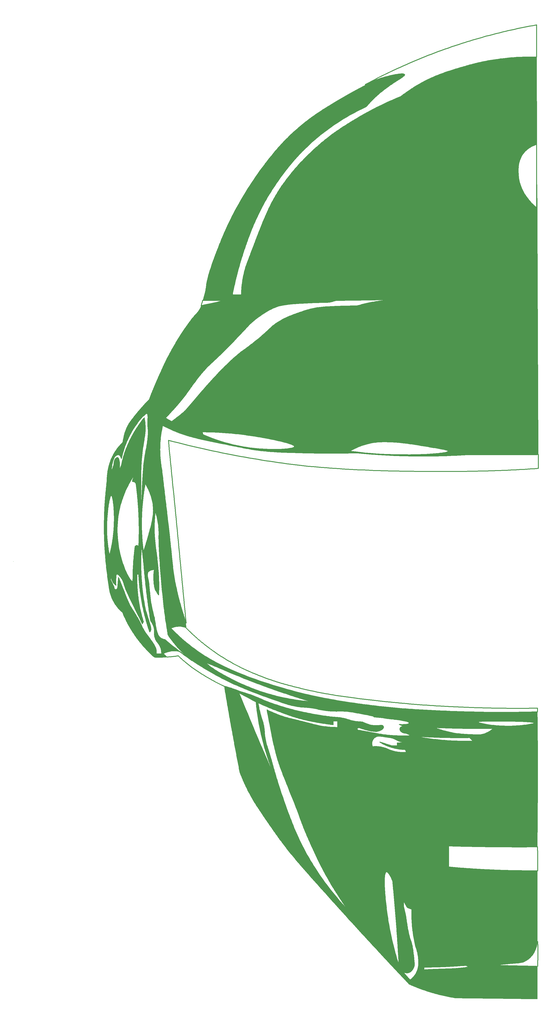
<source format=gbr>
%TF.GenerationSoftware,KiCad,Pcbnew,(6.0.2)*%
%TF.CreationDate,2022-04-02T19:10:38-07:00*%
%TF.ProjectId,DaftPunkTopLayerLeftBoard,44616674-5075-46e6-9b54-6f704c617965,rev?*%
%TF.SameCoordinates,Original*%
%TF.FileFunction,Soldermask,Top*%
%TF.FilePolarity,Negative*%
%FSLAX46Y46*%
G04 Gerber Fmt 4.6, Leading zero omitted, Abs format (unit mm)*
G04 Created by KiCad (PCBNEW (6.0.2)) date 2022-04-02 19:10:38*
%MOMM*%
%LPD*%
G01*
G04 APERTURE LIST*
%ADD10C,0.350000*%
%ADD11C,0.200000*%
G04 APERTURE END LIST*
D10*
X151619444Y-297855556D02*
X151233571Y-297759802D01*
X150848863Y-297664151D01*
X150465063Y-297568428D01*
X150081910Y-297472458D01*
X149699147Y-297376067D01*
X149316514Y-297279079D01*
X148933754Y-297181320D01*
X148550607Y-297082614D01*
X148166815Y-296982787D01*
X147782120Y-296881663D01*
X147396262Y-296779069D01*
X147008983Y-296674829D01*
X146620024Y-296568767D01*
X146229126Y-296460710D01*
X145836032Y-296350482D01*
X145440482Y-296237908D01*
X145042218Y-296122814D01*
X144640981Y-296005025D01*
X144236513Y-295884365D01*
X143828554Y-295760659D01*
X143416846Y-295633734D01*
X143001131Y-295503413D01*
X142581150Y-295369523D01*
X142156644Y-295231887D01*
X141727354Y-295090332D01*
X141293023Y-294944682D01*
X140853390Y-294794763D01*
X140408199Y-294640399D01*
X139957189Y-294481415D01*
X139500103Y-294317638D01*
X139036682Y-294148891D01*
X138566667Y-293975000D01*
X198906666Y-204757222D02*
X199537176Y-204860175D01*
X200147667Y-204959942D01*
X200738136Y-205056603D01*
X201308579Y-205150240D01*
X201858992Y-205240934D01*
X202389373Y-205328766D01*
X202899718Y-205413817D01*
X203390025Y-205496168D01*
X203860289Y-205575901D01*
X204310508Y-205653097D01*
X204740678Y-205727837D01*
X205150796Y-205800203D01*
X205540858Y-205870275D01*
X205910862Y-205938135D01*
X206260805Y-206003863D01*
X206900491Y-206129252D01*
X207459892Y-206247091D01*
X207938980Y-206358030D01*
X208337730Y-206462719D01*
X208785164Y-206609453D01*
X209100316Y-206789287D01*
X209137222Y-206873889D01*
X220426111Y-310943333D02*
X220755806Y-311191754D01*
X221164310Y-311338649D01*
X221721637Y-311494431D01*
X222417577Y-311654422D01*
X222814336Y-311734534D01*
X223241919Y-311813945D01*
X223699050Y-311892069D01*
X224184452Y-311968323D01*
X224696849Y-312042121D01*
X225234966Y-312112878D01*
X225797524Y-312180011D01*
X226383250Y-312242934D01*
X226990865Y-312301063D01*
X227619093Y-312353813D01*
X228266659Y-312400599D01*
X228932286Y-312440837D01*
X229614697Y-312473942D01*
X230312616Y-312499330D01*
X231024768Y-312516416D01*
X231749875Y-312524615D01*
X232486661Y-312523342D01*
X233233850Y-312512013D01*
X233990166Y-312490044D01*
X234754332Y-312456849D01*
X235525073Y-312411843D01*
X236301111Y-312354444D01*
X151972222Y-153569445D02*
X151357569Y-153785320D01*
X150754031Y-153998784D01*
X150160409Y-154211745D01*
X149575504Y-154426111D01*
X148998115Y-154643791D01*
X148427044Y-154866693D01*
X147861093Y-155096726D01*
X147299060Y-155335798D01*
X146739748Y-155585816D01*
X146181957Y-155848691D01*
X145624488Y-156126330D01*
X145066142Y-156420641D01*
X144505719Y-156733533D01*
X143942021Y-157066914D01*
X143373847Y-157422693D01*
X142800000Y-157802778D01*
X199597222Y-405100000D02*
X199597222Y-405463802D01*
X199597222Y-405827604D01*
X199597222Y-406158334D01*
X168552778Y-309497223D02*
X168961673Y-309588579D01*
X169334555Y-309681701D01*
X169675116Y-309775253D01*
X170060984Y-309890766D01*
X170409320Y-310002261D01*
X170787927Y-310127084D01*
X171022222Y-310202778D01*
X78947222Y-256227778D02*
X79056395Y-255872579D01*
X79223090Y-255558092D01*
X79300000Y-255522223D01*
X221116667Y-57613889D02*
X220572524Y-57737539D01*
X220042334Y-57861582D01*
X219526685Y-57985552D01*
X219026164Y-58108980D01*
X218541360Y-58231400D01*
X218072860Y-58352344D01*
X217621252Y-58471344D01*
X217187123Y-58587933D01*
X216771061Y-58701645D01*
X216373655Y-58812010D01*
X215995491Y-58918563D01*
X215637159Y-59020836D01*
X215299244Y-59118361D01*
X214831943Y-59254725D01*
X214413889Y-59377778D01*
X83533333Y-256227778D02*
X83704769Y-256556060D01*
X83880889Y-256940015D01*
X84017791Y-257283199D01*
X84135132Y-257623949D01*
X84232256Y-257964663D01*
X84238889Y-257991667D01*
X173844444Y-207544445D02*
X174317547Y-207589991D01*
X174792169Y-207634815D01*
X175268306Y-207678909D01*
X175745955Y-207722264D01*
X176225112Y-207764873D01*
X176705774Y-207806727D01*
X177187936Y-207847818D01*
X177671596Y-207888137D01*
X178156750Y-207927676D01*
X178643394Y-207966427D01*
X179131525Y-208004381D01*
X179621140Y-208041531D01*
X180112234Y-208077868D01*
X180604804Y-208113384D01*
X181098847Y-208148070D01*
X181594358Y-208181918D01*
X182091336Y-208214920D01*
X182589775Y-208247067D01*
X183089673Y-208278352D01*
X183591025Y-208308766D01*
X184093829Y-208338300D01*
X184598081Y-208366947D01*
X185103777Y-208394698D01*
X185610913Y-208421545D01*
X186119487Y-208447480D01*
X186629494Y-208472494D01*
X187140931Y-208496579D01*
X187653795Y-208519726D01*
X188168082Y-208541928D01*
X188683788Y-208563176D01*
X189200909Y-208583462D01*
X189719444Y-208602778D01*
X92352778Y-192727778D02*
X92086501Y-192962715D01*
X91793134Y-193231620D01*
X91474870Y-193535522D01*
X91203809Y-193804534D01*
X90919344Y-194097132D01*
X90622599Y-194413843D01*
X90314697Y-194755195D01*
X90236111Y-194844445D01*
X85297222Y-205427778D02*
X85483624Y-204968194D01*
X85673444Y-204515584D01*
X85866488Y-204069938D01*
X86062564Y-203631248D01*
X86261479Y-203199507D01*
X86463039Y-202774705D01*
X86667052Y-202356835D01*
X86873324Y-201945888D01*
X87081663Y-201541857D01*
X87291876Y-201144733D01*
X87503770Y-200754508D01*
X87717151Y-200371173D01*
X87931827Y-199994721D01*
X88147605Y-199625143D01*
X88364291Y-199262432D01*
X88581694Y-198906578D01*
X88799619Y-198557573D01*
X89017874Y-198215411D01*
X89236265Y-197880081D01*
X89454601Y-197551577D01*
X89672687Y-197229889D01*
X89890331Y-196915010D01*
X90107340Y-196606931D01*
X90323521Y-196305645D01*
X90538681Y-196011142D01*
X90752627Y-195723416D01*
X90965166Y-195442457D01*
X91385250Y-194900809D01*
X91797391Y-194386133D01*
X92000000Y-194138889D01*
X243341667Y-307027778D02*
X243341667Y-306675002D01*
X243341667Y-306322222D01*
X243341667Y-305969442D01*
X243341667Y-305616667D01*
X111050000Y-282686112D02*
X111382220Y-282934763D01*
X111743657Y-283201468D01*
X112135361Y-283485664D01*
X112558384Y-283786785D01*
X113013779Y-284104267D01*
X113502597Y-284437545D01*
X114025889Y-284786054D01*
X114584707Y-285149229D01*
X115180104Y-285526507D01*
X115813131Y-285917322D01*
X116484840Y-286321109D01*
X117196282Y-286737304D01*
X117948509Y-287165342D01*
X118742573Y-287604659D01*
X119579527Y-288054689D01*
X120460421Y-288514868D01*
X121386307Y-288984632D01*
X122358237Y-289463416D01*
X123377263Y-289950654D01*
X124444437Y-290445783D01*
X125560811Y-290948237D01*
X126727435Y-291457452D01*
X127945363Y-291972864D01*
X129215645Y-292493907D01*
X130539334Y-293020016D01*
X131917482Y-293550628D01*
X133351139Y-294085178D01*
X134841358Y-294623100D01*
X136389191Y-295163830D01*
X137995689Y-295706804D01*
X139661904Y-296251456D01*
X141388889Y-296797223D01*
X79300000Y-255522223D02*
X79454000Y-255857755D01*
X79531546Y-256215241D01*
X79637623Y-256573742D01*
X79807425Y-256964552D01*
X80005556Y-257286112D01*
X197480556Y-316552778D02*
X197900106Y-316504080D01*
X198419331Y-316517164D01*
X198881364Y-316536642D01*
X199436751Y-316563139D01*
X200086046Y-316595300D01*
X200446083Y-316613080D01*
X200829804Y-316631767D01*
X201237280Y-316651192D01*
X201668580Y-316671184D01*
X202123773Y-316691574D01*
X202602928Y-316712192D01*
X203106116Y-316732870D01*
X203633404Y-316753436D01*
X204184864Y-316773722D01*
X204760563Y-316793557D01*
X205360571Y-316812773D01*
X205984958Y-316831200D01*
X206633793Y-316848668D01*
X207307145Y-316865007D01*
X208005084Y-316880047D01*
X208727679Y-316893620D01*
X209475000Y-316905556D01*
X156573333Y-303182222D02*
X156044444Y-303142651D01*
X155501453Y-303098516D01*
X154944629Y-303049532D01*
X154374242Y-302995415D01*
X153790564Y-302935882D01*
X153193865Y-302870648D01*
X152584415Y-302799429D01*
X151962485Y-302721941D01*
X151328345Y-302637901D01*
X150682266Y-302547025D01*
X150024519Y-302449027D01*
X149355374Y-302343626D01*
X148675102Y-302230536D01*
X147983973Y-302109473D01*
X147282257Y-301980154D01*
X146570226Y-301842295D01*
X145848150Y-301695611D01*
X145116299Y-301539819D01*
X144374944Y-301374634D01*
X143624355Y-301199774D01*
X142864804Y-301014953D01*
X142096560Y-300819888D01*
X141319894Y-300614295D01*
X140535077Y-300397889D01*
X139742378Y-300170388D01*
X138942070Y-299931506D01*
X138134422Y-299680960D01*
X137319705Y-299418467D01*
X136498189Y-299143741D01*
X135670145Y-298856499D01*
X134835843Y-298556458D01*
X133995555Y-298243333D01*
X104347222Y-189552778D02*
X104830135Y-188996907D01*
X105285093Y-188465946D01*
X105713696Y-187958500D01*
X106117545Y-187473175D01*
X106498240Y-187008578D01*
X106857382Y-186563314D01*
X107196569Y-186135990D01*
X107517404Y-185725210D01*
X107821486Y-185329582D01*
X108110415Y-184947710D01*
X108385791Y-184578202D01*
X108649216Y-184219663D01*
X108902289Y-183870699D01*
X109146610Y-183529915D01*
X109383780Y-183195919D01*
X109615400Y-182867316D01*
X109843068Y-182542711D01*
X110068387Y-182220711D01*
X110292955Y-181899922D01*
X110518374Y-181578950D01*
X110746243Y-181256400D01*
X110978163Y-180930879D01*
X111215734Y-180600992D01*
X111460556Y-180265346D01*
X111714230Y-179922547D01*
X111978356Y-179571200D01*
X112254535Y-179209912D01*
X112544366Y-178837288D01*
X112849450Y-178451934D01*
X113171387Y-178052457D01*
X113511777Y-177637462D01*
X113872222Y-177205556D01*
X151266667Y-355358334D02*
X151562530Y-355994871D01*
X151874583Y-356652586D01*
X152203280Y-357331017D01*
X152549077Y-358029698D01*
X152912429Y-358748168D01*
X153293791Y-359485963D01*
X153693619Y-360242619D01*
X154112368Y-361017672D01*
X154550493Y-361810660D01*
X155008449Y-362621118D01*
X155486692Y-363448584D01*
X155985676Y-364292594D01*
X156505857Y-365152684D01*
X157047691Y-366028392D01*
X157611632Y-366919253D01*
X158198137Y-367824804D01*
X158807659Y-368744582D01*
X159440654Y-369678124D01*
X160097578Y-370624965D01*
X160778885Y-371584643D01*
X161485032Y-372556694D01*
X162216473Y-373540655D01*
X162973663Y-374536062D01*
X163757059Y-375542451D01*
X164567114Y-376559360D01*
X165404284Y-377586325D01*
X166269025Y-378622882D01*
X167161792Y-379668568D01*
X168083040Y-380722920D01*
X169033224Y-381785473D01*
X170012799Y-382855766D01*
X171022222Y-383933334D01*
X191130556Y-406511112D02*
X191457188Y-406751213D01*
X191788398Y-406941637D01*
X192117348Y-407086730D01*
X192494806Y-407201900D01*
X192913050Y-407265471D01*
X193364359Y-407255769D01*
X193600000Y-407216667D01*
X136450000Y-307027778D02*
X136565027Y-307490809D01*
X136673940Y-307907765D01*
X136777282Y-308284109D01*
X136875597Y-308625304D01*
X137014831Y-309083143D01*
X137145812Y-309492629D01*
X137270373Y-309872199D01*
X137390350Y-310240292D01*
X137507578Y-310615347D01*
X137623890Y-311015802D01*
X137741123Y-311460095D01*
X137861111Y-311966667D01*
X107875000Y-191316667D02*
X107553391Y-191591057D01*
X107228417Y-191865958D01*
X106900069Y-192141328D01*
X106568339Y-192417128D01*
X106233217Y-192693316D01*
X105894695Y-192969852D01*
X105758333Y-193080556D01*
X187250000Y-320080556D02*
X187646875Y-320080556D01*
X188043750Y-320080556D01*
X188440625Y-320080556D01*
X188837500Y-320080556D01*
X189234375Y-320080556D01*
X189366667Y-320080556D01*
X80358333Y-211777778D02*
X80407173Y-211368362D01*
X80451685Y-211017743D01*
X80517401Y-210668143D01*
X80620951Y-210328564D01*
X80778964Y-210008004D01*
X81008072Y-209715465D01*
X81063889Y-209661112D01*
X90941667Y-256933334D02*
X90904616Y-256430870D01*
X90870445Y-255931396D01*
X90839103Y-255434940D01*
X90810543Y-254941527D01*
X90784715Y-254451185D01*
X90761571Y-253963939D01*
X90741061Y-253479816D01*
X90723137Y-252998843D01*
X90707750Y-252521047D01*
X90694851Y-252046453D01*
X90684391Y-251575089D01*
X90676321Y-251106981D01*
X90670593Y-250642155D01*
X90667158Y-250180638D01*
X90665966Y-249722457D01*
X90666970Y-249267638D01*
X90670119Y-248816207D01*
X90675366Y-248368192D01*
X90682660Y-247923619D01*
X90691955Y-247482514D01*
X90703200Y-247044904D01*
X90716347Y-246610815D01*
X90731347Y-246180274D01*
X90748151Y-245753308D01*
X90766710Y-245329942D01*
X90786975Y-244910205D01*
X90808898Y-244494121D01*
X90832430Y-244081718D01*
X90857522Y-243673023D01*
X90884124Y-243268061D01*
X90912189Y-242866859D01*
X90941667Y-242469445D01*
X90941667Y-210013889D02*
X90909054Y-210404868D01*
X90878088Y-210818372D01*
X90848813Y-211254106D01*
X90821277Y-211711776D01*
X90795524Y-212191087D01*
X90771600Y-212691747D01*
X90749551Y-213213460D01*
X90729423Y-213755934D01*
X90711262Y-214318873D01*
X90695113Y-214901985D01*
X90681022Y-215504974D01*
X90669035Y-216127547D01*
X90659199Y-216769411D01*
X90651557Y-217430270D01*
X90646158Y-218109831D01*
X90643045Y-218807800D01*
X90642265Y-219523883D01*
X90643865Y-220257787D01*
X90647888Y-221009216D01*
X90654382Y-221777877D01*
X90663392Y-222563476D01*
X90674965Y-223365719D01*
X90689144Y-224184312D01*
X90705978Y-225018961D01*
X90725511Y-225869372D01*
X90747788Y-226735251D01*
X90772857Y-227616304D01*
X90800762Y-228512237D01*
X90831550Y-229422756D01*
X90865266Y-230347567D01*
X90901956Y-231286376D01*
X90941667Y-232238889D01*
X164672222Y-374408334D02*
X164260236Y-373725937D01*
X163858491Y-373051577D01*
X163466699Y-372385082D01*
X163084573Y-371726281D01*
X162711828Y-371075004D01*
X162348177Y-370431081D01*
X161993334Y-369794340D01*
X161647013Y-369164611D01*
X161308926Y-368541724D01*
X160978789Y-367925507D01*
X160656313Y-367315791D01*
X160341214Y-366712404D01*
X160033205Y-366115176D01*
X159731999Y-365523936D01*
X159437309Y-364938514D01*
X159148851Y-364358740D01*
X158866337Y-363784441D01*
X158589481Y-363215448D01*
X158317996Y-362651591D01*
X158051597Y-362092698D01*
X157789996Y-361538599D01*
X157532908Y-360989123D01*
X157280046Y-360444100D01*
X157031124Y-359903359D01*
X156785856Y-359366730D01*
X156543955Y-358834041D01*
X156305134Y-358305123D01*
X156069108Y-357779804D01*
X155835590Y-357257914D01*
X155604294Y-356739282D01*
X155374933Y-356223738D01*
X155147222Y-355711112D01*
X203477778Y-313025000D02*
X203853838Y-313041359D01*
X204230540Y-313057393D01*
X204607882Y-313073099D01*
X204985863Y-313088476D01*
X205364483Y-313103521D01*
X205743739Y-313118232D01*
X206123632Y-313132608D01*
X206504160Y-313146648D01*
X206885323Y-313160348D01*
X207267119Y-313173708D01*
X207649547Y-313186726D01*
X208032607Y-313199399D01*
X208416298Y-313211727D01*
X208800618Y-313223706D01*
X209185568Y-313235336D01*
X209571145Y-313246614D01*
X209957349Y-313257539D01*
X210344179Y-313268109D01*
X210731634Y-313278321D01*
X211119713Y-313288175D01*
X211508415Y-313297669D01*
X211897740Y-313306800D01*
X212287685Y-313315567D01*
X212678252Y-313323967D01*
X213069437Y-313332000D01*
X213461241Y-313339663D01*
X213853662Y-313346955D01*
X214246700Y-313353873D01*
X214640354Y-313360417D01*
X215034622Y-313366583D01*
X215429505Y-313372371D01*
X215825000Y-313377778D01*
X189028889Y-388201667D02*
X188989654Y-387684477D01*
X188950092Y-387167930D01*
X188910203Y-386652027D01*
X188869990Y-386136769D01*
X188829453Y-385622156D01*
X188788595Y-385108189D01*
X188747415Y-384594868D01*
X188705916Y-384082194D01*
X188664100Y-383570169D01*
X188621967Y-383058791D01*
X188579518Y-382548063D01*
X188536756Y-382037985D01*
X188493682Y-381528557D01*
X188450297Y-381019780D01*
X188406602Y-380511655D01*
X188362599Y-380004183D01*
X188318289Y-379497363D01*
X188273674Y-378991197D01*
X188228755Y-378485686D01*
X188183533Y-377980830D01*
X188138010Y-377476629D01*
X188092188Y-376973085D01*
X188046066Y-376470198D01*
X187999648Y-375967968D01*
X187952935Y-375466397D01*
X187905927Y-374965485D01*
X187858626Y-374465233D01*
X187811033Y-373965640D01*
X187763151Y-373466709D01*
X187714980Y-372968440D01*
X187666522Y-372470833D01*
X187617778Y-371973889D01*
X96586111Y-284802778D02*
X96620311Y-284445035D01*
X96631330Y-284053648D01*
X96614139Y-283658345D01*
X96586111Y-283391667D01*
X90588889Y-268575000D02*
X90474270Y-268073560D01*
X90365170Y-267574749D01*
X90261490Y-267078623D01*
X90163135Y-266585238D01*
X90070007Y-266094650D01*
X89982010Y-265606915D01*
X89899047Y-265122089D01*
X89821020Y-264640228D01*
X89747834Y-264161389D01*
X89679391Y-263685628D01*
X89615595Y-263213000D01*
X89556348Y-262743562D01*
X89501554Y-262277370D01*
X89451117Y-261814481D01*
X89404939Y-261354949D01*
X89362923Y-260898832D01*
X89324973Y-260446185D01*
X89290992Y-259997065D01*
X89260883Y-259551528D01*
X89234549Y-259109630D01*
X89211894Y-258671426D01*
X89192820Y-258236974D01*
X89177232Y-257806329D01*
X89165031Y-257379547D01*
X89156121Y-256956685D01*
X89150406Y-256537799D01*
X89147789Y-256122944D01*
X89148172Y-255712177D01*
X89151460Y-255305554D01*
X89157554Y-254903132D01*
X89166359Y-254504965D01*
X89177778Y-254111112D01*
X98702778Y-213894445D02*
X98633229Y-213513902D01*
X98565899Y-213124811D01*
X98501038Y-212727276D01*
X98438898Y-212321403D01*
X98379731Y-211907297D01*
X98323790Y-211485064D01*
X98271327Y-211054808D01*
X98222593Y-210616636D01*
X98177840Y-210170651D01*
X98137321Y-209716961D01*
X98101287Y-209255670D01*
X98069991Y-208786883D01*
X98043685Y-208310706D01*
X98022619Y-207827245D01*
X98007048Y-207336604D01*
X97997222Y-206838889D01*
X95880556Y-277041667D02*
X95912695Y-277437648D01*
X95966240Y-277807687D01*
X96039435Y-278160526D01*
X96143743Y-278540267D01*
X96233333Y-278805556D01*
X133995555Y-298243333D02*
X133049622Y-297877598D01*
X132116910Y-297503374D01*
X131198572Y-297121879D01*
X130295762Y-296734329D01*
X129409632Y-296341941D01*
X128541336Y-295945932D01*
X127692028Y-295547520D01*
X126862861Y-295147920D01*
X126054988Y-294748351D01*
X125269562Y-294350028D01*
X124507738Y-293954170D01*
X123770668Y-293561993D01*
X123059506Y-293174713D01*
X122375405Y-292793548D01*
X121719518Y-292419715D01*
X121093000Y-292054431D01*
X120497002Y-291698913D01*
X119932679Y-291354377D01*
X119401185Y-291022041D01*
X118903671Y-290703121D01*
X118441293Y-290398835D01*
X118015202Y-290110400D01*
X117626553Y-289839032D01*
X117276499Y-289585948D01*
X116966194Y-289352366D01*
X116469440Y-288948574D01*
X116145521Y-288637391D01*
X116003889Y-288365555D01*
X116694444Y-150394445D02*
X117099838Y-150309799D01*
X117504103Y-150224653D01*
X117907236Y-150139014D01*
X118309238Y-150052887D01*
X118710105Y-149966277D01*
X119109837Y-149879190D01*
X119508434Y-149791632D01*
X119905892Y-149703609D01*
X120302211Y-149615125D01*
X120697390Y-149526187D01*
X121091428Y-149436800D01*
X121484322Y-149346970D01*
X121876072Y-149256703D01*
X122266677Y-149166004D01*
X122656134Y-149074879D01*
X123044444Y-148983334D01*
X179841667Y-320433334D02*
X180253939Y-320396321D01*
X180670138Y-320373991D01*
X181057388Y-320366752D01*
X181478248Y-320373681D01*
X181837160Y-320391842D01*
X182214196Y-320423212D01*
X182311111Y-320433334D01*
X139977778Y-113705556D02*
X139758182Y-114171669D01*
X139539487Y-114645076D01*
X139322102Y-115124126D01*
X139106440Y-115607168D01*
X138892913Y-116092550D01*
X138681932Y-116578620D01*
X138473910Y-117063727D01*
X138269258Y-117546221D01*
X138068387Y-118024448D01*
X137871710Y-118496759D01*
X137679639Y-118961501D01*
X137492585Y-119417024D01*
X137310960Y-119861675D01*
X137135176Y-120293804D01*
X136965644Y-120711759D01*
X136802778Y-121113889D01*
X243400000Y-395257222D02*
X243428125Y-395679253D01*
X243446527Y-396096076D01*
X243458795Y-396466975D01*
X243470037Y-396918606D01*
X243479376Y-397456384D01*
X243485931Y-398085723D01*
X243487890Y-398436421D01*
X243488824Y-398812039D01*
X243488623Y-399213256D01*
X243487176Y-399640747D01*
X243484375Y-400095190D01*
X243480108Y-400577262D01*
X243474267Y-401087639D01*
X243466741Y-401626998D01*
X243457421Y-402196017D01*
X243446197Y-402795372D01*
X243432958Y-403425740D01*
X243417596Y-404087797D01*
X243400000Y-404782222D01*
X171022222Y-383933334D02*
X170704720Y-383496180D01*
X170373910Y-383036758D01*
X170030375Y-382555320D01*
X169674699Y-382052120D01*
X169307466Y-381527410D01*
X168929261Y-380981443D01*
X168540668Y-380414473D01*
X168342658Y-380123191D01*
X168142270Y-379826753D01*
X167939577Y-379525190D01*
X167734651Y-379218535D01*
X167527567Y-378906818D01*
X167318397Y-378590072D01*
X167107214Y-378268329D01*
X166894091Y-377941619D01*
X166679100Y-377609974D01*
X166462316Y-377273426D01*
X166243811Y-376932007D01*
X166023658Y-376585749D01*
X165801930Y-376234682D01*
X165578700Y-375878839D01*
X165354041Y-375518251D01*
X165128027Y-375152949D01*
X164900729Y-374782966D01*
X164672222Y-374408334D01*
X193262222Y-208285000D02*
X192687086Y-208283276D01*
X192078397Y-208280991D01*
X191437730Y-208277685D01*
X190766657Y-208272897D01*
X190066753Y-208266166D01*
X189706480Y-208261929D01*
X189339590Y-208257033D01*
X188966279Y-208251421D01*
X188586744Y-208245036D01*
X188201181Y-208237820D01*
X187809787Y-208229715D01*
X187412759Y-208220664D01*
X187010294Y-208210609D01*
X186602587Y-208199493D01*
X186189837Y-208187259D01*
X185772239Y-208173848D01*
X185349991Y-208159203D01*
X184923289Y-208143266D01*
X184492329Y-208125981D01*
X184057309Y-208107288D01*
X183618426Y-208087132D01*
X183175875Y-208065454D01*
X182729854Y-208042196D01*
X182280559Y-208017302D01*
X181828187Y-207990713D01*
X181372935Y-207962372D01*
X180915000Y-207932222D01*
X116003889Y-288365555D02*
X116385593Y-288368657D01*
X116796189Y-288493933D01*
X117351183Y-288696598D01*
X117682336Y-288825756D01*
X118048999Y-288972829D01*
X118450974Y-289137338D01*
X118888064Y-289318806D01*
X119360073Y-289516755D01*
X119866804Y-289730707D01*
X120408060Y-289960185D01*
X120983645Y-290204711D01*
X121593361Y-290463807D01*
X122237012Y-290736996D01*
X122914402Y-291023801D01*
X123625333Y-291323742D01*
X124369608Y-291636343D01*
X125147031Y-291961127D01*
X125957406Y-292297615D01*
X126800534Y-292645329D01*
X127676221Y-293003793D01*
X128584268Y-293372528D01*
X129524479Y-293751057D01*
X130496658Y-294138902D01*
X131500607Y-294535585D01*
X132536130Y-294940629D01*
X133603030Y-295353556D01*
X134701111Y-295773889D01*
X97997222Y-206838889D02*
X97993834Y-206473662D01*
X97993669Y-206111722D01*
X97996638Y-205753103D01*
X98002655Y-205397844D01*
X98011633Y-205045978D01*
X98038125Y-204352576D01*
X98075417Y-203673187D01*
X98122814Y-203008101D01*
X98179620Y-202357607D01*
X98245140Y-201721996D01*
X98318677Y-201101556D01*
X98399536Y-200496578D01*
X98487022Y-199907352D01*
X98580439Y-199334166D01*
X98679091Y-198777312D01*
X98782282Y-198237078D01*
X98889317Y-197713755D01*
X98999501Y-197207632D01*
X99055556Y-196961112D01*
X79315000Y-223807222D02*
X79044605Y-224059574D01*
X78837186Y-224559323D01*
X78699102Y-225021525D01*
X78562665Y-225575247D01*
X78429154Y-226210456D01*
X78363895Y-226555482D01*
X78299846Y-226917116D01*
X78237169Y-227294105D01*
X78176022Y-227685193D01*
X78116565Y-228089127D01*
X78058957Y-228504652D01*
X78003360Y-228930514D01*
X77949932Y-229365459D01*
X77898833Y-229808232D01*
X77850224Y-230257578D01*
X77804263Y-230712244D01*
X77761111Y-231170976D01*
X77720927Y-231632518D01*
X77683872Y-232095616D01*
X77650104Y-232559017D01*
X77619785Y-233021465D01*
X77593073Y-233481707D01*
X77570128Y-233938489D01*
X77551111Y-234390555D01*
X142094444Y-329958334D02*
X142279873Y-330596073D01*
X142399259Y-330998889D01*
X142535757Y-331454318D01*
X142688863Y-331959844D01*
X142858077Y-332512953D01*
X143042896Y-333111131D01*
X143242819Y-333751864D01*
X143457342Y-334432636D01*
X143685965Y-335150935D01*
X143928185Y-335904244D01*
X144183500Y-336690050D01*
X144451409Y-337505839D01*
X144731408Y-338349096D01*
X145022996Y-339217306D01*
X145325672Y-340107956D01*
X145638932Y-341018530D01*
X145962276Y-341946515D01*
X146295200Y-342889396D01*
X146637204Y-343844659D01*
X146987784Y-344809788D01*
X147346439Y-345782271D01*
X147712667Y-346759592D01*
X148085966Y-347739237D01*
X148465834Y-348718691D01*
X148851769Y-349695441D01*
X149243268Y-350666972D01*
X149639830Y-351630769D01*
X150040953Y-352584318D01*
X150446135Y-353525105D01*
X150854873Y-354450615D01*
X151266667Y-355358334D01*
X175961111Y-310908334D02*
X176366351Y-311105618D01*
X176694258Y-311255614D01*
X177089483Y-311426034D01*
X177539869Y-311606522D01*
X178033260Y-311786719D01*
X178380078Y-311901574D01*
X178737004Y-312008627D01*
X179100439Y-312104808D01*
X179466779Y-312187050D01*
X179832425Y-312252283D01*
X180193772Y-312297437D01*
X180547222Y-312319445D01*
X238770555Y-402665555D02*
X239112735Y-402464021D01*
X239457647Y-402234970D01*
X239761551Y-402011522D01*
X240093600Y-401742509D01*
X240444244Y-401426776D01*
X240803931Y-401063169D01*
X241044029Y-400793597D01*
X241281070Y-400501892D01*
X241512225Y-400187711D01*
X241734663Y-399850713D01*
X241945555Y-399490555D01*
X187617778Y-371973889D02*
X187465918Y-371639394D01*
X187310039Y-371305320D01*
X187150933Y-370974832D01*
X186989388Y-370651099D01*
X186826195Y-370337288D01*
X186580045Y-369892105D01*
X186334633Y-369487062D01*
X186092625Y-369132851D01*
X185856689Y-368840162D01*
X185556163Y-368564087D01*
X185211983Y-368438126D01*
X185148333Y-368446111D01*
X155200000Y-212700000D02*
X153846551Y-212554949D01*
X152467724Y-212400927D01*
X151063922Y-212237750D01*
X149635546Y-212065234D01*
X148183001Y-211883197D01*
X146706689Y-211691455D01*
X145207012Y-211489825D01*
X143684375Y-211278125D01*
X142139178Y-211056170D01*
X140571826Y-210823779D01*
X138982720Y-210580767D01*
X137372265Y-210326953D01*
X135740863Y-210062152D01*
X134088916Y-209786181D01*
X132416827Y-209498858D01*
X130725000Y-209200000D01*
X129013836Y-208889422D01*
X127283740Y-208566943D01*
X125535113Y-208232379D01*
X123768359Y-207885546D01*
X121983880Y-207526263D01*
X120182080Y-207154345D01*
X118363360Y-206769610D01*
X116528125Y-206371875D01*
X114676776Y-205960955D01*
X112809716Y-205536669D01*
X110927349Y-205098834D01*
X109030078Y-204647265D01*
X107118304Y-204181781D01*
X105192431Y-203702197D01*
X103252862Y-203208331D01*
X101300000Y-202700000D01*
X94469444Y-274572223D02*
X94380185Y-274210463D01*
X94276293Y-273824994D01*
X94142129Y-273347380D01*
X94036490Y-272980311D01*
X93918327Y-272576085D01*
X93788013Y-272136222D01*
X93645921Y-271662241D01*
X93492424Y-271155662D01*
X93327893Y-270618002D01*
X93152702Y-270050781D01*
X92967222Y-269455518D01*
X92771826Y-268833732D01*
X92566887Y-268186942D01*
X92352778Y-267516667D01*
X80358333Y-259050000D02*
X80181943Y-258697220D01*
X80005554Y-258344442D01*
X79829165Y-257991665D01*
X79652777Y-257638889D01*
X79476389Y-257286112D01*
X79300000Y-256933335D01*
X79123611Y-256580557D01*
X78947222Y-256227778D01*
D11*
X41644444Y-249241666D02*
X41644444Y-249241666D01*
D10*
X180547222Y-308791667D02*
X180185362Y-308634954D01*
X179784351Y-308540697D01*
X179346000Y-308447634D01*
X178977962Y-308373005D01*
X178542883Y-308287101D01*
X178035277Y-308188891D01*
X177449661Y-308077341D01*
X176780550Y-307951420D01*
X176412970Y-307882747D01*
X176022459Y-307810095D01*
X175608333Y-307733334D01*
X105758333Y-193080556D02*
X105456665Y-193324062D01*
X105155753Y-193565052D01*
X104855623Y-193803539D01*
X104556300Y-194039534D01*
X104257810Y-194273048D01*
X103960179Y-194504093D01*
X103663431Y-194732681D01*
X103367593Y-194958823D01*
X103072690Y-195182531D01*
X102778748Y-195403816D01*
X102583333Y-195550000D01*
X95895555Y-234037778D02*
X95872545Y-234613787D01*
X95855858Y-235179048D01*
X95845226Y-235733762D01*
X95840376Y-236278134D01*
X95841038Y-236812367D01*
X95846941Y-237336666D01*
X95857816Y-237851234D01*
X95873391Y-238356275D01*
X95893397Y-238851993D01*
X95917561Y-239338590D01*
X95945615Y-239816272D01*
X95977286Y-240285242D01*
X96012306Y-240745704D01*
X96050402Y-241197860D01*
X96091305Y-241641916D01*
X96134744Y-242078076D01*
X96180449Y-242506541D01*
X96228148Y-242927517D01*
X96277572Y-243341208D01*
X96328449Y-243747816D01*
X96380510Y-244147546D01*
X96433483Y-244540602D01*
X96487099Y-244927187D01*
X96541086Y-245307505D01*
X96595173Y-245681759D01*
X96649092Y-246050155D01*
X96702570Y-246412894D01*
X96755337Y-246770182D01*
X96807123Y-247122221D01*
X96857658Y-247469216D01*
X96953889Y-248148889D01*
X171727778Y-307027778D02*
X171095682Y-306937564D01*
X170517720Y-306867495D01*
X169985862Y-306815202D01*
X169492079Y-306778315D01*
X169028341Y-306754466D01*
X168586619Y-306741285D01*
X168158884Y-306736403D01*
X167737108Y-306737450D01*
X167313260Y-306742058D01*
X166879313Y-306747858D01*
X166427235Y-306752480D01*
X165949000Y-306753554D01*
X165436576Y-306748713D01*
X164881936Y-306735586D01*
X164277050Y-306711805D01*
X163613889Y-306675000D01*
X142800000Y-157802778D02*
X142443012Y-158050356D01*
X142121414Y-158282749D01*
X141828371Y-158504327D01*
X141427401Y-158825973D01*
X141052245Y-159147864D01*
X140679842Y-159484749D01*
X140421714Y-159724951D01*
X140147727Y-159982742D01*
X139851047Y-160262491D01*
X139524842Y-160568568D01*
X139162279Y-160905342D01*
X138756524Y-161277185D01*
X138300745Y-161688465D01*
X137788108Y-162143552D01*
X137508333Y-162388889D01*
X88840000Y-219221111D02*
X88596817Y-218957249D01*
X88487222Y-218868333D01*
X155147222Y-355711112D02*
X154869282Y-355082316D01*
X154616043Y-354503627D01*
X154385264Y-353970109D01*
X154174702Y-353476825D01*
X153982116Y-353018837D01*
X153805264Y-352591209D01*
X153641904Y-352189003D01*
X153489796Y-351807283D01*
X153346696Y-351441112D01*
X153210364Y-351085552D01*
X153078558Y-350735667D01*
X152949036Y-350386520D01*
X152819557Y-350033174D01*
X152687879Y-349670691D01*
X152551759Y-349294135D01*
X152408958Y-348898569D01*
X152257232Y-348479056D01*
X152094340Y-348030659D01*
X151918041Y-347548440D01*
X151726092Y-347027464D01*
X151516253Y-346462792D01*
X151286281Y-345849489D01*
X151033936Y-345182616D01*
X150756974Y-344457238D01*
X150453155Y-343668416D01*
X150120236Y-342811214D01*
X149755977Y-341880696D01*
X149358135Y-340871924D01*
X148924470Y-339779960D01*
X148452738Y-338599869D01*
X147940699Y-337326713D01*
X147386111Y-335955556D01*
X94469444Y-272102778D02*
X94697137Y-272385537D01*
X94902982Y-272673504D01*
X95110397Y-273003887D01*
X95278779Y-273311824D01*
X95438256Y-273649603D01*
X95527778Y-273866667D01*
X128351111Y-299654444D02*
X128770033Y-299874929D01*
X129188956Y-300095414D01*
X129607879Y-300315900D01*
X130026803Y-300536386D01*
X130445727Y-300756872D01*
X130864651Y-300977359D01*
X131283575Y-301197846D01*
X131702500Y-301418333D01*
X132121424Y-301638819D01*
X132540348Y-301859306D01*
X132959272Y-302079793D01*
X133378196Y-302300279D01*
X133797120Y-302520765D01*
X134216043Y-302741251D01*
X134634966Y-302961736D01*
X135053889Y-303182222D01*
X150913889Y-97477778D02*
X150454961Y-98003004D01*
X150205000Y-98291273D01*
X149942226Y-98596535D01*
X149667279Y-98918706D01*
X149380798Y-99257703D01*
X149083422Y-99613445D01*
X148775790Y-99985846D01*
X148458541Y-100374825D01*
X148132315Y-100780298D01*
X147797750Y-101202183D01*
X147455487Y-101640395D01*
X147106164Y-102094852D01*
X146750420Y-102565471D01*
X146388894Y-103052169D01*
X146022227Y-103554862D01*
X145651056Y-104073468D01*
X145276021Y-104607903D01*
X144897762Y-105158085D01*
X144516917Y-105723930D01*
X144134126Y-106305355D01*
X143750028Y-106902277D01*
X143365262Y-107514613D01*
X142980467Y-108142280D01*
X142596283Y-108785195D01*
X142213348Y-109443274D01*
X141832302Y-110116435D01*
X141453784Y-110804595D01*
X141078434Y-111507670D01*
X140706890Y-112225577D01*
X140339791Y-112958233D01*
X139977778Y-113705556D01*
X208063889Y-405805556D02*
X208475919Y-405794553D01*
X208916280Y-405782283D01*
X209385921Y-405767603D01*
X209885795Y-405749372D01*
X210236309Y-405734681D01*
X210600965Y-405717566D01*
X210980043Y-405697688D01*
X211373826Y-405674710D01*
X211782596Y-405648292D01*
X212206635Y-405618097D01*
X212646223Y-405583787D01*
X213101644Y-405545022D01*
X213573180Y-405501465D01*
X214061111Y-405452778D01*
X183722222Y-312319445D02*
X183955562Y-312582158D01*
X184072584Y-312922861D01*
X184075000Y-313025000D01*
X95542778Y-229804444D02*
X95540525Y-229382601D01*
X95526103Y-228922955D01*
X95496513Y-228426760D01*
X95448757Y-227895271D01*
X95379840Y-227329742D01*
X95286762Y-226731428D01*
X95166527Y-226101584D01*
X95016138Y-225441463D01*
X94928699Y-225100442D01*
X94832597Y-224752322D01*
X94727457Y-224397260D01*
X94612906Y-224035413D01*
X94488568Y-223666938D01*
X94354069Y-223291992D01*
X94209034Y-222910731D01*
X94053088Y-222523313D01*
X93885857Y-222129894D01*
X93706966Y-221730631D01*
X93516040Y-221325681D01*
X93312705Y-220915200D01*
X93096586Y-220499346D01*
X92867308Y-220078275D01*
X92624497Y-219652144D01*
X92367778Y-219221111D01*
X154441667Y-310202778D02*
X154008687Y-310104205D01*
X153582138Y-310003817D01*
X153161751Y-309901647D01*
X152747260Y-309797731D01*
X152338395Y-309692104D01*
X151934890Y-309584802D01*
X151536476Y-309475859D01*
X151142885Y-309365311D01*
X150753849Y-309253193D01*
X150369102Y-309139541D01*
X149988373Y-309024389D01*
X149611397Y-308907773D01*
X149237905Y-308789728D01*
X148867629Y-308670290D01*
X148500301Y-308549493D01*
X148135653Y-308427372D01*
X147773418Y-308303964D01*
X147413327Y-308179302D01*
X147055113Y-308053423D01*
X146698507Y-307926362D01*
X146343243Y-307798153D01*
X145989052Y-307668833D01*
X145635666Y-307538436D01*
X145282817Y-307406997D01*
X144930237Y-307274552D01*
X144577659Y-307141136D01*
X144224815Y-307006785D01*
X143871436Y-306871532D01*
X143517255Y-306735415D01*
X143162005Y-306598467D01*
X142805416Y-306460725D01*
X142447222Y-306322223D01*
X215825000Y-208250000D02*
X216684906Y-208249998D01*
X217544879Y-208249987D01*
X218404982Y-208249958D01*
X219265283Y-208249902D01*
X220125845Y-208249809D01*
X220986736Y-208249670D01*
X221848021Y-208249476D01*
X222709765Y-208249218D01*
X223572034Y-208248887D01*
X224434893Y-208248474D01*
X225298409Y-208247969D01*
X226162646Y-208247363D01*
X227027670Y-208246647D01*
X227893548Y-208245812D01*
X228760344Y-208244850D01*
X229628124Y-208243750D01*
X230496954Y-208242503D01*
X231366900Y-208241101D01*
X232238026Y-208239533D01*
X233110400Y-208237792D01*
X233984085Y-208235868D01*
X234859148Y-208233752D01*
X235735655Y-208231434D01*
X236613671Y-208228906D01*
X237493262Y-208226158D01*
X238374493Y-208223181D01*
X239257430Y-208219966D01*
X240142138Y-208216503D01*
X241028684Y-208212785D01*
X241917132Y-208208801D01*
X242807549Y-208204542D01*
X243700000Y-208200000D01*
X196422222Y-396986112D02*
X196605025Y-397463090D01*
X196766591Y-397926801D01*
X196908285Y-398376101D01*
X197031473Y-398809844D01*
X197137518Y-399226887D01*
X197227787Y-399626085D01*
X197303644Y-400006294D01*
X197366456Y-400366371D01*
X197432271Y-400813177D01*
X197480556Y-401219445D01*
X99408333Y-284802778D02*
X99679600Y-285060191D01*
X99989588Y-285282167D01*
X100263177Y-285517884D01*
X100569994Y-285841381D01*
X100700000Y-286000000D01*
X104347222Y-274219445D02*
X103937884Y-274297859D01*
X103556479Y-274394657D01*
X103203812Y-274505342D01*
X102819681Y-274650162D01*
X102479485Y-274800735D01*
X102230556Y-274925000D01*
X111300000Y-290600000D02*
X111684634Y-290861309D01*
X112069653Y-291120166D01*
X112454855Y-291376458D01*
X112840039Y-291630078D01*
X113225003Y-291880914D01*
X113609545Y-292128857D01*
X113993466Y-292373797D01*
X114376562Y-292615625D01*
X114758633Y-292854229D01*
X115139477Y-293089501D01*
X115518893Y-293321331D01*
X115896679Y-293549609D01*
X116272634Y-293774224D01*
X116646557Y-293995068D01*
X117018246Y-294212030D01*
X117387500Y-294425000D01*
X117754116Y-294633868D01*
X118117895Y-294838525D01*
X118478634Y-295038861D01*
X118836132Y-295234765D01*
X119190188Y-295426129D01*
X119540600Y-295612841D01*
X119887167Y-295794793D01*
X120229687Y-295971875D01*
X120567959Y-296143975D01*
X120901782Y-296310986D01*
X121230953Y-296472796D01*
X121555273Y-296629296D01*
X121874539Y-296780377D01*
X122497103Y-297065838D01*
X122800000Y-297200000D01*
X125866667Y-146866667D02*
X125937267Y-146502362D01*
X126010562Y-146129946D01*
X126086608Y-145749522D01*
X126165463Y-145361194D01*
X126247185Y-144965064D01*
X126331831Y-144561235D01*
X126419459Y-144149811D01*
X126510125Y-143730895D01*
X126603888Y-143304589D01*
X126700805Y-142870997D01*
X126800933Y-142430222D01*
X126904330Y-141982366D01*
X127011053Y-141527534D01*
X127121160Y-141065828D01*
X127234709Y-140597352D01*
X127351756Y-140122207D01*
X127472359Y-139640499D01*
X127596575Y-139152328D01*
X127724463Y-138657799D01*
X127856079Y-138157016D01*
X127991482Y-137650079D01*
X128130728Y-137137094D01*
X128273875Y-136618163D01*
X128420980Y-136093389D01*
X128572101Y-135562875D01*
X128727296Y-135026724D01*
X128886621Y-134485040D01*
X129050135Y-133937925D01*
X129217894Y-133385483D01*
X129389957Y-132827816D01*
X129566380Y-132265028D01*
X129747222Y-131697223D01*
X139625000Y-308086112D02*
X139544875Y-307680806D01*
X139470403Y-307306589D01*
X139391622Y-306913296D01*
X139313672Y-306526735D01*
X139272222Y-306322223D01*
X108100000Y-272900000D02*
X107921689Y-272379591D01*
X107730213Y-271813595D01*
X107526784Y-271203175D01*
X107312618Y-270549497D01*
X107201889Y-270206801D01*
X107088930Y-269853727D01*
X106973894Y-269490422D01*
X106856933Y-269117031D01*
X106738199Y-268733700D01*
X106617843Y-268340574D01*
X106496017Y-267937800D01*
X106372874Y-267525522D01*
X106248564Y-267103887D01*
X106123240Y-266673041D01*
X105997053Y-266233128D01*
X105870156Y-265784295D01*
X105742700Y-265326688D01*
X105614837Y-264860452D01*
X105486719Y-264385732D01*
X105358497Y-263902675D01*
X105230324Y-263411427D01*
X105102351Y-262912132D01*
X104974730Y-262404937D01*
X104847614Y-261889987D01*
X104721152Y-261367428D01*
X104595499Y-260837406D01*
X104470805Y-260300067D01*
X104347222Y-259755556D01*
X96586111Y-275277778D02*
X96479104Y-274802716D01*
X96397669Y-274389771D01*
X96335880Y-274023040D01*
X96273814Y-273578469D01*
X96222095Y-273150092D01*
X96166679Y-272700214D01*
X96114242Y-272326020D01*
X96045899Y-271902626D01*
X95955726Y-271414130D01*
X95880556Y-271044445D01*
X136802778Y-121113889D02*
X136670942Y-121441282D01*
X136531780Y-121790361D01*
X136384328Y-122163503D01*
X136227623Y-122563086D01*
X136060703Y-122991488D01*
X135882605Y-123451088D01*
X135692366Y-123944263D01*
X135489022Y-124473391D01*
X135271612Y-125040851D01*
X135039173Y-125649021D01*
X134790741Y-126300278D01*
X134660227Y-126642808D01*
X134525354Y-126997001D01*
X134386002Y-127363155D01*
X134242050Y-127741568D01*
X134093377Y-128132536D01*
X133939864Y-128536356D01*
X133781390Y-128953327D01*
X133617835Y-129383745D01*
X133449078Y-129827907D01*
X133275000Y-130286112D01*
X97306666Y-234037778D02*
X97219568Y-233539461D01*
X97126600Y-233060225D01*
X97028924Y-232600729D01*
X96927705Y-232161634D01*
X96824108Y-231743600D01*
X96719296Y-231347287D01*
X96614434Y-230973357D01*
X96510688Y-230622469D01*
X96376104Y-230191605D01*
X96248333Y-229804444D01*
X217236111Y-316905556D02*
X217500692Y-317170137D01*
X217765276Y-317434721D01*
X218029861Y-317699306D01*
X218294446Y-317963891D01*
X218559028Y-318228473D01*
X218647222Y-318316667D01*
X173138889Y-301736112D02*
X172507868Y-301654819D01*
X171876928Y-301572529D01*
X171245794Y-301489084D01*
X170614190Y-301404326D01*
X169981840Y-301318097D01*
X169348469Y-301230238D01*
X168713801Y-301140592D01*
X168077560Y-301048999D01*
X167439471Y-300955302D01*
X166799258Y-300859342D01*
X166156646Y-300760962D01*
X165511359Y-300660003D01*
X164863122Y-300556306D01*
X164211658Y-300449714D01*
X163556692Y-300340068D01*
X162897949Y-300227211D01*
X162235153Y-300110983D01*
X161568029Y-299991227D01*
X160896300Y-299867784D01*
X160219691Y-299740497D01*
X159537927Y-299609206D01*
X158850732Y-299473754D01*
X158157831Y-299333983D01*
X157458947Y-299189734D01*
X156753805Y-299040849D01*
X156042130Y-298887170D01*
X155323646Y-298728538D01*
X154598077Y-298564796D01*
X153865148Y-298395784D01*
X153124583Y-298221346D01*
X152376107Y-298041323D01*
X151619444Y-297855556D01*
X95880556Y-258344445D02*
X95936702Y-258691189D01*
X96008518Y-259086475D01*
X96086587Y-259471695D01*
X96170342Y-259846738D01*
X96233333Y-260108334D01*
X206300000Y-306675000D02*
X207690054Y-306737931D01*
X209066680Y-306796446D01*
X210429719Y-306850651D01*
X211779015Y-306900654D01*
X213114410Y-306946561D01*
X214435748Y-306988478D01*
X215742871Y-307026513D01*
X217035623Y-307060773D01*
X218313845Y-307091363D01*
X219577382Y-307118391D01*
X220826075Y-307141963D01*
X222059768Y-307162186D01*
X223278304Y-307179168D01*
X224481526Y-307193014D01*
X225669276Y-307203831D01*
X226841398Y-307211727D01*
X227997733Y-307216807D01*
X229138127Y-307219179D01*
X230262420Y-307218949D01*
X231370456Y-307216225D01*
X232462078Y-307211112D01*
X233537130Y-307203718D01*
X234595452Y-307194149D01*
X235636890Y-307182512D01*
X236661285Y-307168914D01*
X237668481Y-307153461D01*
X238658320Y-307136260D01*
X239630645Y-307117419D01*
X240585299Y-307097043D01*
X241522126Y-307075240D01*
X242440967Y-307052116D01*
X243341667Y-307027778D01*
X90941667Y-242469445D02*
X90994120Y-242877138D01*
X91050359Y-243320138D01*
X91110053Y-243797290D01*
X91172874Y-244307442D01*
X91216328Y-244665307D01*
X91260927Y-245036985D01*
X91306573Y-245422134D01*
X91353170Y-245820412D01*
X91400618Y-246231478D01*
X91448821Y-246654990D01*
X91497680Y-247090606D01*
X91547099Y-247537986D01*
X91596978Y-247996786D01*
X91647222Y-248466667D01*
X129394444Y-146866667D02*
X128953473Y-146866667D01*
X128512501Y-146866667D01*
X128071528Y-146866667D01*
X127630555Y-146866667D01*
X127189582Y-146866667D01*
X126748609Y-146866667D01*
X126307637Y-146866667D01*
X125866667Y-146866667D01*
X100128889Y-279700000D02*
X99846863Y-279467872D01*
X99531758Y-279279909D01*
X99193236Y-279115406D01*
X98840962Y-278953655D01*
X98484599Y-278773951D01*
X98133811Y-278555586D01*
X97997222Y-278452778D01*
X95880556Y-252347223D02*
X95815255Y-252822470D01*
X95759002Y-253317849D01*
X95713342Y-253832620D01*
X95689549Y-254186209D01*
X95671608Y-254547871D01*
X95659977Y-254917387D01*
X95655114Y-255294537D01*
X95657476Y-255679103D01*
X95667520Y-256070867D01*
X95685706Y-256469609D01*
X95712490Y-256875111D01*
X95748330Y-257287154D01*
X95793684Y-257705520D01*
X95849010Y-258129989D01*
X95880556Y-258344445D01*
X209122222Y-366647223D02*
X209588961Y-366689256D01*
X210056905Y-366730760D01*
X210526053Y-366771730D01*
X210996402Y-366812161D01*
X211467950Y-366852049D01*
X211940694Y-366891388D01*
X212414632Y-366930173D01*
X212889762Y-366968400D01*
X213366082Y-367006064D01*
X213843588Y-367043159D01*
X214322280Y-367079682D01*
X214802154Y-367115626D01*
X215283209Y-367150987D01*
X215765441Y-367185760D01*
X216248849Y-367219941D01*
X216733431Y-367253524D01*
X217219183Y-367286504D01*
X217706105Y-367318877D01*
X218194193Y-367350637D01*
X218683445Y-367381780D01*
X219173859Y-367412301D01*
X219665433Y-367442194D01*
X220158164Y-367471456D01*
X220652050Y-367500080D01*
X221147089Y-367528063D01*
X221643278Y-367555398D01*
X222140615Y-367582083D01*
X222639099Y-367608110D01*
X223138725Y-367633476D01*
X223639493Y-367658175D01*
X224141400Y-367682204D01*
X224644444Y-367705556D01*
X173138889Y-79486112D02*
X172805960Y-79687575D01*
X172469133Y-79891725D01*
X172128386Y-80098772D01*
X171783695Y-80308925D01*
X171435039Y-80522394D01*
X171082393Y-80739388D01*
X170725736Y-80960117D01*
X170365045Y-81184791D01*
X170000296Y-81413620D01*
X169631467Y-81646812D01*
X169258536Y-81884579D01*
X168881479Y-82127129D01*
X168500273Y-82374672D01*
X168114897Y-82627418D01*
X167725326Y-82885576D01*
X167331539Y-83149357D01*
X166933513Y-83418969D01*
X166531224Y-83694623D01*
X166124650Y-83976529D01*
X165713769Y-84264895D01*
X165298556Y-84559931D01*
X164878991Y-84861848D01*
X164455049Y-85170855D01*
X164026708Y-85487161D01*
X163593946Y-85810976D01*
X163156739Y-86142511D01*
X162715065Y-86481974D01*
X162268901Y-86829575D01*
X161818224Y-87185524D01*
X161363012Y-87550031D01*
X160903241Y-87923305D01*
X160438889Y-88305556D01*
X100700000Y-286000000D02*
X101132812Y-285962500D01*
X101537500Y-285925000D01*
X101923437Y-285887500D01*
X102300000Y-285850000D01*
X102676562Y-285812500D01*
X103062500Y-285775000D01*
X103467187Y-285737500D01*
X103900000Y-285700000D01*
X177372222Y-74547223D02*
X177682571Y-74190362D01*
X178024734Y-73805233D01*
X178270478Y-73533853D01*
X178530303Y-73251525D01*
X178804187Y-72958896D01*
X179092105Y-72656614D01*
X179394035Y-72345324D01*
X179709954Y-72025673D01*
X180039838Y-71698308D01*
X180383663Y-71363875D01*
X180741408Y-71023022D01*
X181113048Y-70676394D01*
X181498561Y-70324639D01*
X181897923Y-69968403D01*
X182311111Y-69608334D01*
X135053889Y-303182222D02*
X135094868Y-303606643D01*
X135138865Y-304042210D01*
X135186025Y-304488769D01*
X135236494Y-304946164D01*
X135290416Y-305414243D01*
X135347936Y-305892850D01*
X135409200Y-306381832D01*
X135474352Y-306881033D01*
X135543538Y-307390300D01*
X135616902Y-307909478D01*
X135694590Y-308438414D01*
X135776746Y-308976952D01*
X135863517Y-309524939D01*
X135955046Y-310082219D01*
X136051478Y-310648640D01*
X136152960Y-311224046D01*
X136259635Y-311808283D01*
X136371650Y-312401197D01*
X136489148Y-313002634D01*
X136612275Y-313612440D01*
X136741177Y-314230459D01*
X136875997Y-314856538D01*
X137016882Y-315490522D01*
X137163976Y-316132258D01*
X137317424Y-316781590D01*
X137477372Y-317438365D01*
X137643964Y-318102428D01*
X137817345Y-318773625D01*
X137997661Y-319451802D01*
X138185056Y-320136804D01*
X138379676Y-320828477D01*
X138581666Y-321526667D01*
X138566667Y-317611112D02*
X138656034Y-318060979D01*
X138747118Y-318474492D01*
X138842399Y-318865175D01*
X138944356Y-319246556D01*
X139055470Y-319632161D01*
X139178220Y-320035517D01*
X139315087Y-320470150D01*
X139468549Y-320949588D01*
X139581302Y-321300784D01*
X139703268Y-321681913D01*
X139835181Y-322096982D01*
X139977778Y-322550000D01*
X191836111Y-312672223D02*
X191538816Y-312485633D01*
X191207611Y-312303152D01*
X190867998Y-312141565D01*
X190541120Y-312008738D01*
X190425000Y-311966667D01*
X85297222Y-263636112D02*
X85149272Y-263284081D01*
X84978398Y-262857989D01*
X84810891Y-262420225D01*
X84669885Y-262044121D01*
X84502001Y-261595798D01*
X84369054Y-261242900D01*
X84215027Y-260837063D01*
X84036266Y-260369949D01*
X83829115Y-259833223D01*
X83589922Y-259218546D01*
X83457168Y-258879371D01*
X83315034Y-258517582D01*
X83163061Y-258132137D01*
X83000795Y-257721995D01*
X82827778Y-257286112D01*
X118105556Y-148983334D02*
X117741978Y-148983334D01*
X117379762Y-148983334D01*
X117020265Y-148983334D01*
X116664848Y-148983334D01*
X116199653Y-148983334D01*
X115747348Y-148983334D01*
X115311156Y-148983334D01*
X114894299Y-148983334D01*
X114500000Y-148983334D01*
X101877778Y-283744445D02*
X101464056Y-283837667D01*
X101036351Y-283952591D01*
X100616661Y-284083946D01*
X100226983Y-284226465D01*
X99889314Y-284374876D01*
X99573877Y-284560651D01*
X99408333Y-284802778D01*
X105100000Y-285500000D02*
X105388256Y-285784692D01*
X105690429Y-286075976D01*
X106006372Y-286373413D01*
X106335937Y-286676562D01*
X106678979Y-286984985D01*
X107035351Y-287298242D01*
X107404907Y-287615893D01*
X107787500Y-287937500D01*
X108182983Y-288262622D01*
X108591210Y-288590820D01*
X109012036Y-288921655D01*
X109445312Y-289254687D01*
X109890893Y-289589477D01*
X110348632Y-289925585D01*
X110818383Y-290262573D01*
X111300000Y-290600000D01*
X148797222Y-304558334D02*
X148379961Y-304456795D01*
X147990675Y-304355672D01*
X147630888Y-304256664D01*
X147224957Y-304138465D01*
X146870478Y-304029540D01*
X146517208Y-303915741D01*
X146327778Y-303852778D01*
X242988889Y-55497223D02*
X242112415Y-55483640D01*
X241247721Y-55477773D01*
X240394874Y-55479366D01*
X239553941Y-55488160D01*
X238724988Y-55503900D01*
X237908082Y-55526326D01*
X237103291Y-55555183D01*
X236310682Y-55590212D01*
X235530321Y-55631158D01*
X234762275Y-55677761D01*
X234006612Y-55729765D01*
X233263399Y-55786914D01*
X232532701Y-55848949D01*
X231814588Y-55915613D01*
X231109124Y-55986649D01*
X230416378Y-56061799D01*
X229736417Y-56140808D01*
X229069307Y-56223416D01*
X228415115Y-56309367D01*
X227773908Y-56398405D01*
X227145754Y-56490270D01*
X226530719Y-56584707D01*
X225928870Y-56681457D01*
X225340275Y-56780264D01*
X224764999Y-56880871D01*
X224203111Y-56983019D01*
X223654678Y-57086453D01*
X223119765Y-57190914D01*
X222598441Y-57296145D01*
X222090771Y-57401890D01*
X221596824Y-57507890D01*
X221116667Y-57613889D01*
X215825000Y-313377778D02*
X216499952Y-313386108D01*
X217173129Y-313393286D01*
X217844525Y-313399321D01*
X218514135Y-313404220D01*
X219181954Y-313407994D01*
X219847977Y-313410651D01*
X220512200Y-313412201D01*
X221174616Y-313412651D01*
X221835222Y-313412012D01*
X222494011Y-313410292D01*
X223150980Y-313407500D01*
X223806122Y-313403645D01*
X224459434Y-313398736D01*
X225110910Y-313392783D01*
X225760544Y-313385794D01*
X226408333Y-313377778D01*
X185148333Y-368446111D02*
X184786735Y-368802869D01*
X184615404Y-369307556D01*
X184494805Y-369998927D01*
X184452177Y-370407443D01*
X184420607Y-370854017D01*
X184399554Y-371335779D01*
X184388477Y-371849859D01*
X184386833Y-372393385D01*
X184394082Y-372963486D01*
X184409682Y-373557293D01*
X184433091Y-374171934D01*
X184463768Y-374804538D01*
X184501171Y-375452234D01*
X184544759Y-376112153D01*
X184593989Y-376781422D01*
X184648322Y-377457172D01*
X184707214Y-378136531D01*
X184770125Y-378816629D01*
X184836513Y-379494595D01*
X184905836Y-380167558D01*
X184977553Y-380832647D01*
X185051122Y-381486992D01*
X185126002Y-382127722D01*
X185201652Y-382751966D01*
X185277529Y-383356853D01*
X185353092Y-383939513D01*
X185427800Y-384497074D01*
X185501111Y-385026667D01*
X180547222Y-312319445D02*
X180917040Y-312327796D01*
X181288690Y-312332124D01*
X181656596Y-312330353D01*
X181958333Y-312319445D01*
X97997222Y-281627778D02*
X98162112Y-281955245D01*
X98321685Y-282340543D01*
X98438677Y-282692539D01*
X98540545Y-283085177D01*
X98622080Y-283520073D01*
X98666755Y-283874946D01*
X98694864Y-284255178D01*
X98704211Y-284661450D01*
X98702778Y-284802778D01*
X99055556Y-196961112D02*
X99413150Y-197147510D01*
X99769835Y-197330285D01*
X100100323Y-197496883D01*
X100459322Y-197674904D01*
X100845220Y-197862880D01*
X101172222Y-198019445D01*
X102230556Y-274925000D02*
X102618358Y-275319641D01*
X103028074Y-275730540D01*
X103459678Y-276156795D01*
X103913143Y-276597508D01*
X104388440Y-277051778D01*
X104885545Y-277518705D01*
X105142266Y-277756633D01*
X105404428Y-277997389D01*
X105672029Y-278240859D01*
X105945064Y-278486930D01*
X106223531Y-278735491D01*
X106507425Y-278986428D01*
X106796744Y-279239630D01*
X107091485Y-279494983D01*
X107391643Y-279752376D01*
X107697216Y-280011696D01*
X108008200Y-280272829D01*
X108324592Y-280535665D01*
X108646388Y-280800089D01*
X108973585Y-281065991D01*
X109306180Y-281333257D01*
X109644169Y-281601774D01*
X109987548Y-281871431D01*
X110336316Y-282142114D01*
X110690467Y-282413712D01*
X111050000Y-282686112D01*
X232420555Y-403723889D02*
X233067300Y-403669623D01*
X233660296Y-403624207D01*
X234203921Y-403585405D01*
X234702553Y-403550981D01*
X235160571Y-403518700D01*
X235582354Y-403486325D01*
X235972281Y-403451621D01*
X236334730Y-403412352D01*
X236836460Y-403339998D01*
X237300995Y-403244795D01*
X237743113Y-403119199D01*
X238177591Y-402955663D01*
X238619208Y-402746641D01*
X238770555Y-402665555D01*
X141388889Y-296797223D02*
X142865331Y-297249385D01*
X144323250Y-297682985D01*
X145762582Y-298098527D01*
X147183266Y-298496514D01*
X148585237Y-298877450D01*
X149968434Y-299241839D01*
X151332794Y-299590185D01*
X152678253Y-299922991D01*
X154004750Y-300240761D01*
X155312221Y-300543999D01*
X156600604Y-300833209D01*
X157869836Y-301108895D01*
X159119854Y-301371560D01*
X160350596Y-301621708D01*
X161561998Y-301859843D01*
X162753998Y-302086469D01*
X163926533Y-302302090D01*
X165079540Y-302507209D01*
X166212958Y-302702330D01*
X167326722Y-302887957D01*
X168420770Y-303064594D01*
X169495040Y-303232745D01*
X170549468Y-303392913D01*
X171583993Y-303545602D01*
X172598550Y-303691316D01*
X173593078Y-303830559D01*
X174567514Y-303963835D01*
X175521794Y-304091647D01*
X176455857Y-304214499D01*
X177369639Y-304332895D01*
X178263078Y-304447338D01*
X179136111Y-304558334D01*
X192894444Y-322550000D02*
X192773178Y-322186198D01*
X192651908Y-321822396D01*
X192541667Y-321491667D01*
X136450000Y-154980556D02*
X136827640Y-154715223D01*
X137255576Y-154419832D01*
X137567909Y-154209030D01*
X137901247Y-153989107D01*
X138255050Y-153761758D01*
X138628780Y-153528677D01*
X139021895Y-153291561D01*
X139433858Y-153052104D01*
X139864128Y-152812002D01*
X140312166Y-152572950D01*
X140777434Y-152336644D01*
X141259390Y-152104778D01*
X141757496Y-151879048D01*
X142271212Y-151661150D01*
X142800000Y-151452778D01*
X219000000Y-315847223D02*
X218587379Y-315827989D01*
X218187274Y-315809228D01*
X217799102Y-315790804D01*
X217422284Y-315772581D01*
X217056238Y-315754420D01*
X216700384Y-315736187D01*
X216016925Y-315698953D01*
X215367261Y-315659788D01*
X214746744Y-315617598D01*
X214150726Y-315571290D01*
X213574561Y-315519771D01*
X213013600Y-315461949D01*
X212463196Y-315396730D01*
X211918702Y-315323022D01*
X211375471Y-315239731D01*
X210828855Y-315145766D01*
X210274206Y-315040032D01*
X209706877Y-314921437D01*
X209122222Y-314788889D01*
X243700000Y-208200000D02*
X243700000Y-208645632D01*
X243700000Y-209086157D01*
X243700000Y-209527011D01*
X243700000Y-209973632D01*
X243700000Y-210431460D01*
X243700000Y-210905932D01*
X243700000Y-211402487D01*
X243700000Y-211926562D01*
X243700000Y-212293920D01*
X243700000Y-212677539D01*
X243700000Y-213079028D01*
X243700000Y-213500000D01*
X187602778Y-320786112D02*
X187181193Y-320664940D01*
X186777355Y-320539212D01*
X186391869Y-320410275D01*
X186025343Y-320279472D01*
X185678383Y-320148149D01*
X185351598Y-320017649D01*
X184948314Y-319847256D01*
X184583412Y-319683906D01*
X184258331Y-319530787D01*
X184111174Y-319459061D01*
X198186111Y-65727778D02*
X197835612Y-65925389D01*
X197467032Y-66136786D01*
X197081029Y-66362189D01*
X196678265Y-66601817D01*
X196259398Y-66855889D01*
X195825089Y-67124624D01*
X195375996Y-67408241D01*
X194912780Y-67706960D01*
X194436100Y-68021000D01*
X193946617Y-68350579D01*
X193444989Y-68695917D01*
X192931877Y-69057234D01*
X192407940Y-69434748D01*
X191873838Y-69828679D01*
X191330231Y-70239245D01*
X190777778Y-70666667D01*
X142447222Y-321844445D02*
X142337529Y-321387424D01*
X142231430Y-320940898D01*
X142128918Y-320505129D01*
X142029985Y-320080379D01*
X141934625Y-319666913D01*
X141842828Y-319264994D01*
X141754589Y-318874885D01*
X141669900Y-318496850D01*
X141588754Y-318131151D01*
X141511143Y-317778052D01*
X141366498Y-317110706D01*
X141235906Y-316496920D01*
X141119309Y-315938800D01*
X141016649Y-315438451D01*
X140927867Y-314997981D01*
X140852904Y-314619495D01*
X140766243Y-314172595D01*
X140698517Y-313813333D01*
X140683333Y-313730556D01*
X100128889Y-279700000D02*
X100881131Y-280264447D01*
X101597649Y-280801989D01*
X102279223Y-281313209D01*
X102926635Y-281798689D01*
X103540668Y-282259013D01*
X104122104Y-282694761D01*
X104671723Y-283106519D01*
X105190310Y-283494867D01*
X105678644Y-283860388D01*
X106137509Y-284203665D01*
X106567686Y-284525281D01*
X106969958Y-284825819D01*
X107345106Y-285105860D01*
X107693912Y-285365987D01*
X108017158Y-285606783D01*
X108315627Y-285828831D01*
X108841359Y-286219013D01*
X109277364Y-286541192D01*
X109629897Y-286800029D01*
X110015872Y-287079715D01*
X110330430Y-287295180D01*
X110359444Y-287307222D01*
X174197222Y-314083334D02*
X174549578Y-314140685D01*
X174905187Y-314199131D01*
X175306328Y-314265732D01*
X175672701Y-314327175D01*
X176065943Y-314393773D01*
X176313889Y-314436112D01*
X145269444Y-308791667D02*
X145689257Y-308928961D01*
X146081641Y-309052178D01*
X146457487Y-309164821D01*
X146827688Y-309270393D01*
X147203136Y-309372398D01*
X147594722Y-309474340D01*
X148013339Y-309579723D01*
X148469878Y-309692051D01*
X148975232Y-309814826D01*
X149540293Y-309951553D01*
X150175952Y-310105736D01*
X150523659Y-310190468D01*
X150893101Y-310280878D01*
X151285639Y-310377403D01*
X151702633Y-310480483D01*
X152145446Y-310590553D01*
X152615440Y-310708054D01*
X153113974Y-310833422D01*
X153642412Y-310967096D01*
X154202115Y-311109513D01*
X154794444Y-311261112D01*
X81063889Y-258344445D02*
X81036969Y-257981114D01*
X81017089Y-257571809D01*
X81006471Y-257162371D01*
X81005641Y-256696639D01*
X81014267Y-256319607D01*
X81033022Y-255925982D01*
X81063889Y-255522223D01*
X149870555Y-205110000D02*
X149604357Y-205410796D01*
X149180153Y-205591025D01*
X148575078Y-205752842D01*
X148209140Y-205826263D01*
X147803295Y-205894384D01*
X147359314Y-205956970D01*
X146878966Y-206013789D01*
X146364022Y-206064609D01*
X145816253Y-206109197D01*
X145237427Y-206147320D01*
X144629316Y-206178746D01*
X143993690Y-206203241D01*
X143332319Y-206220574D01*
X142646974Y-206230511D01*
X141939423Y-206232819D01*
X141211439Y-206227267D01*
X140464790Y-206213621D01*
X139701247Y-206191648D01*
X138922581Y-206161116D01*
X138130562Y-206121793D01*
X137326959Y-206073445D01*
X136513543Y-206015840D01*
X135692085Y-205948745D01*
X134864354Y-205871927D01*
X134032121Y-205785154D01*
X133197156Y-205688194D01*
X132361229Y-205580812D01*
X131526111Y-205462778D01*
X83180556Y-209661112D02*
X83080205Y-209324700D01*
X82930893Y-208980643D01*
X82702971Y-208629530D01*
X82446029Y-208390339D01*
X82122222Y-208250000D01*
X94116667Y-276336112D02*
X94310428Y-276034279D01*
X94451935Y-275691475D01*
X94469444Y-275630556D01*
X190777778Y-148630556D02*
X190171418Y-148639836D01*
X189553788Y-148655166D01*
X188925099Y-148676874D01*
X188285561Y-148705288D01*
X187635385Y-148740738D01*
X186974782Y-148783551D01*
X186303963Y-148834055D01*
X185623139Y-148892579D01*
X184932521Y-148959451D01*
X184583605Y-148996121D01*
X184232319Y-149035000D01*
X183878690Y-149076131D01*
X183522745Y-149119554D01*
X183164509Y-149165311D01*
X182804009Y-149213441D01*
X182441271Y-149263987D01*
X182076322Y-149316990D01*
X181709188Y-149372490D01*
X181339896Y-149430528D01*
X180968471Y-149491146D01*
X180594940Y-149554385D01*
X180219330Y-149620285D01*
X179841667Y-149688889D01*
X154794444Y-311261112D02*
X155338829Y-311401210D01*
X155819753Y-311525634D01*
X156242819Y-311635629D01*
X156613632Y-311732441D01*
X157084138Y-311855666D01*
X157468602Y-311956238D01*
X157880071Y-312062364D01*
X158294897Y-312164086D01*
X158680891Y-312249609D01*
X159027778Y-312319445D01*
X153030556Y-150041667D02*
X153546218Y-150013892D01*
X154079565Y-149986290D01*
X154630343Y-149958988D01*
X155198298Y-149932111D01*
X155783175Y-149905786D01*
X156384721Y-149880141D01*
X157002682Y-149855301D01*
X157636804Y-149831393D01*
X158286833Y-149808545D01*
X158952516Y-149786881D01*
X159633597Y-149766530D01*
X160329825Y-149747618D01*
X160683539Y-149738741D01*
X161040944Y-149730271D01*
X161402008Y-149722224D01*
X161766700Y-149714616D01*
X162134988Y-149707463D01*
X162506840Y-149700780D01*
X162882225Y-149694583D01*
X163261111Y-149688889D01*
X91294444Y-273161112D02*
X91459809Y-272830381D01*
X91625172Y-272499654D01*
X91647222Y-272455556D01*
X90588889Y-261519445D02*
X90665351Y-262047453D01*
X90744721Y-262571440D01*
X90826926Y-263091386D01*
X90911893Y-263607277D01*
X90999549Y-264119093D01*
X91089821Y-264626819D01*
X91182637Y-265130437D01*
X91277924Y-265629930D01*
X91375609Y-266125282D01*
X91475618Y-266616475D01*
X91577880Y-267103492D01*
X91682321Y-267586317D01*
X91788869Y-268064931D01*
X91897450Y-268539319D01*
X92007993Y-269009463D01*
X92120423Y-269475346D01*
X92234669Y-269936952D01*
X92350657Y-270394262D01*
X92468315Y-270847260D01*
X92587570Y-271295930D01*
X92708348Y-271740253D01*
X92830578Y-272180214D01*
X92954186Y-272615795D01*
X93079100Y-273046978D01*
X93205246Y-273473748D01*
X93332552Y-273896086D01*
X93460945Y-274313976D01*
X93590352Y-274727402D01*
X93720701Y-275136345D01*
X93851918Y-275540789D01*
X93983931Y-275940717D01*
X94116667Y-276336112D01*
X142447222Y-306322223D02*
X141926666Y-306119549D01*
X141418429Y-305919051D01*
X140922774Y-305721012D01*
X140439967Y-305525718D01*
X139970270Y-305333454D01*
X139513948Y-305144505D01*
X139071265Y-304959155D01*
X138642485Y-304777689D01*
X138227873Y-304600393D01*
X137827691Y-304427551D01*
X137442205Y-304259449D01*
X137071678Y-304096371D01*
X136716374Y-303938602D01*
X136376558Y-303786427D01*
X136052493Y-303640131D01*
X135744444Y-303500000D01*
X91647222Y-272455556D02*
X91539904Y-272108260D01*
X91434079Y-271757529D01*
X91329809Y-271403371D01*
X91227159Y-271045791D01*
X91126191Y-270684797D01*
X91026969Y-270320395D01*
X90929556Y-269952593D01*
X90834018Y-269581397D01*
X90740415Y-269206813D01*
X90648814Y-268828850D01*
X90588889Y-268575000D01*
X203500000Y-214700000D02*
X202112097Y-214690289D01*
X200722949Y-214679736D01*
X199331896Y-214668084D01*
X197938281Y-214655078D01*
X196541442Y-214640460D01*
X195140722Y-214623974D01*
X193735461Y-214605364D01*
X192325000Y-214584375D01*
X190908679Y-214560748D01*
X189485839Y-214534228D01*
X188055822Y-214504559D01*
X186617968Y-214471484D01*
X185171618Y-214434747D01*
X183716113Y-214394091D01*
X182250793Y-214349261D01*
X180775000Y-214300000D01*
X179288073Y-214246051D01*
X177789355Y-214187158D01*
X176278186Y-214123065D01*
X174753906Y-214053515D01*
X173215856Y-213978253D01*
X171663378Y-213897021D01*
X170095812Y-213809564D01*
X168512500Y-213715625D01*
X166912780Y-213614947D01*
X165295996Y-213507275D01*
X163661486Y-213392352D01*
X162008593Y-213269921D01*
X160336657Y-213139727D01*
X158645019Y-213001513D01*
X156933020Y-212855023D01*
X155200000Y-212700000D01*
X196775000Y-407216667D02*
X196559215Y-407605621D01*
X196330613Y-407966999D01*
X196092504Y-408301440D01*
X195848198Y-408609582D01*
X195601007Y-408892063D01*
X195354241Y-409149521D01*
X195031602Y-409454977D01*
X194723451Y-409718596D01*
X194437635Y-409941890D01*
X194305556Y-410038889D01*
X242988889Y-43150000D02*
X242988889Y-43535850D01*
X242988889Y-43921701D01*
X242988889Y-44307552D01*
X242988889Y-44693402D01*
X242988889Y-45079253D01*
X242988889Y-45465104D01*
X242988889Y-45850955D01*
X242988889Y-46236805D01*
X242988889Y-46622656D01*
X242988889Y-47008507D01*
X242988889Y-47394357D01*
X242988889Y-47780208D01*
X242988889Y-48166059D01*
X242988889Y-48551910D01*
X242988889Y-48937760D01*
X242988889Y-49323611D01*
X242988889Y-49709462D01*
X242988889Y-50095312D01*
X242988889Y-50481163D01*
X242988889Y-50867014D01*
X242988889Y-51252865D01*
X242988889Y-51638715D01*
X242988889Y-52024566D01*
X242988889Y-52410417D01*
X242988889Y-52796267D01*
X242988889Y-53182118D01*
X242988889Y-53567969D01*
X242988889Y-53953820D01*
X242988889Y-54339670D01*
X242988889Y-54725521D01*
X242988889Y-55111372D01*
X242988889Y-55497223D01*
X137861111Y-311966667D02*
X137959213Y-312427331D01*
X138037005Y-312840325D01*
X138097294Y-313212783D01*
X138161058Y-313711064D01*
X138201245Y-314158256D01*
X138227338Y-314578431D01*
X138248819Y-314995662D01*
X138275168Y-315434021D01*
X138315867Y-315917579D01*
X138355655Y-316276950D01*
X138408845Y-316674241D01*
X138478246Y-317116584D01*
X138566667Y-317611112D01*
X134333333Y-301030556D02*
X134673701Y-301165965D01*
X135095827Y-301338489D01*
X135480049Y-301500023D01*
X135824536Y-301648577D01*
X136196479Y-301812986D01*
X136552051Y-301973932D01*
X136802778Y-302088889D01*
X96586111Y-283391667D02*
X96520184Y-283006822D01*
X96421903Y-282635443D01*
X96285365Y-282262780D01*
X96104667Y-281874081D01*
X95936612Y-281563158D01*
X95737908Y-281228694D01*
X95506062Y-280864465D01*
X95238586Y-280464249D01*
X95039244Y-280174371D01*
X94822222Y-279863889D01*
X184111174Y-319459061D02*
X183788964Y-319296669D01*
X183441622Y-319113232D01*
X183126282Y-318938935D01*
X182806744Y-318754511D01*
X182663889Y-318669445D01*
X81063889Y-260108334D02*
X80709905Y-259984297D01*
X80456506Y-259689369D01*
X80346830Y-259318827D01*
X80358333Y-259050000D01*
X93058333Y-192375000D02*
X92706512Y-192452385D01*
X92426718Y-192664241D01*
X92352778Y-192727778D01*
X93411111Y-253405556D02*
X93640966Y-253128022D01*
X93946675Y-252884473D01*
X94297867Y-252695009D01*
X94652739Y-252561807D01*
X95081631Y-252452281D01*
X95456496Y-252389755D01*
X95880556Y-252347223D01*
X184075000Y-313025000D02*
X183927363Y-313412516D01*
X183666777Y-313679545D01*
X183326596Y-313907582D01*
X182950254Y-314095907D01*
X182581185Y-314243798D01*
X182196242Y-314370700D01*
X181958333Y-314436112D01*
X133275000Y-130286112D02*
X133034483Y-130919241D01*
X132809237Y-131512306D01*
X132599083Y-132065882D01*
X132403839Y-132580545D01*
X132223326Y-133056870D01*
X132057362Y-133495430D01*
X131905769Y-133896803D01*
X131768365Y-134261562D01*
X131644971Y-134590282D01*
X131485753Y-135017049D01*
X131357042Y-135365964D01*
X131231831Y-135713436D01*
X131158333Y-135930556D01*
X191836111Y-379700000D02*
X192012498Y-380008678D01*
X192188886Y-380317359D01*
X192365276Y-380626040D01*
X192541666Y-380934722D01*
X192718056Y-381243404D01*
X192894446Y-381552085D01*
X193070834Y-381860766D01*
X193247222Y-382169445D01*
X80005556Y-257286112D02*
X80246003Y-257582873D01*
X80509378Y-257856563D01*
X80794816Y-258119923D01*
X81063889Y-258344445D01*
X238065000Y-92221111D02*
X238386854Y-91852154D01*
X238717575Y-91511016D01*
X239054885Y-91196609D01*
X239396508Y-90907842D01*
X239740168Y-90643627D01*
X240083589Y-90402874D01*
X240424495Y-90184493D01*
X240760609Y-89987397D01*
X241089656Y-89810494D01*
X241409358Y-89652696D01*
X241866414Y-89449439D01*
X242289642Y-89283039D01*
X242671361Y-89149822D01*
X243003889Y-89046111D01*
X179841667Y-149688889D02*
X179438658Y-149764696D01*
X179039333Y-149842467D01*
X178643707Y-149922134D01*
X178251797Y-150003631D01*
X177863617Y-150086890D01*
X177479184Y-150171846D01*
X177098515Y-150258431D01*
X176721624Y-150346579D01*
X176348527Y-150436222D01*
X175979242Y-150527295D01*
X175613783Y-150619730D01*
X175252166Y-150713460D01*
X174894408Y-150808419D01*
X174540524Y-150904539D01*
X174190531Y-151001755D01*
X173844444Y-151100000D01*
X80373333Y-236507222D02*
X80405707Y-235932060D01*
X80431995Y-235355649D01*
X80452382Y-234779265D01*
X80467056Y-234204182D01*
X80476201Y-233631675D01*
X80480006Y-233063020D01*
X80478656Y-232499492D01*
X80472338Y-231942366D01*
X80461239Y-231392916D01*
X80445544Y-230852419D01*
X80425440Y-230322149D01*
X80401113Y-229803381D01*
X80372751Y-229297390D01*
X80340539Y-228805453D01*
X80304664Y-228328843D01*
X80265313Y-227868836D01*
X80222671Y-227426707D01*
X80176925Y-227003731D01*
X80128263Y-226601183D01*
X80076869Y-226220339D01*
X80022931Y-225862473D01*
X79908167Y-225220778D01*
X79785462Y-224686298D01*
X79656309Y-224269236D01*
X79453750Y-223886113D01*
X79315000Y-223807222D01*
X92352778Y-208250000D02*
X92424847Y-207863168D01*
X92496737Y-207488362D01*
X92568319Y-207122717D01*
X92639460Y-206763370D01*
X92710029Y-206407457D01*
X92779896Y-206052114D01*
X92848930Y-205694477D01*
X92916999Y-205331682D01*
X92983973Y-204960866D01*
X93049720Y-204579165D01*
X93114110Y-204183715D01*
X93177011Y-203771653D01*
X93238292Y-203340114D01*
X93297824Y-202886234D01*
X93355473Y-202407151D01*
X93411111Y-201900000D01*
X173844444Y-313377778D02*
X174009808Y-313708507D01*
X174175174Y-314039235D01*
X174197222Y-314083334D01*
X181958333Y-314436112D02*
X181569904Y-314511168D01*
X181174923Y-314544301D01*
X180789699Y-314542033D01*
X180325534Y-314506849D01*
X179915948Y-314454786D01*
X179446154Y-314377543D01*
X179096164Y-314310647D01*
X178714398Y-314230443D01*
X178298848Y-314136085D01*
X178077778Y-314083334D01*
X165730556Y-309144445D02*
X166099206Y-309163282D01*
X166460662Y-309189615D01*
X166813988Y-309223166D01*
X167218622Y-309270818D01*
X167669278Y-309335347D01*
X168034295Y-309396487D01*
X168419998Y-309469850D01*
X168552778Y-309497223D01*
X207711111Y-304911112D02*
X207312423Y-304889333D01*
X206858198Y-304864064D01*
X206349592Y-304835155D01*
X205787760Y-304802453D01*
X205173858Y-304765810D01*
X204509042Y-304725073D01*
X203794467Y-304680094D01*
X203031289Y-304630720D01*
X202220664Y-304576802D01*
X201363748Y-304518189D01*
X200461695Y-304454730D01*
X199515662Y-304386276D01*
X198526805Y-304312674D01*
X197496278Y-304233775D01*
X196425239Y-304149428D01*
X195314842Y-304059483D01*
X194166243Y-303963789D01*
X192980597Y-303862196D01*
X191759062Y-303754552D01*
X190502791Y-303640707D01*
X189212941Y-303520511D01*
X187890668Y-303393814D01*
X186537126Y-303260464D01*
X185153473Y-303120311D01*
X183740863Y-302973204D01*
X182300452Y-302818994D01*
X180833396Y-302657528D01*
X179340851Y-302488658D01*
X177823972Y-302312231D01*
X176283915Y-302128098D01*
X174721835Y-301936109D01*
X173138889Y-301736112D01*
X195011111Y-382875000D02*
X194996400Y-383467409D01*
X194987927Y-384069893D01*
X194986037Y-384682265D01*
X194991071Y-385304340D01*
X195003375Y-385935931D01*
X195023290Y-386576852D01*
X195051161Y-387226918D01*
X195087331Y-387885942D01*
X195132143Y-388553739D01*
X195185941Y-389230123D01*
X195249068Y-389914907D01*
X195321869Y-390607907D01*
X195362003Y-390957429D01*
X195404685Y-391308935D01*
X195449957Y-391662402D01*
X195497861Y-392017806D01*
X195548442Y-392375125D01*
X195601741Y-392734334D01*
X195657801Y-393095412D01*
X195716667Y-393458334D01*
X95880556Y-271044445D02*
X95797035Y-270663143D01*
X95709493Y-270303796D01*
X95611246Y-269943371D01*
X95498264Y-269535030D01*
X95403171Y-269170750D01*
X95316528Y-268821300D01*
X95213494Y-268388097D01*
X95175000Y-268222223D01*
X164672222Y-310555556D02*
X164672222Y-310908331D01*
X164672222Y-311261111D01*
X164672222Y-311613891D01*
X164672222Y-311966667D01*
X159027778Y-312319445D02*
X159600142Y-312426502D01*
X160160376Y-312522589D01*
X160707955Y-312608256D01*
X161242354Y-312684057D01*
X161763048Y-312750542D01*
X162269512Y-312808265D01*
X162761223Y-312857777D01*
X163237654Y-312899631D01*
X163698283Y-312934378D01*
X164142583Y-312962570D01*
X164570030Y-312984760D01*
X164980100Y-313001500D01*
X165372267Y-313013342D01*
X165746008Y-313020838D01*
X166100797Y-313024540D01*
X166436111Y-313025000D01*
X88134444Y-246737778D02*
X88179547Y-246281025D01*
X88224869Y-245840230D01*
X88270156Y-245415968D01*
X88315156Y-245008813D01*
X88359616Y-244619341D01*
X88403282Y-244248128D01*
X88445901Y-243895748D01*
X88487222Y-243562778D01*
X138566667Y-293975000D02*
X138167175Y-293825806D01*
X137750479Y-293669433D01*
X137316965Y-293505569D01*
X136867019Y-293333904D01*
X136401026Y-293154126D01*
X135919373Y-292965924D01*
X135422445Y-292768988D01*
X134910629Y-292563006D01*
X134384310Y-292347667D01*
X133843874Y-292122661D01*
X133289708Y-291887677D01*
X132722196Y-291642403D01*
X132141726Y-291386529D01*
X131548682Y-291119743D01*
X130943452Y-290841735D01*
X130326420Y-290552193D01*
X129697974Y-290250807D01*
X129058498Y-289937265D01*
X128408378Y-289611258D01*
X127748002Y-289272472D01*
X127077754Y-288920599D01*
X126398020Y-288555326D01*
X125709187Y-288176343D01*
X125011640Y-287783339D01*
X124305766Y-287376003D01*
X123591950Y-286954023D01*
X122870578Y-286517089D01*
X122142036Y-286064890D01*
X121406710Y-285597115D01*
X120664986Y-285113452D01*
X119917250Y-284613592D01*
X119163889Y-284097223D01*
X81416667Y-254111112D02*
X81813511Y-254173028D01*
X82155399Y-254416585D01*
X82446812Y-254701361D01*
X82741748Y-255044647D01*
X82958383Y-255328611D01*
X83165741Y-255626017D01*
X83359000Y-255928520D01*
X83533333Y-256227778D01*
X93426111Y-240035000D02*
X93555141Y-239575169D01*
X93680078Y-239129429D01*
X93800926Y-238697273D01*
X93917689Y-238278198D01*
X94030370Y-237871698D01*
X94138973Y-237477269D01*
X94243501Y-237094405D01*
X94343957Y-236722600D01*
X94440346Y-236361352D01*
X94532671Y-236010153D01*
X94620935Y-235668500D01*
X94785295Y-235011810D01*
X94933456Y-234387242D01*
X95065446Y-233790755D01*
X95181293Y-233218310D01*
X95281025Y-232665868D01*
X95364671Y-232129388D01*
X95432260Y-231604830D01*
X95483819Y-231088155D01*
X95519378Y-230575323D01*
X95538965Y-230062294D01*
X95542778Y-229804444D01*
X100819444Y-231886112D02*
X100753298Y-231323872D01*
X100687152Y-230761632D01*
X100621006Y-230199393D01*
X100554860Y-229637153D01*
X100488715Y-229074913D01*
X100422569Y-228512674D01*
X100356423Y-227950434D01*
X100290277Y-227388194D01*
X100224131Y-226825955D01*
X100157985Y-226263715D01*
X100091840Y-225701476D01*
X100025694Y-225139236D01*
X99959548Y-224576996D01*
X99893402Y-224014757D01*
X99827256Y-223452517D01*
X99761111Y-222890278D01*
X99694965Y-222328038D01*
X99628819Y-221765798D01*
X99562673Y-221203559D01*
X99496527Y-220641319D01*
X99430381Y-220079080D01*
X99364236Y-219516840D01*
X99298090Y-218954601D01*
X99231944Y-218392361D01*
X99165798Y-217830121D01*
X99099652Y-217267882D01*
X99033506Y-216705642D01*
X98967361Y-216143403D01*
X98901215Y-215581163D01*
X98835069Y-215018924D01*
X98768923Y-214456684D01*
X98702778Y-213894445D01*
X187265000Y-203346111D02*
X187666491Y-203360800D01*
X188082301Y-203379481D01*
X188518679Y-203403398D01*
X188981875Y-203433797D01*
X189478138Y-203471921D01*
X190013715Y-203519016D01*
X190594858Y-203576327D01*
X191227815Y-203645098D01*
X191918834Y-203726574D01*
X192288071Y-203772466D01*
X192674166Y-203822000D01*
X193077902Y-203875334D01*
X193500059Y-203932622D01*
X193941419Y-203994020D01*
X194402763Y-204059683D01*
X194884872Y-204129767D01*
X195388526Y-204204428D01*
X195914508Y-204283822D01*
X196463598Y-204368104D01*
X197036578Y-204457429D01*
X197634228Y-204551953D01*
X198257331Y-204651832D01*
X198906666Y-204757222D01*
X185900000Y-309600000D02*
X186265795Y-309638076D01*
X186631445Y-309677270D01*
X186996215Y-309717526D01*
X187359375Y-309758789D01*
X187720190Y-309801004D01*
X188077929Y-309844116D01*
X188431860Y-309888070D01*
X188781250Y-309932812D01*
X189463476Y-310024438D01*
X190118750Y-310118554D01*
X190741210Y-310214721D01*
X191325000Y-310312500D01*
X191864257Y-310411450D01*
X192353125Y-310511132D01*
X192785742Y-310611108D01*
X193156250Y-310710937D01*
X193582739Y-310859445D01*
X193879321Y-311052841D01*
X193900000Y-311100000D01*
X190425000Y-313377778D02*
X190620808Y-313053076D01*
X190897845Y-312834376D01*
X191249550Y-312695686D01*
X191653022Y-312655100D01*
X191836111Y-312672223D01*
X129041667Y-299266667D02*
X129462136Y-299411147D01*
X129878337Y-299545505D01*
X130297164Y-299674739D01*
X130725509Y-299803851D01*
X131170267Y-299937839D01*
X131638331Y-300081703D01*
X132136594Y-300240443D01*
X132488951Y-300357003D01*
X132859836Y-300483877D01*
X133251292Y-300622548D01*
X133665361Y-300774497D01*
X134104086Y-300941204D01*
X134333333Y-301030556D01*
X119163889Y-284097223D02*
X118587079Y-283693023D01*
X118290273Y-283481986D01*
X117988046Y-283264934D01*
X117680535Y-283041825D01*
X117367874Y-282812616D01*
X117050199Y-282577264D01*
X116727645Y-282335726D01*
X116400348Y-282087961D01*
X116068443Y-281833924D01*
X115732067Y-281573574D01*
X115391353Y-281306868D01*
X115046439Y-281033762D01*
X114697458Y-280754216D01*
X114344548Y-280468185D01*
X113987842Y-280175627D01*
X113627477Y-279876500D01*
X113263589Y-279570760D01*
X112896311Y-279258365D01*
X112525781Y-278939273D01*
X112152134Y-278613441D01*
X111775504Y-278280826D01*
X111396028Y-277941385D01*
X111013841Y-277595075D01*
X110629078Y-277241855D01*
X110241875Y-276881681D01*
X109852367Y-276514511D01*
X109460690Y-276140302D01*
X109066979Y-275759011D01*
X108671370Y-275370596D01*
X108273999Y-274975014D01*
X107875000Y-274572223D01*
X173844444Y-151100000D02*
X173349657Y-151104241D01*
X172863344Y-151109216D01*
X172385504Y-151114896D01*
X171916134Y-151121251D01*
X171455230Y-151128250D01*
X171002792Y-151135865D01*
X170558816Y-151144066D01*
X170123300Y-151152823D01*
X169696242Y-151162106D01*
X169277639Y-151171887D01*
X168867489Y-151182134D01*
X168465790Y-151192819D01*
X168072539Y-151203912D01*
X167687734Y-151215384D01*
X167311373Y-151227204D01*
X166943452Y-151239343D01*
X166583971Y-151251772D01*
X166232925Y-151264460D01*
X165556134Y-151290497D01*
X164913060Y-151317218D01*
X164303684Y-151344386D01*
X163727986Y-151371762D01*
X163185949Y-151399111D01*
X162677552Y-151426195D01*
X162202778Y-151452778D01*
X175608333Y-307733334D02*
X175185222Y-307655043D01*
X174788836Y-307581716D01*
X174418606Y-307513266D01*
X174073967Y-307449606D01*
X173603747Y-307362908D01*
X173187913Y-307286500D01*
X172824549Y-307220090D01*
X172418376Y-307146591D01*
X172030136Y-307077925D01*
X171727778Y-307027778D01*
X88487222Y-243562778D02*
X88708232Y-243288712D01*
X88840000Y-243210000D01*
X195011111Y-396633334D02*
X194901758Y-396184370D01*
X194803983Y-395819442D01*
X194685954Y-395427954D01*
X194547307Y-395022662D01*
X194404354Y-394621673D01*
X194276681Y-394239823D01*
X194168056Y-393885740D01*
X194044754Y-393450719D01*
X193952778Y-393105556D01*
X187250000Y-62552778D02*
X186832721Y-62642634D01*
X186421367Y-62735406D01*
X186015975Y-62830935D01*
X185616581Y-62929058D01*
X185223223Y-63029618D01*
X184835937Y-63132453D01*
X184454761Y-63237404D01*
X184079733Y-63344310D01*
X183710888Y-63453011D01*
X183348263Y-63563348D01*
X182991897Y-63675160D01*
X182641826Y-63788288D01*
X182298088Y-63902570D01*
X181960718Y-64017848D01*
X181629754Y-64133961D01*
X180987194Y-64368052D01*
X180370704Y-64603562D01*
X179780580Y-64839212D01*
X179217119Y-65073721D01*
X178680617Y-65305808D01*
X178171370Y-65534193D01*
X177689676Y-65757595D01*
X177235830Y-65974735D01*
X177019444Y-66080556D01*
X192541667Y-321491667D02*
X192139574Y-321480756D01*
X191722849Y-321461033D01*
X191292195Y-321431593D01*
X190848312Y-321391530D01*
X190391901Y-321339938D01*
X189923664Y-321275913D01*
X189444300Y-321198547D01*
X188954512Y-321106937D01*
X188455001Y-321000175D01*
X187946466Y-320877357D01*
X187602778Y-320786112D01*
X100113889Y-194138889D02*
X100413939Y-193829827D01*
X100737347Y-193494078D01*
X101082962Y-193132222D01*
X101325141Y-192876767D01*
X101576336Y-192610139D01*
X101836208Y-192332509D01*
X102104415Y-192044051D01*
X102380615Y-191744934D01*
X102664469Y-191435332D01*
X102955634Y-191115417D01*
X103253771Y-190785360D01*
X103558537Y-190445333D01*
X103869593Y-190095509D01*
X104186596Y-189736059D01*
X104347222Y-189552778D01*
X88134444Y-216046111D02*
X87927558Y-216353703D01*
X87714691Y-216676684D01*
X87496495Y-217014944D01*
X87273622Y-217368372D01*
X87046725Y-217736861D01*
X86816457Y-218120300D01*
X86583471Y-218518581D01*
X86348418Y-218931594D01*
X86111953Y-219359230D01*
X85874728Y-219801380D01*
X85637394Y-220257934D01*
X85400606Y-220728783D01*
X85165016Y-221213817D01*
X84931276Y-221712929D01*
X84700039Y-222226007D01*
X84471957Y-222752944D01*
X84247685Y-223293629D01*
X84027873Y-223847954D01*
X83813175Y-224415809D01*
X83604244Y-224997085D01*
X83401732Y-225591672D01*
X83206293Y-226199461D01*
X83018577Y-226820344D01*
X82839239Y-227454210D01*
X82668931Y-228100951D01*
X82508306Y-228760457D01*
X82358017Y-229432619D01*
X82218715Y-230117328D01*
X82091054Y-230814474D01*
X81975687Y-231523948D01*
X81873266Y-232245641D01*
X81784444Y-232979444D01*
X139272222Y-306322223D02*
X139734109Y-306546778D01*
X140186337Y-306760940D01*
X140628488Y-306964929D01*
X141060144Y-307158966D01*
X141480888Y-307343272D01*
X141890303Y-307518069D01*
X142287971Y-307683577D01*
X142673473Y-307840018D01*
X143046393Y-307987613D01*
X143406313Y-308126583D01*
X143752815Y-308257150D01*
X144085482Y-308379533D01*
X144557627Y-308548251D01*
X144996294Y-308699801D01*
X145269444Y-308791667D01*
X97997222Y-278452778D02*
X97745168Y-278208395D01*
X97499071Y-277858040D01*
X97314022Y-277510019D01*
X97166564Y-277175685D01*
X97013220Y-276769783D01*
X96855382Y-276284461D01*
X96748347Y-275912914D01*
X96640345Y-275500253D01*
X96586111Y-275277778D01*
X134701111Y-295773889D02*
X135552700Y-296096611D01*
X136395322Y-296413148D01*
X137228790Y-296723528D01*
X138052916Y-297027783D01*
X138867513Y-297325941D01*
X139672391Y-297618034D01*
X140467364Y-297904092D01*
X141252244Y-298184144D01*
X142026844Y-298458221D01*
X142790974Y-298726353D01*
X143544449Y-298988570D01*
X144287079Y-299244903D01*
X145018678Y-299495381D01*
X145739057Y-299740035D01*
X146448029Y-299978894D01*
X147145406Y-300211990D01*
X147831001Y-300439351D01*
X148504624Y-300661009D01*
X149166090Y-300876994D01*
X149815210Y-301087335D01*
X150451796Y-301292062D01*
X151075661Y-301491207D01*
X151686617Y-301684799D01*
X152284476Y-301872868D01*
X152869050Y-302055445D01*
X153440152Y-302232559D01*
X153997594Y-302404240D01*
X154541188Y-302570520D01*
X155070747Y-302731428D01*
X155586082Y-302886994D01*
X156087007Y-303037249D01*
X156573333Y-303182222D01*
X89898333Y-243562778D02*
X89915096Y-243197347D01*
X89930954Y-242829788D01*
X89945887Y-242460111D01*
X89959880Y-242088326D01*
X89972914Y-241714442D01*
X89984972Y-241338470D01*
X89996036Y-240960420D01*
X90006089Y-240580301D01*
X90015112Y-240198124D01*
X90023090Y-239813898D01*
X90030003Y-239427634D01*
X90035835Y-239039341D01*
X90040568Y-238649029D01*
X90044184Y-238256708D01*
X90046666Y-237862389D01*
X90047997Y-237466081D01*
X90048158Y-237067793D01*
X90047132Y-236667537D01*
X90044902Y-236265322D01*
X90041450Y-235861158D01*
X90036759Y-235455054D01*
X90030810Y-235047022D01*
X90023587Y-234637070D01*
X90015072Y-234225208D01*
X90005248Y-233811448D01*
X89994096Y-233395798D01*
X89981600Y-232978268D01*
X89967741Y-232558870D01*
X89952502Y-232137611D01*
X89935866Y-231714503D01*
X89917816Y-231289555D01*
X89898333Y-230862778D01*
X94469444Y-275630556D02*
X94529636Y-275280118D01*
X94524329Y-274901719D01*
X94469444Y-274572223D01*
X192894444Y-318669445D02*
X192493227Y-318644741D01*
X192102545Y-318642819D01*
X191745505Y-318627113D01*
X191345226Y-318589578D01*
X190912187Y-318521574D01*
X190456867Y-318414460D01*
X189989744Y-318259593D01*
X189521298Y-318048334D01*
X189366667Y-317963889D01*
X226776111Y-404429444D02*
X227212147Y-404360273D01*
X227638254Y-404295029D01*
X228054181Y-404233587D01*
X228459677Y-404175823D01*
X228854491Y-404121610D01*
X229238371Y-404070823D01*
X229611066Y-404023339D01*
X229972325Y-403979030D01*
X230321896Y-403937772D01*
X230823791Y-403881333D01*
X231297976Y-403831055D01*
X231743604Y-403786516D01*
X232159827Y-403747292D01*
X232420555Y-403723889D01*
X82122222Y-255522223D02*
X82089148Y-255886026D01*
X82056075Y-256249828D01*
X82023002Y-256613630D01*
X81989929Y-256977432D01*
X81956857Y-257341233D01*
X81923785Y-257705034D01*
X81890712Y-258068835D01*
X81857639Y-258432637D01*
X81824566Y-258796439D01*
X81791493Y-259160242D01*
X81769444Y-259402778D01*
X104347222Y-259755556D02*
X104201547Y-259098020D01*
X104066804Y-258472078D01*
X103942127Y-257873193D01*
X103826653Y-257296829D01*
X103719516Y-256738449D01*
X103619852Y-256193519D01*
X103526797Y-255657502D01*
X103439486Y-255125863D01*
X103357054Y-254594064D01*
X103278637Y-254057571D01*
X103203371Y-253511846D01*
X103130390Y-252952355D01*
X103058831Y-252374562D01*
X102987829Y-251773929D01*
X102916519Y-251145922D01*
X102844036Y-250486004D01*
X102769517Y-249789640D01*
X102692097Y-249052293D01*
X102610911Y-248269427D01*
X102525094Y-247436507D01*
X102433783Y-246548996D01*
X102336112Y-245602358D01*
X102231218Y-244592059D01*
X102118235Y-243513560D01*
X101996299Y-242362327D01*
X101864545Y-241133824D01*
X101722110Y-239823515D01*
X101568128Y-238426863D01*
X101401735Y-236939332D01*
X101222066Y-235356388D01*
X101028257Y-233673493D01*
X100819444Y-231886112D01*
X90941667Y-273866667D02*
X90730733Y-273425227D01*
X90523974Y-273004352D01*
X90321197Y-272602773D01*
X90122206Y-272219216D01*
X89926806Y-271852412D01*
X89734803Y-271501089D01*
X89546003Y-271163976D01*
X89360209Y-270839802D01*
X89177229Y-270527294D01*
X88996867Y-270225183D01*
X88643218Y-269647066D01*
X88297705Y-269095279D01*
X87958770Y-268559653D01*
X87624857Y-268030019D01*
X87294407Y-267496207D01*
X86965863Y-266948048D01*
X86637668Y-266375373D01*
X86308264Y-265768010D01*
X86142621Y-265448144D01*
X85976093Y-265115793D01*
X85808483Y-264769685D01*
X85639598Y-264408549D01*
X85469242Y-264031115D01*
X85297222Y-263636112D01*
X83180556Y-212483334D02*
X83264678Y-212086130D01*
X83354315Y-211682219D01*
X83449661Y-211271789D01*
X83550911Y-210855026D01*
X83658258Y-210432117D01*
X83771898Y-210003247D01*
X83892026Y-209568603D01*
X84018836Y-209128373D01*
X84152522Y-208682742D01*
X84293279Y-208231897D01*
X84441303Y-207776024D01*
X84596787Y-207315310D01*
X84759926Y-206849943D01*
X84930915Y-206380107D01*
X85109949Y-205905990D01*
X85297222Y-205427778D01*
X87428889Y-256968333D02*
X87613965Y-256626555D01*
X87655099Y-256226687D01*
X87670970Y-255867531D01*
X87681412Y-255430356D01*
X87689692Y-254911773D01*
X87699076Y-254308390D01*
X87712833Y-253616817D01*
X87722371Y-253236899D01*
X87734228Y-252833662D01*
X87748811Y-252406683D01*
X87766529Y-251955536D01*
X87787790Y-251479799D01*
X87813003Y-250979048D01*
X87842576Y-250452858D01*
X87876917Y-249900806D01*
X87916435Y-249322467D01*
X87961538Y-248717419D01*
X88012635Y-248085238D01*
X88070134Y-247425498D01*
X88134444Y-246737778D01*
X194658333Y-316200000D02*
X194288077Y-315955675D01*
X193933613Y-315750202D01*
X193595841Y-315580159D01*
X193198472Y-315412217D01*
X192830351Y-315287608D01*
X192429690Y-315185871D01*
X192188889Y-315141667D01*
X114500000Y-148983334D02*
X114387500Y-149383675D01*
X114275000Y-149776693D01*
X114162500Y-150159749D01*
X114050000Y-150530208D01*
X113937500Y-150885433D01*
X113900000Y-151000000D01*
X135744444Y-303500000D02*
X135812050Y-303915307D01*
X135876209Y-304287851D01*
X135949975Y-304694177D01*
X136033946Y-305132405D01*
X136103985Y-305480879D01*
X136180356Y-305845448D01*
X136263313Y-306225316D01*
X136353110Y-306619690D01*
X136450000Y-307027778D01*
X152677778Y-91833334D02*
X153471167Y-91040970D01*
X154267299Y-90267037D01*
X155065759Y-89511316D01*
X155866132Y-88773593D01*
X156668005Y-88053652D01*
X157470963Y-87351276D01*
X158274593Y-86666249D01*
X159078480Y-85998355D01*
X159882210Y-85347379D01*
X160685370Y-84713104D01*
X161487544Y-84095314D01*
X162288318Y-83493793D01*
X163087280Y-82908325D01*
X163884014Y-82338695D01*
X164678106Y-81784685D01*
X165469142Y-81246081D01*
X166256709Y-80722666D01*
X167040392Y-80214224D01*
X167819776Y-79720538D01*
X168594449Y-79241394D01*
X169363995Y-78776574D01*
X170128000Y-78325864D01*
X170886051Y-77889046D01*
X171637733Y-77465905D01*
X172382632Y-77056226D01*
X173120335Y-76659790D01*
X173850426Y-76276384D01*
X174572492Y-75905790D01*
X175286119Y-75547793D01*
X175990892Y-75202177D01*
X176686398Y-74868725D01*
X177372222Y-74547223D01*
X90941667Y-232238889D02*
X90943694Y-231793805D01*
X90946535Y-231352883D01*
X90950166Y-230916161D01*
X90954564Y-230483675D01*
X90959706Y-230055463D01*
X90965568Y-229631561D01*
X90972127Y-229212007D01*
X90979359Y-228796837D01*
X90987242Y-228386088D01*
X90995752Y-227979799D01*
X91004866Y-227578005D01*
X91014560Y-227180744D01*
X91024812Y-226788052D01*
X91035597Y-226399967D01*
X91046893Y-226016527D01*
X91058676Y-225637767D01*
X91070922Y-225263725D01*
X91083610Y-224894438D01*
X91096715Y-224529943D01*
X91110213Y-224170278D01*
X91124083Y-223815478D01*
X91138299Y-223465582D01*
X91167682Y-222780647D01*
X91198174Y-222115769D01*
X91229589Y-221471246D01*
X91261741Y-220847372D01*
X91294444Y-220244445D01*
X150913889Y-306675000D02*
X151477002Y-306808074D01*
X152042697Y-306938134D01*
X152610071Y-307065119D01*
X153178219Y-307188970D01*
X153746237Y-307309629D01*
X154313222Y-307427036D01*
X154878268Y-307541132D01*
X155440474Y-307651857D01*
X155998933Y-307759154D01*
X156552743Y-307862962D01*
X157100999Y-307963222D01*
X157642797Y-308059876D01*
X158177235Y-308152863D01*
X158703406Y-308242126D01*
X159220408Y-308327604D01*
X159727337Y-308409240D01*
X160223288Y-308486972D01*
X160707357Y-308560743D01*
X161178641Y-308630494D01*
X161636236Y-308696164D01*
X162079238Y-308757695D01*
X162506742Y-308815028D01*
X162917845Y-308868104D01*
X163311642Y-308916863D01*
X163687230Y-308961247D01*
X164043706Y-309001195D01*
X164695700Y-309067552D01*
X165260394Y-309115459D01*
X165730556Y-309144445D01*
X122800000Y-297200000D02*
X123361559Y-297346316D01*
X123895710Y-297493058D01*
X124403426Y-297639647D01*
X124885682Y-297785499D01*
X125343452Y-297930034D01*
X125777713Y-298072670D01*
X126189437Y-298212825D01*
X126579600Y-298349919D01*
X126949177Y-298483369D01*
X127299142Y-298612595D01*
X127630469Y-298737014D01*
X128094649Y-298913360D01*
X128522377Y-299075620D01*
X128916945Y-299221834D01*
X129041667Y-299266667D01*
X165730556Y-148983334D02*
X166513282Y-148972309D01*
X167296008Y-148961284D01*
X168078734Y-148950260D01*
X168861460Y-148939235D01*
X169644186Y-148928211D01*
X170426912Y-148917187D01*
X171209637Y-148906162D01*
X171992363Y-148895138D01*
X172775089Y-148884114D01*
X173557814Y-148873090D01*
X174340540Y-148862065D01*
X175123265Y-148851041D01*
X175905990Y-148840017D01*
X176688716Y-148828993D01*
X177471441Y-148817969D01*
X178254167Y-148806945D01*
X179036892Y-148795920D01*
X179819617Y-148784896D01*
X180602343Y-148773872D01*
X181385068Y-148762848D01*
X182167793Y-148751824D01*
X182950519Y-148740799D01*
X183733244Y-148729775D01*
X184515970Y-148718751D01*
X185298696Y-148707727D01*
X186081421Y-148696702D01*
X186864147Y-148685678D01*
X187646873Y-148674654D01*
X188429599Y-148663629D01*
X189212325Y-148652605D01*
X189995051Y-148641580D01*
X190777778Y-148630556D01*
X197480556Y-401219445D02*
X197532041Y-401718296D01*
X197578784Y-402234893D01*
X197603961Y-402588358D01*
X197622007Y-402948522D01*
X197630911Y-403314911D01*
X197628663Y-403687050D01*
X197613253Y-404064463D01*
X197582673Y-404446676D01*
X197534911Y-404833214D01*
X197467960Y-405223602D01*
X197379807Y-405617365D01*
X197268445Y-406014028D01*
X197131863Y-406413115D01*
X196968051Y-406814153D01*
X196775000Y-407216667D01*
X209137222Y-206873889D02*
X208735570Y-207182194D01*
X208269673Y-207323321D01*
X207650526Y-207455537D01*
X207288984Y-207518250D01*
X206895729Y-207578671D01*
X206472961Y-207636780D01*
X206022880Y-207692554D01*
X205547687Y-207745972D01*
X205049579Y-207797014D01*
X204530759Y-207845657D01*
X203993425Y-207891881D01*
X203439777Y-207935663D01*
X202872016Y-207976984D01*
X202292340Y-208015821D01*
X201702951Y-208052153D01*
X201106047Y-208085959D01*
X200503829Y-208117217D01*
X199898496Y-208145907D01*
X199292249Y-208172006D01*
X198687288Y-208195494D01*
X198085811Y-208216349D01*
X197490020Y-208234551D01*
X196902113Y-208250076D01*
X196324291Y-208262906D01*
X195758754Y-208273017D01*
X195207701Y-208280388D01*
X194673333Y-208285000D01*
X236301111Y-312354444D02*
X236771181Y-312313722D01*
X237260748Y-312267011D01*
X237762912Y-312214869D01*
X238270775Y-312157852D01*
X238777436Y-312096518D01*
X239275998Y-312031422D01*
X239759561Y-311963122D01*
X240221226Y-311892174D01*
X240654093Y-311819136D01*
X241051265Y-311744564D01*
X241405842Y-311669016D01*
X241842749Y-311555079D01*
X242211819Y-311404943D01*
X242298333Y-311296111D01*
X146327778Y-303852778D02*
X144963185Y-303392201D01*
X143643717Y-302940504D01*
X142369253Y-302498061D01*
X141139677Y-302065251D01*
X139954869Y-301642448D01*
X138814712Y-301230031D01*
X137719087Y-300828376D01*
X136667876Y-300437859D01*
X135660961Y-300058856D01*
X134698223Y-299691746D01*
X133779545Y-299336903D01*
X132904807Y-298994705D01*
X132073892Y-298665528D01*
X131286682Y-298349750D01*
X130543058Y-298047745D01*
X129842901Y-297759892D01*
X129186095Y-297486567D01*
X128572520Y-297228146D01*
X128002058Y-296985006D01*
X127474591Y-296757524D01*
X126990001Y-296546075D01*
X126548170Y-296351038D01*
X126148979Y-296172788D01*
X125792309Y-296011702D01*
X125206063Y-295742528D01*
X124788487Y-295546530D01*
X124455556Y-295386112D01*
X140683333Y-313730556D02*
X140608291Y-313312873D01*
X140522953Y-312839264D01*
X140444559Y-312407471D01*
X140354095Y-311913435D01*
X140287198Y-311551012D01*
X140215113Y-311163196D01*
X140137912Y-310750894D01*
X140055664Y-310315013D01*
X139968441Y-309856462D01*
X139876314Y-309376149D01*
X139779352Y-308874981D01*
X139677626Y-308353866D01*
X139625000Y-308086112D01*
X96233333Y-260108334D02*
X96433234Y-260435323D01*
X96641359Y-260773741D01*
X96827006Y-261070985D01*
X97028825Y-261387634D01*
X97251571Y-261728902D01*
X97448031Y-262023143D01*
X97500000Y-262100000D01*
X190087222Y-404782222D02*
X190060511Y-404273820D01*
X190033404Y-403764781D01*
X190005898Y-403255106D01*
X189977993Y-402744795D01*
X189949687Y-402233849D01*
X189920979Y-401722269D01*
X189891867Y-401210057D01*
X189862349Y-400697212D01*
X189832426Y-400183736D01*
X189802095Y-399669630D01*
X189771354Y-399154894D01*
X189740203Y-398639531D01*
X189708640Y-398123539D01*
X189676664Y-397606921D01*
X189644274Y-397089677D01*
X189611467Y-396571808D01*
X189578244Y-396053315D01*
X189544601Y-395534200D01*
X189510539Y-395014462D01*
X189476055Y-394494103D01*
X189441149Y-393973123D01*
X189405818Y-393451524D01*
X189370062Y-392929307D01*
X189333879Y-392406472D01*
X189297268Y-391883020D01*
X189260228Y-391358953D01*
X189222756Y-390834271D01*
X189184853Y-390308974D01*
X189146515Y-389783065D01*
X189107743Y-389256543D01*
X189068535Y-388729410D01*
X189028889Y-388201667D01*
X186897222Y-321844445D02*
X187278040Y-321977672D01*
X187694708Y-322106889D01*
X188147807Y-322228679D01*
X188637923Y-322339626D01*
X188985520Y-322405880D01*
X189350001Y-322464785D01*
X189731539Y-322515329D01*
X190130307Y-322556499D01*
X190546479Y-322587284D01*
X190980227Y-322606671D01*
X191431725Y-322613648D01*
X191901144Y-322607203D01*
X192388660Y-322586324D01*
X192894444Y-322550000D01*
X92352778Y-267516667D02*
X92240019Y-266916043D01*
X92129755Y-266307013D01*
X92022154Y-265689639D01*
X91917382Y-265063984D01*
X91815606Y-264430112D01*
X91716995Y-263788087D01*
X91621714Y-263137972D01*
X91529932Y-262479829D01*
X91441815Y-261813724D01*
X91357531Y-261139718D01*
X91277246Y-260457876D01*
X91201128Y-259768260D01*
X91129343Y-259070935D01*
X91095129Y-258719401D01*
X91062060Y-258365963D01*
X91030159Y-258010629D01*
X90999446Y-257653408D01*
X90969941Y-257294307D01*
X90941667Y-256933334D01*
X131863889Y-158861112D02*
X132178145Y-158548108D01*
X132516083Y-158220364D01*
X132877789Y-157879342D01*
X133263352Y-157526509D01*
X133533692Y-157285448D01*
X133814701Y-157040222D01*
X134106405Y-156791265D01*
X134408830Y-156539011D01*
X134722003Y-156283894D01*
X135045949Y-156026349D01*
X135380696Y-155766808D01*
X135726269Y-155505706D01*
X136082695Y-155243477D01*
X136450000Y-154980556D01*
X239828889Y-110212778D02*
X239497534Y-109784874D01*
X239242059Y-109442378D01*
X238965325Y-109054884D01*
X238672813Y-108623061D01*
X238370008Y-108147579D01*
X238062391Y-107629110D01*
X237755445Y-107068323D01*
X237454654Y-106465888D01*
X237165501Y-105822477D01*
X237027002Y-105485614D01*
X236893468Y-105138758D01*
X236765585Y-104781993D01*
X236644039Y-104415403D01*
X236529513Y-104039072D01*
X236422695Y-103653082D01*
X236324269Y-103257519D01*
X236234921Y-102852465D01*
X236155336Y-102438005D01*
X236086199Y-102014223D01*
X236028196Y-101581202D01*
X235982012Y-101139025D01*
X235948333Y-100687778D01*
X182311111Y-69608334D02*
X182818676Y-69177472D01*
X183321461Y-68762533D01*
X183818661Y-68363212D01*
X184309470Y-67979200D01*
X184793084Y-67610193D01*
X185268697Y-67255885D01*
X185735504Y-66915968D01*
X186192700Y-66590138D01*
X186639481Y-66278087D01*
X187075040Y-65979510D01*
X187498573Y-65694100D01*
X187909275Y-65421552D01*
X188306341Y-65161559D01*
X188688965Y-64913815D01*
X189056342Y-64678014D01*
X189407668Y-64453850D01*
X189742137Y-64241016D01*
X190058944Y-64039207D01*
X190357284Y-63848116D01*
X190895343Y-63496864D01*
X191349873Y-63184812D01*
X191714433Y-62909510D01*
X191982582Y-62668508D01*
X192189945Y-62365963D01*
X192188889Y-62200000D01*
X126219444Y-164858334D02*
X126667022Y-164394564D01*
X127103241Y-163940660D01*
X127527827Y-163497048D01*
X127940506Y-163064157D01*
X128341001Y-162642412D01*
X128729040Y-162232242D01*
X129104347Y-161834074D01*
X129466648Y-161448334D01*
X129815669Y-161075450D01*
X130151134Y-160715849D01*
X130472769Y-160369958D01*
X130780300Y-160038205D01*
X131073452Y-159721016D01*
X131351950Y-159418820D01*
X131615521Y-159132043D01*
X131863889Y-158861112D01*
X162202778Y-151452778D02*
X161846735Y-151473778D01*
X161469693Y-151498169D01*
X161070019Y-151527556D01*
X160646079Y-151563542D01*
X160196240Y-151607731D01*
X159840882Y-151647220D01*
X159469349Y-151692903D01*
X159080951Y-151745456D01*
X158675000Y-151805556D01*
X193600000Y-407216667D02*
X193969840Y-407104023D01*
X194298204Y-406943305D01*
X194587173Y-406745011D01*
X194914782Y-406440307D01*
X195180990Y-406112341D01*
X195390734Y-405785992D01*
X195581026Y-405418235D01*
X195716667Y-405100000D01*
X94822222Y-279863889D02*
X94522187Y-279440729D01*
X94245472Y-279056397D01*
X93989981Y-278706472D01*
X93753622Y-278386536D01*
X93534298Y-278092169D01*
X93232676Y-277688893D01*
X92957607Y-277318289D01*
X92702022Y-276965442D01*
X92458853Y-276615437D01*
X92221034Y-276253359D01*
X91981496Y-275864293D01*
X91733171Y-275433324D01*
X91647222Y-275277778D01*
X187955556Y-317258334D02*
X187608503Y-317141960D01*
X187244559Y-317041571D01*
X186893054Y-316964635D01*
X186544444Y-316905556D01*
X179841667Y-317963889D02*
X179689827Y-318380253D01*
X179610337Y-318785278D01*
X179588712Y-319169249D01*
X179610471Y-319522453D01*
X179676611Y-319905894D01*
X179775756Y-320255822D01*
X179841667Y-320433334D01*
X81063889Y-255522223D02*
X81100193Y-255141540D01*
X81143780Y-254766669D01*
X81216025Y-254400331D01*
X81416667Y-254111112D01*
X194673333Y-208285000D02*
X194314389Y-208286513D01*
X193956052Y-208286650D01*
X193590812Y-208285915D01*
X193262222Y-208285000D01*
X181252778Y-316552778D02*
X180906264Y-316752036D01*
X180614902Y-316967669D01*
X180356047Y-317209475D01*
X180104597Y-317512639D01*
X179881173Y-317881749D01*
X179841667Y-317963889D01*
X79300000Y-214600000D02*
X79488823Y-214278428D01*
X79654690Y-213967092D01*
X79842780Y-213568829D01*
X79996402Y-213190994D01*
X80119179Y-212834866D01*
X80234798Y-212422173D01*
X80314966Y-212047884D01*
X80358333Y-211777778D01*
X82122222Y-208250000D02*
X81750161Y-208252191D01*
X81391672Y-208386840D01*
X81082124Y-208589138D01*
X81063889Y-208602778D01*
X192188889Y-383580556D02*
X192083305Y-383242584D01*
X191977582Y-382863167D01*
X191897616Y-382512474D01*
X191836111Y-382169445D01*
X98702778Y-284802778D02*
X98305902Y-284802778D01*
X97909027Y-284802778D01*
X97512152Y-284802778D01*
X97115277Y-284802778D01*
X96718402Y-284802778D01*
X96586111Y-284802778D01*
X114240000Y-199465555D02*
X114658651Y-199467089D01*
X115089479Y-199470099D01*
X115532335Y-199474712D01*
X115987070Y-199481054D01*
X116453535Y-199489253D01*
X116931580Y-199499436D01*
X117421057Y-199511730D01*
X117921817Y-199526262D01*
X118433709Y-199543159D01*
X118956587Y-199562548D01*
X119490299Y-199584556D01*
X120034698Y-199609309D01*
X120589634Y-199636936D01*
X121154959Y-199667563D01*
X121730522Y-199701317D01*
X122316175Y-199738325D01*
X122911769Y-199778714D01*
X123517155Y-199822611D01*
X124132184Y-199870143D01*
X124756706Y-199921438D01*
X125390573Y-199976622D01*
X126033636Y-200035822D01*
X126685745Y-200099166D01*
X127346751Y-200166780D01*
X128016506Y-200238791D01*
X128694860Y-200315327D01*
X129381665Y-200396514D01*
X130076770Y-200482479D01*
X130780027Y-200573350D01*
X131491288Y-200669254D01*
X132210402Y-200770317D01*
X132937222Y-200876667D01*
X138581666Y-321526667D02*
X138704630Y-321942546D01*
X138827220Y-322350779D01*
X138949176Y-322751013D01*
X139070240Y-323142893D01*
X139190156Y-323526065D01*
X139308664Y-323900177D01*
X139425508Y-324264874D01*
X139540428Y-324619803D01*
X139653168Y-324964609D01*
X139763469Y-325298939D01*
X139975724Y-325934757D01*
X140175128Y-326524425D01*
X140359621Y-327065115D01*
X140527136Y-327553995D01*
X140675613Y-327988236D01*
X140802988Y-328365008D01*
X140949969Y-328816220D01*
X141052829Y-329190280D01*
X141051111Y-329287778D01*
X138919444Y-110177778D02*
X139478198Y-109219837D01*
X140038698Y-108284063D01*
X140599937Y-107370721D01*
X141160912Y-106480076D01*
X141720615Y-105612393D01*
X142278041Y-104767938D01*
X142832185Y-103946974D01*
X143382042Y-103149768D01*
X143926605Y-102376585D01*
X144464869Y-101627689D01*
X144995828Y-100903346D01*
X145518477Y-100203821D01*
X146031811Y-99529379D01*
X146534823Y-98880284D01*
X147026509Y-98256803D01*
X147505863Y-97659201D01*
X147971878Y-97087741D01*
X148423550Y-96542691D01*
X148859873Y-96024313D01*
X149279841Y-95532875D01*
X149682449Y-95068640D01*
X150066692Y-94631875D01*
X150431563Y-94222843D01*
X150776057Y-93841810D01*
X151099169Y-93489042D01*
X151399893Y-93164803D01*
X151677223Y-92869359D01*
X151930155Y-92602974D01*
X152358798Y-92158444D01*
X152677778Y-91833334D01*
X92352778Y-198725000D02*
X92334328Y-199185894D01*
X92306833Y-199621300D01*
X92270867Y-200037371D01*
X92227007Y-200440258D01*
X92175828Y-200836114D01*
X92117906Y-201231091D01*
X92053816Y-201631343D01*
X91984135Y-202043021D01*
X91909436Y-202472279D01*
X91830297Y-202925268D01*
X91747293Y-203408142D01*
X91661000Y-203927052D01*
X91571992Y-204488152D01*
X91480847Y-205097593D01*
X91388139Y-205761529D01*
X91341378Y-206115855D01*
X91294444Y-206486112D01*
X194305556Y-410038889D02*
X194007899Y-409708161D01*
X193710243Y-409377433D01*
X193412586Y-409046703D01*
X193114930Y-408715973D01*
X192817274Y-408385243D01*
X192519618Y-408054513D01*
X192221961Y-407723783D01*
X191924305Y-407393054D01*
X191626649Y-407062325D01*
X191328993Y-406731596D01*
X191130556Y-406511112D01*
X171037222Y-206873889D02*
X171397223Y-206668024D01*
X171780919Y-206456339D01*
X172188065Y-206240294D01*
X172618417Y-206021348D01*
X173071731Y-205800961D01*
X173547763Y-205580590D01*
X174046269Y-205361697D01*
X174567005Y-205145740D01*
X175109727Y-204934177D01*
X175674191Y-204728470D01*
X176260152Y-204530076D01*
X176867368Y-204340455D01*
X177495594Y-204161067D01*
X178144585Y-203993370D01*
X178814098Y-203838824D01*
X179503889Y-203698889D01*
X214061111Y-405452778D02*
X214494057Y-405406538D01*
X214906482Y-405359850D01*
X215297193Y-405313243D01*
X215664999Y-405267249D01*
X216090730Y-405211424D01*
X216476481Y-405158421D01*
X216883333Y-405100000D01*
X166436111Y-310555556D02*
X166050258Y-310555556D01*
X165664408Y-310555556D01*
X165278560Y-310555556D01*
X164892709Y-310555556D01*
X164672222Y-310555556D01*
X192188889Y-62200000D02*
X191882142Y-61990739D01*
X191404104Y-61933997D01*
X190942938Y-61943772D01*
X190417415Y-61989671D01*
X190041812Y-62036458D01*
X189653352Y-62093480D01*
X189258335Y-62158408D01*
X188863059Y-62228913D01*
X188473823Y-62302667D01*
X188096926Y-62377342D01*
X187738666Y-62450609D01*
X187250000Y-62552778D01*
X113900000Y-151000000D02*
X114282287Y-150903848D01*
X114660734Y-150819075D01*
X115013824Y-150743350D01*
X115402339Y-150661858D01*
X115817680Y-150575766D01*
X116251248Y-150486240D01*
X116694444Y-150394445D01*
X118811111Y-203311112D02*
X119671887Y-203486192D01*
X120505812Y-203655791D01*
X121313358Y-203819965D01*
X122095001Y-203978775D01*
X122851216Y-204132279D01*
X123582478Y-204280535D01*
X124289260Y-204423604D01*
X124972038Y-204561542D01*
X125631287Y-204694410D01*
X126267481Y-204822266D01*
X126881094Y-204945169D01*
X127472602Y-205063177D01*
X128042480Y-205176350D01*
X128591201Y-205284746D01*
X129119241Y-205388425D01*
X129627074Y-205487444D01*
X130115176Y-205581863D01*
X130584020Y-205671741D01*
X131034082Y-205757136D01*
X131465836Y-205838107D01*
X131879756Y-205914713D01*
X132276319Y-205987013D01*
X132655998Y-206055065D01*
X133019267Y-206118930D01*
X133366603Y-206178664D01*
X134015370Y-206285978D01*
X134606096Y-206377480D01*
X135142579Y-206453639D01*
X135391667Y-206486112D01*
X96853889Y-248148889D02*
X96944250Y-248825537D01*
X96988809Y-249176481D01*
X97032780Y-249535576D01*
X97076035Y-249902625D01*
X97118443Y-250277431D01*
X97159876Y-250659797D01*
X97200203Y-251049526D01*
X97239297Y-251446422D01*
X97277026Y-251850287D01*
X97313261Y-252260924D01*
X97347874Y-252678137D01*
X97380735Y-253101728D01*
X97411714Y-253531501D01*
X97440682Y-253967259D01*
X97467509Y-254408805D01*
X97492066Y-254855942D01*
X97514223Y-255308472D01*
X97533852Y-255766200D01*
X97550822Y-256228928D01*
X97565005Y-256696459D01*
X97576270Y-257168597D01*
X97584489Y-257645144D01*
X97589531Y-258125903D01*
X97591268Y-258610678D01*
X97589571Y-259099272D01*
X97584308Y-259591487D01*
X97575352Y-260087128D01*
X97562572Y-260585996D01*
X97545840Y-261087895D01*
X97525026Y-261592629D01*
X97500000Y-262100000D01*
X182311111Y-320433334D02*
X182688568Y-320480982D01*
X183047998Y-320539011D01*
X183556112Y-320643183D01*
X184030796Y-320764715D01*
X184476330Y-320900008D01*
X184896994Y-321045468D01*
X185297068Y-321197495D01*
X185680834Y-321352495D01*
X186052570Y-321506870D01*
X186416559Y-321657023D01*
X186777079Y-321799359D01*
X186897222Y-321844445D01*
X181958333Y-312319445D02*
X182361093Y-312274877D01*
X182765292Y-312217439D01*
X183147809Y-312175399D01*
X183498361Y-312207091D01*
X183722222Y-312319445D01*
X199597222Y-406158334D02*
X200278819Y-406121706D01*
X200940159Y-406087417D01*
X201581227Y-406055382D01*
X202202010Y-406025516D01*
X202802492Y-405997734D01*
X203382659Y-405971953D01*
X203942498Y-405948087D01*
X204481993Y-405926053D01*
X205001131Y-405905765D01*
X205499897Y-405887140D01*
X205978277Y-405870091D01*
X206436257Y-405854536D01*
X206873823Y-405840390D01*
X207290959Y-405827567D01*
X207687653Y-405815984D01*
X208063889Y-405805556D01*
X243003889Y-89046111D02*
X243003889Y-89806788D01*
X243003889Y-90567465D01*
X243003889Y-91328142D01*
X243003889Y-92088819D01*
X243003889Y-92849496D01*
X243003889Y-93610173D01*
X243003889Y-94370850D01*
X243003889Y-95131527D01*
X243003889Y-95892204D01*
X243003889Y-96652881D01*
X243003889Y-97413559D01*
X243003889Y-98174236D01*
X243003889Y-98934913D01*
X243003889Y-99695590D01*
X243003889Y-100456267D01*
X243003889Y-101216944D01*
X243003889Y-101977621D01*
X243003889Y-102738298D01*
X243003889Y-103498975D01*
X243003889Y-104259652D01*
X243003889Y-105020329D01*
X243003889Y-105781007D01*
X243003889Y-106541684D01*
X243003889Y-107302361D01*
X243003889Y-108063038D01*
X243003889Y-108823715D01*
X243003889Y-109584392D01*
X243003889Y-110345069D01*
X243003889Y-111105746D01*
X243003889Y-111866423D01*
X243003889Y-112627100D01*
X243003889Y-113387778D01*
X88840000Y-243210000D02*
X89203466Y-243158617D01*
X89552091Y-243272333D01*
X89840931Y-243497599D01*
X89898333Y-243562778D01*
X193952778Y-393105556D02*
X193826382Y-392604408D01*
X193711081Y-392115079D01*
X193604980Y-391631471D01*
X193506186Y-391147487D01*
X193412804Y-390657028D01*
X193322940Y-390153996D01*
X193264051Y-389808646D01*
X193205321Y-389453191D01*
X193146192Y-389085825D01*
X193086100Y-388704741D01*
X193024486Y-388308131D01*
X192960787Y-387894191D01*
X192894444Y-387461112D01*
X92367778Y-219221111D02*
X92301477Y-219578655D01*
X92236028Y-219940417D01*
X92171490Y-220306369D01*
X92107919Y-220676487D01*
X92045374Y-221050744D01*
X91983913Y-221429115D01*
X91923594Y-221811575D01*
X91864476Y-222198097D01*
X91806616Y-222588656D01*
X91750072Y-222983226D01*
X91694903Y-223381782D01*
X91641166Y-223784298D01*
X91588920Y-224190748D01*
X91538222Y-224601106D01*
X91489131Y-225015348D01*
X91441704Y-225433447D01*
X91396001Y-225855377D01*
X91352078Y-226281113D01*
X91309994Y-226710630D01*
X91269807Y-227143901D01*
X91231575Y-227580901D01*
X91195357Y-228021604D01*
X91161209Y-228465985D01*
X91129191Y-228914018D01*
X91099360Y-229365676D01*
X91071775Y-229820936D01*
X91046492Y-230279770D01*
X91023572Y-230742154D01*
X91003071Y-231208061D01*
X90985047Y-231677466D01*
X90969559Y-232150343D01*
X90956666Y-232626667D01*
X101187222Y-277429444D02*
X101121945Y-277051019D01*
X101058188Y-276677082D01*
X100995937Y-276307703D01*
X100935175Y-275942956D01*
X100875887Y-275582912D01*
X100818058Y-275227645D01*
X100761672Y-274877226D01*
X100653169Y-274191224D01*
X100550255Y-273525487D01*
X100452806Y-272880592D01*
X100360700Y-272257121D01*
X100273813Y-271655651D01*
X100192023Y-271076764D01*
X100115206Y-270521037D01*
X100043240Y-269989051D01*
X99976000Y-269481386D01*
X99913364Y-268998620D01*
X99855210Y-268541333D01*
X99801413Y-268110105D01*
X99776111Y-267904444D01*
X82475000Y-214247223D02*
X82607290Y-213916494D01*
X82739582Y-213585764D01*
X82871875Y-213255034D01*
X83004167Y-212924304D01*
X83136459Y-212593576D01*
X83180556Y-212483334D01*
X81769444Y-209308334D02*
X82075121Y-209580978D01*
X82238962Y-210006143D01*
X82322072Y-210377366D01*
X82391130Y-210847056D01*
X82428289Y-211219481D01*
X82457593Y-211642562D01*
X82478399Y-212119057D01*
X82490062Y-212651721D01*
X82491940Y-213243314D01*
X82483388Y-213896591D01*
X82475000Y-214247223D01*
X90956666Y-232626667D02*
X90946783Y-233087057D01*
X90939478Y-233544322D01*
X90934698Y-233998435D01*
X90932391Y-234449370D01*
X90932506Y-234897101D01*
X90934992Y-235341602D01*
X90939796Y-235782847D01*
X90946867Y-236220810D01*
X90956153Y-236655464D01*
X90967603Y-237086784D01*
X90981164Y-237514744D01*
X90996785Y-237939316D01*
X91014415Y-238360477D01*
X91034001Y-238778198D01*
X91055493Y-239192455D01*
X91078838Y-239603221D01*
X91103984Y-240010470D01*
X91130880Y-240414176D01*
X91159475Y-240814313D01*
X91189716Y-241210855D01*
X91221551Y-241603776D01*
X91254930Y-241993049D01*
X91289801Y-242378649D01*
X91326111Y-242760549D01*
X91363809Y-243138724D01*
X91402844Y-243513148D01*
X91443163Y-243883793D01*
X91484716Y-244250635D01*
X91527450Y-244613647D01*
X91571313Y-244972803D01*
X91616254Y-245328077D01*
X91662222Y-245679444D01*
X224644444Y-367705556D02*
X225241379Y-367732317D01*
X225836908Y-367757985D01*
X226431101Y-367782570D01*
X227024030Y-367806077D01*
X227615764Y-367828516D01*
X228206376Y-367849893D01*
X228795935Y-367870216D01*
X229384512Y-367889494D01*
X229972178Y-367907732D01*
X230559005Y-367924941D01*
X231145062Y-367941126D01*
X231730422Y-367956296D01*
X232315153Y-367970458D01*
X232899328Y-367983621D01*
X233483017Y-367995791D01*
X234066291Y-368006977D01*
X234649220Y-368017186D01*
X235231876Y-368026426D01*
X235814330Y-368034704D01*
X236396651Y-368042029D01*
X236978912Y-368048408D01*
X237561182Y-368053848D01*
X238143533Y-368058358D01*
X238726035Y-368061944D01*
X239308759Y-368064616D01*
X239891777Y-368066379D01*
X240475158Y-368067243D01*
X241058974Y-368067215D01*
X241643295Y-368066302D01*
X242228193Y-368064513D01*
X242813737Y-368061854D01*
X243400000Y-368058334D01*
X105405556Y-283744445D02*
X104985486Y-283674557D01*
X104582699Y-283624458D01*
X104197610Y-283592304D01*
X103830635Y-283576249D01*
X103370232Y-283576698D01*
X102943758Y-283598115D01*
X102552200Y-283636127D01*
X102196544Y-283686361D01*
X101877778Y-283744445D01*
X209475000Y-316905556D02*
X210071560Y-316913571D01*
X210655050Y-316920122D01*
X211225085Y-316925292D01*
X211781281Y-316929167D01*
X212323252Y-316931832D01*
X212850614Y-316933371D01*
X213362983Y-316933869D01*
X213859974Y-316933412D01*
X214341201Y-316932085D01*
X214806280Y-316929972D01*
X215254827Y-316927158D01*
X215686457Y-316923729D01*
X216100785Y-316919769D01*
X216497426Y-316915364D01*
X216875997Y-316910598D01*
X217236111Y-316905556D01*
X192188889Y-315141667D02*
X191825612Y-315082124D01*
X191486801Y-314983176D01*
X191166554Y-314813957D01*
X191130556Y-314788889D01*
X81063889Y-208602778D02*
X80788705Y-208853714D01*
X80543763Y-209164723D01*
X80327296Y-209526470D01*
X80137535Y-209929624D01*
X79972712Y-210364851D01*
X79831060Y-210822819D01*
X79710811Y-211294194D01*
X79610197Y-211769644D01*
X79527450Y-212239836D01*
X79460802Y-212695437D01*
X79408485Y-213127115D01*
X79368732Y-213525536D01*
X79339775Y-213881368D01*
X79312714Y-214314845D01*
X79300000Y-214600000D01*
X163261111Y-149688889D02*
X163646959Y-149578647D01*
X164032810Y-149468404D01*
X164418663Y-149358160D01*
X164804515Y-149247916D01*
X165190367Y-149137673D01*
X165576216Y-149027430D01*
X165730556Y-148983334D01*
X191836111Y-382169445D02*
X191786587Y-381792809D01*
X191756292Y-381432492D01*
X191741595Y-381007403D01*
X191748015Y-380613256D01*
X191770591Y-380253075D01*
X191812026Y-379869952D01*
X191836111Y-379700000D01*
X93763889Y-257991667D02*
X93686887Y-257448045D01*
X93609857Y-256954747D01*
X93534373Y-256508331D01*
X93462013Y-256105357D01*
X93394352Y-255742384D01*
X93305122Y-255265397D01*
X93235333Y-254859055D01*
X93190305Y-254511744D01*
X93177982Y-254120416D01*
X93256996Y-253707863D01*
X93411111Y-253405556D01*
X243003889Y-113387778D02*
X242668632Y-113117826D01*
X242400325Y-112892580D01*
X242119383Y-112647459D01*
X241827446Y-112382148D01*
X241526152Y-112096335D01*
X241217141Y-111789705D01*
X240902050Y-111461944D01*
X240582520Y-111112740D01*
X240260188Y-110741779D01*
X239936695Y-110348747D01*
X239828889Y-110212778D01*
X190777778Y-70666667D02*
X190404493Y-70817702D01*
X190010728Y-70978592D01*
X189597144Y-71149319D01*
X189164406Y-71329867D01*
X188713175Y-71520222D01*
X188244114Y-71720365D01*
X187921829Y-71859225D01*
X187592110Y-72002423D01*
X187255154Y-72149956D01*
X186911158Y-72301818D01*
X186560317Y-72458005D01*
X186202829Y-72618512D01*
X185838889Y-72783334D01*
X82827778Y-257286112D02*
X82691383Y-256943450D01*
X82538984Y-256561532D01*
X82400217Y-256214647D01*
X82257439Y-255858600D01*
X82122222Y-255522223D01*
X163613889Y-306675000D02*
X163162733Y-306643908D01*
X162740066Y-306609918D01*
X162344027Y-306573237D01*
X161972759Y-306534071D01*
X161624404Y-306492624D01*
X160988996Y-306403715D01*
X160422935Y-306308156D01*
X159911355Y-306207594D01*
X159439388Y-306103676D01*
X158992165Y-305998048D01*
X158554821Y-305892357D01*
X158112486Y-305788251D01*
X157650293Y-305687375D01*
X157153376Y-305591376D01*
X156606866Y-305501901D01*
X155995896Y-305420597D01*
X155305598Y-305349110D01*
X154926055Y-305317562D01*
X154521104Y-305289087D01*
X154088889Y-305263889D01*
X99776111Y-267904444D02*
X99681669Y-267120612D01*
X99586237Y-266303346D01*
X99490097Y-265455214D01*
X99393529Y-264578784D01*
X99296816Y-263676625D01*
X99200238Y-262751304D01*
X99104079Y-261805389D01*
X99008618Y-260841450D01*
X98914138Y-259862054D01*
X98820921Y-258869769D01*
X98729247Y-257867163D01*
X98639399Y-256856805D01*
X98551658Y-255841263D01*
X98466305Y-254823105D01*
X98383623Y-253804899D01*
X98303893Y-252789214D01*
X98227397Y-251778617D01*
X98154415Y-250775677D01*
X98085230Y-249782962D01*
X98020123Y-248803041D01*
X97959376Y-247838480D01*
X97903271Y-246891849D01*
X97852088Y-245965716D01*
X97806110Y-245062649D01*
X97765619Y-244185216D01*
X97730895Y-243335985D01*
X97702220Y-242517524D01*
X97679877Y-241732403D01*
X97664145Y-240983188D01*
X97655309Y-240272448D01*
X97653647Y-239602752D01*
X97659444Y-238976667D01*
X89898333Y-230862778D02*
X89879311Y-230472200D01*
X89859240Y-230083285D01*
X89838134Y-229696039D01*
X89816006Y-229310469D01*
X89792871Y-228926581D01*
X89768744Y-228544381D01*
X89743639Y-228163876D01*
X89717570Y-227785073D01*
X89690551Y-227407977D01*
X89662597Y-227032597D01*
X89633722Y-226658937D01*
X89603940Y-226287004D01*
X89573267Y-225916806D01*
X89541715Y-225548348D01*
X89509300Y-225181637D01*
X89476035Y-224816679D01*
X89441936Y-224453481D01*
X89407016Y-224092049D01*
X89371290Y-223732391D01*
X89334772Y-223374512D01*
X89297476Y-223018418D01*
X89259417Y-222664117D01*
X89220609Y-222311615D01*
X89181066Y-221960918D01*
X89140804Y-221612032D01*
X89058174Y-220919723D01*
X88972836Y-220234739D01*
X88884903Y-219557132D01*
X88840000Y-219221111D01*
X210533333Y-404747223D02*
X210181350Y-404766466D01*
X209830013Y-404785150D01*
X209479322Y-404803277D01*
X209129279Y-404820850D01*
X208431142Y-404854348D01*
X207735615Y-404885666D01*
X207042709Y-404914828D01*
X206352437Y-404941858D01*
X205664810Y-404966778D01*
X204979842Y-404989612D01*
X204297543Y-405010383D01*
X203617926Y-405029116D01*
X202941003Y-405045833D01*
X202266786Y-405060557D01*
X201595287Y-405073312D01*
X200926519Y-405084122D01*
X200260493Y-405093010D01*
X199597222Y-405100000D01*
X96248333Y-229804444D02*
X96201767Y-230197965D01*
X96153512Y-230634042D01*
X96116933Y-230987885D01*
X96080581Y-231363794D01*
X96044963Y-231760970D01*
X96010584Y-232178609D01*
X95977949Y-232615911D01*
X95947562Y-233072074D01*
X95919929Y-233546297D01*
X95895555Y-234037778D01*
X214413889Y-50205556D02*
X215378712Y-49899964D01*
X216339482Y-49600505D01*
X217296139Y-49307114D01*
X218248626Y-49019726D01*
X219196883Y-48738278D01*
X220140854Y-48462705D01*
X221080479Y-48192944D01*
X222015702Y-47928929D01*
X222946463Y-47670598D01*
X223872704Y-47417885D01*
X224794368Y-47170728D01*
X225711396Y-46929061D01*
X226623730Y-46692820D01*
X227531311Y-46461942D01*
X228434083Y-46236362D01*
X229331986Y-46016017D01*
X230224963Y-45800841D01*
X231112955Y-45590771D01*
X231995904Y-45385743D01*
X232873752Y-45185692D01*
X233746441Y-44990555D01*
X234613913Y-44800268D01*
X235476109Y-44614766D01*
X236332972Y-44433984D01*
X237184443Y-44257860D01*
X238030464Y-44086329D01*
X238870977Y-43919326D01*
X239705925Y-43756788D01*
X240535247Y-43598651D01*
X241358888Y-43444849D01*
X242176787Y-43295320D01*
X242988889Y-43150000D01*
X189366667Y-320080556D02*
X189366667Y-319716753D01*
X189366667Y-319352951D01*
X189366667Y-319022223D01*
X195716667Y-401572223D02*
X195665569Y-401121238D01*
X195617348Y-400697548D01*
X195571586Y-400299369D01*
X195527867Y-399924917D01*
X195485775Y-399572411D01*
X195424778Y-399080899D01*
X195365100Y-398628735D01*
X195305337Y-398209903D01*
X195244083Y-397818384D01*
X195179936Y-397448162D01*
X195111489Y-397093220D01*
X195037338Y-396747541D01*
X195011111Y-396633334D01*
X158675000Y-151805556D02*
X158236219Y-151876765D01*
X157832892Y-151948751D01*
X157365730Y-152039889D01*
X157018736Y-152112722D01*
X156643237Y-152196217D01*
X156239180Y-152291235D01*
X155806511Y-152398636D01*
X155345177Y-152519281D01*
X154855125Y-152654030D01*
X154336302Y-152803743D01*
X153788653Y-152969281D01*
X153212125Y-153151503D01*
X152606666Y-153351271D01*
X151972222Y-153569445D01*
X110359444Y-287307222D02*
X110081365Y-287074928D01*
X109741468Y-286805872D01*
X109450108Y-286571630D01*
X109111842Y-286294387D01*
X108730871Y-285974911D01*
X108311397Y-285613970D01*
X107857623Y-285212332D01*
X107373750Y-284770767D01*
X106863981Y-284290042D01*
X106600698Y-284035235D01*
X106332517Y-283770925D01*
X106059963Y-283497210D01*
X105783562Y-283214186D01*
X105503838Y-282921947D01*
X105221316Y-282620591D01*
X104936523Y-282310214D01*
X104649983Y-281990910D01*
X104362222Y-281662778D01*
X81769444Y-259402778D02*
X81627183Y-259750820D01*
X81369027Y-260011640D01*
X81063889Y-260108334D01*
X92000000Y-194138889D02*
X92062134Y-194500234D01*
X92117175Y-194852657D01*
X92187255Y-195364077D01*
X92243481Y-195854168D01*
X92287120Y-196322180D01*
X92319435Y-196767361D01*
X92341693Y-197188957D01*
X92355157Y-197586217D01*
X92361094Y-197958389D01*
X92359486Y-198414292D01*
X92352778Y-198725000D01*
X235948333Y-100687778D02*
X235925857Y-100300429D01*
X235905220Y-99879524D01*
X235890449Y-99428199D01*
X235885572Y-98949595D01*
X235894617Y-98446850D01*
X235921612Y-97923104D01*
X235970585Y-97381494D01*
X236045565Y-96825161D01*
X236150579Y-96257242D01*
X236289656Y-95680878D01*
X236466823Y-95099207D01*
X236686109Y-94515368D01*
X236951541Y-93932500D01*
X237267148Y-93353741D01*
X237636958Y-92782232D01*
X238065000Y-92221111D01*
X180915000Y-207932222D02*
X180431718Y-207898577D01*
X179929142Y-207861587D01*
X179407577Y-207821042D01*
X178867324Y-207776728D01*
X178308689Y-207728434D01*
X177731974Y-207675948D01*
X177137483Y-207619058D01*
X176525520Y-207557551D01*
X175896387Y-207491217D01*
X175250389Y-207419843D01*
X174587829Y-207343216D01*
X173909010Y-207261126D01*
X173214237Y-207173361D01*
X172860962Y-207127283D01*
X172503812Y-207079707D01*
X172142825Y-207030606D01*
X171778039Y-206979954D01*
X171409492Y-206927723D01*
X171037222Y-206873889D01*
X114592778Y-200523889D02*
X114471511Y-200160086D01*
X114350241Y-199796284D01*
X114240000Y-199465555D01*
X95527778Y-273866667D02*
X95660546Y-274243130D01*
X95763945Y-274609739D01*
X95841001Y-274964263D01*
X95907995Y-275414299D01*
X95940711Y-275833584D01*
X95946322Y-276216825D01*
X95926147Y-276637124D01*
X95880556Y-277041667D01*
X189366667Y-319022223D02*
X189876000Y-318989737D01*
X190336635Y-318958848D01*
X190750753Y-318929512D01*
X191120537Y-318901686D01*
X191596862Y-318862679D01*
X191985714Y-318826820D01*
X192380848Y-318783647D01*
X192744727Y-318728115D01*
X192894444Y-318669445D01*
X216883333Y-405100000D02*
X216585677Y-404901560D01*
X216288021Y-404703125D01*
X215990364Y-404504689D01*
X215825000Y-404394445D01*
X129394444Y-168738889D02*
X129059395Y-168990661D01*
X128707991Y-169262355D01*
X128339691Y-169554906D01*
X127953952Y-169869248D01*
X127550233Y-170206319D01*
X127127993Y-170567052D01*
X126686691Y-170952384D01*
X126225784Y-171363250D01*
X125744732Y-171800586D01*
X125242993Y-172265327D01*
X124720025Y-172758408D01*
X124175287Y-173280767D01*
X123608238Y-173833337D01*
X123018336Y-174417054D01*
X122405040Y-175032854D01*
X121767808Y-175681673D01*
X121106098Y-176364445D01*
X120419370Y-177082107D01*
X119707082Y-177835594D01*
X118968692Y-178625842D01*
X118203659Y-179453785D01*
X117411442Y-180320361D01*
X116591499Y-181226503D01*
X115743288Y-182173148D01*
X114866268Y-183161231D01*
X113959898Y-184191688D01*
X113023637Y-185265454D01*
X112056941Y-186383465D01*
X111059272Y-187546656D01*
X110030086Y-188755963D01*
X108968842Y-190012321D01*
X107875000Y-191316667D01*
X213708333Y-318316667D02*
X212886043Y-318294106D01*
X212072943Y-318265588D01*
X211270147Y-318231499D01*
X210478768Y-318192224D01*
X209699921Y-318148149D01*
X208934721Y-318099659D01*
X208184283Y-318047140D01*
X207449720Y-317990977D01*
X206732147Y-317931557D01*
X206032679Y-317869265D01*
X205352431Y-317804487D01*
X204692515Y-317737608D01*
X204054048Y-317669014D01*
X203438144Y-317599091D01*
X202845916Y-317528223D01*
X202278480Y-317456798D01*
X201736950Y-317385200D01*
X201222441Y-317313815D01*
X200736066Y-317243029D01*
X200278941Y-317173228D01*
X199852179Y-317104797D01*
X199456896Y-317038121D01*
X199094206Y-316973587D01*
X198471061Y-316852486D01*
X197991661Y-316744579D01*
X197561587Y-316614204D01*
X197480556Y-316552778D01*
X160438889Y-88305556D02*
X159946840Y-88716414D01*
X159465745Y-89123957D01*
X158995763Y-89527716D01*
X158537051Y-89927220D01*
X158089770Y-90321999D01*
X157654078Y-90711584D01*
X157230133Y-91095504D01*
X156818094Y-91473290D01*
X156418121Y-91844471D01*
X156030371Y-92208577D01*
X155655005Y-92565139D01*
X155292179Y-92913686D01*
X154942054Y-93253748D01*
X154604788Y-93584856D01*
X154280539Y-93906540D01*
X153969467Y-94218329D01*
X153671731Y-94519753D01*
X153387488Y-94810343D01*
X153116899Y-95089628D01*
X152860121Y-95357139D01*
X152617313Y-95612405D01*
X152174244Y-96084324D01*
X151788963Y-96501625D01*
X151462738Y-96860548D01*
X151196841Y-97157333D01*
X150913889Y-97477778D01*
X193247222Y-382169445D02*
X193577953Y-382301738D01*
X193908681Y-382434029D01*
X194239408Y-382566319D01*
X194570136Y-382698609D01*
X194900866Y-382830901D01*
X195011111Y-382875000D01*
X96233333Y-278805556D02*
X96374191Y-279154414D01*
X96577755Y-279561640D01*
X96795366Y-279918158D01*
X97022710Y-280240863D01*
X97255472Y-280546648D01*
X97489338Y-280852407D01*
X97719992Y-281175035D01*
X97943121Y-281531425D01*
X97997222Y-281627778D01*
X91662222Y-245679444D02*
X91797875Y-245283767D01*
X91941727Y-244858131D01*
X92093067Y-244403347D01*
X92251185Y-243920224D01*
X92360012Y-243582798D01*
X92471326Y-243233378D01*
X92584917Y-242872202D01*
X92700573Y-242499512D01*
X92818084Y-242115547D01*
X92937241Y-241720547D01*
X93057832Y-241314752D01*
X93179648Y-240898403D01*
X93302477Y-240471738D01*
X93426111Y-240035000D01*
X131526111Y-205462778D02*
X130847911Y-205358684D01*
X130178523Y-205248611D01*
X129518027Y-205132833D01*
X128866504Y-205011623D01*
X128224034Y-204885254D01*
X127590697Y-204754001D01*
X126966573Y-204618138D01*
X126351743Y-204477938D01*
X125746288Y-204333675D01*
X125150287Y-204185622D01*
X124563820Y-204034054D01*
X123986969Y-203879244D01*
X123419812Y-203721466D01*
X122862432Y-203560994D01*
X122314908Y-203398102D01*
X121777319Y-203233063D01*
X121249748Y-203066151D01*
X120732273Y-202897640D01*
X120224976Y-202727804D01*
X119727936Y-202556916D01*
X119241234Y-202385250D01*
X118764950Y-202213080D01*
X118299164Y-202040680D01*
X117843958Y-201868323D01*
X117399410Y-201696284D01*
X116965602Y-201524836D01*
X116542613Y-201354252D01*
X116130525Y-201184807D01*
X115729417Y-201016774D01*
X115339369Y-200850428D01*
X114960463Y-200686041D01*
X114592778Y-200523889D01*
X88487222Y-218868333D02*
X88176087Y-218684107D01*
X87844118Y-218569616D01*
X87491858Y-218518040D01*
X87428889Y-218515555D01*
X192894444Y-387461112D02*
X192837253Y-387082222D01*
X192786329Y-386735864D01*
X192719574Y-386270598D01*
X192661471Y-385861230D01*
X192608749Y-385497382D01*
X192541172Y-385065120D01*
X192469598Y-384670727D01*
X192386278Y-384289601D01*
X192283460Y-383897140D01*
X192188889Y-383580556D01*
X147386111Y-335955556D02*
X147194025Y-335482260D01*
X147004408Y-335015461D01*
X146817256Y-334554718D01*
X146632565Y-334099590D01*
X146450333Y-333649635D01*
X146270556Y-333204412D01*
X146093230Y-332763481D01*
X145918352Y-332326399D01*
X145745920Y-331892726D01*
X145575929Y-331462021D01*
X145408376Y-331033842D01*
X145243259Y-330607749D01*
X145080574Y-330183299D01*
X144920317Y-329760053D01*
X144762486Y-329337569D01*
X144607076Y-328915406D01*
X144454085Y-328493122D01*
X144303510Y-328070277D01*
X144155346Y-327646429D01*
X144009592Y-327221137D01*
X143866243Y-326793961D01*
X143725296Y-326364458D01*
X143586748Y-325932188D01*
X143450595Y-325496710D01*
X143316835Y-325057582D01*
X143185464Y-324614363D01*
X143056478Y-324166613D01*
X142929875Y-323713890D01*
X142805651Y-323255753D01*
X142683803Y-322791760D01*
X142564328Y-322321471D01*
X142447222Y-321844445D01*
X189366667Y-317963889D02*
X189054136Y-317779366D01*
X188728940Y-317599022D01*
X188377993Y-317429320D01*
X188020625Y-317282483D01*
X187955556Y-317258334D01*
X186544444Y-316905556D02*
X186171925Y-316848309D01*
X185819734Y-316794226D01*
X185173550Y-316695478D01*
X184600321Y-316609166D01*
X184094476Y-316535146D01*
X183650446Y-316473272D01*
X183262660Y-316423399D01*
X182774253Y-316370773D01*
X182381064Y-316344333D01*
X181972434Y-316348965D01*
X181584802Y-316417225D01*
X181252778Y-316552778D01*
X188661111Y-316200000D02*
X189101349Y-316219892D01*
X189533674Y-316236360D01*
X189957910Y-316249570D01*
X190373886Y-316259686D01*
X190781429Y-316266874D01*
X191180365Y-316271300D01*
X191570521Y-316273128D01*
X191951726Y-316272525D01*
X192323805Y-316269655D01*
X192686586Y-316264684D01*
X193039897Y-316257777D01*
X193551726Y-316244150D01*
X194041273Y-316227098D01*
X194507954Y-316207179D01*
X194658333Y-316200000D01*
X154088889Y-207544445D02*
X154562991Y-207555357D01*
X155047138Y-207565942D01*
X155541248Y-207576162D01*
X156045241Y-207585979D01*
X156559038Y-207595355D01*
X157082558Y-207604253D01*
X157615721Y-207612635D01*
X158158446Y-207620463D01*
X158710655Y-207627701D01*
X159272266Y-207634309D01*
X159843200Y-207640252D01*
X160423376Y-207645490D01*
X161012715Y-207649986D01*
X161611136Y-207653703D01*
X162218559Y-207656604D01*
X162834904Y-207658649D01*
X163460091Y-207659803D01*
X164094039Y-207660026D01*
X164736670Y-207659282D01*
X165387901Y-207657533D01*
X166047655Y-207654741D01*
X166715849Y-207650869D01*
X167392405Y-207645879D01*
X168077242Y-207639733D01*
X168770280Y-207632394D01*
X169471439Y-207623823D01*
X170180638Y-207613985D01*
X170897799Y-207602840D01*
X171622839Y-207590351D01*
X172355680Y-207576480D01*
X173096242Y-207561191D01*
X173844444Y-207544445D01*
X229230556Y-358886112D02*
X228592260Y-358881286D01*
X227954598Y-358876049D01*
X227317569Y-358870400D01*
X226681175Y-358864341D01*
X226045415Y-358857873D01*
X225410292Y-358850999D01*
X224775804Y-358843717D01*
X224141953Y-358836031D01*
X223508740Y-358827942D01*
X222876165Y-358819449D01*
X222244229Y-358810556D01*
X221612932Y-358801263D01*
X220982275Y-358791571D01*
X220352258Y-358781481D01*
X219722883Y-358770996D01*
X219094150Y-358760115D01*
X218466059Y-358748841D01*
X217838611Y-358737174D01*
X217211807Y-358725116D01*
X216585648Y-358712668D01*
X215960133Y-358699832D01*
X215335264Y-358686608D01*
X214711041Y-358672998D01*
X214087466Y-358659002D01*
X213464537Y-358644624D01*
X212842257Y-358629862D01*
X212220626Y-358614720D01*
X211599643Y-358599197D01*
X210979311Y-358583296D01*
X210359630Y-358567018D01*
X209740600Y-358550363D01*
X209122222Y-358533334D01*
X139977778Y-322550000D02*
X140083182Y-322888095D01*
X140282482Y-323535565D01*
X140467335Y-324146598D01*
X140638821Y-324723429D01*
X140798018Y-325268288D01*
X140946005Y-325783408D01*
X141083861Y-326271023D01*
X141212664Y-326733364D01*
X141333493Y-327172664D01*
X141447428Y-327591156D01*
X141555546Y-327991072D01*
X141658928Y-328374645D01*
X141758650Y-328744107D01*
X141855793Y-329101691D01*
X141951435Y-329449629D01*
X142046655Y-329790153D01*
X142094444Y-329958334D01*
X242298333Y-311296111D02*
X241859945Y-311085318D01*
X241358722Y-310997933D01*
X240704984Y-310921555D01*
X240329243Y-310887259D01*
X239925359Y-310855433D01*
X239496660Y-310825985D01*
X239046475Y-310798819D01*
X238578133Y-310773843D01*
X238094962Y-310750962D01*
X237600290Y-310730083D01*
X237097447Y-310711112D01*
X236589760Y-310693955D01*
X236080558Y-310678519D01*
X235573170Y-310664709D01*
X235070925Y-310652432D01*
X234577150Y-310641594D01*
X234095175Y-310632102D01*
X233628327Y-310623862D01*
X233179936Y-310616779D01*
X232753330Y-310610761D01*
X232351838Y-310605713D01*
X231978787Y-310601542D01*
X231331327Y-310595455D01*
X230837577Y-310591749D01*
X230656666Y-310590555D01*
X92352778Y-255875000D02*
X92423465Y-256554407D01*
X92493943Y-257214058D01*
X92564127Y-257854523D01*
X92633931Y-258476373D01*
X92703271Y-259080180D01*
X92772062Y-259666513D01*
X92840219Y-260235944D01*
X92907657Y-260789044D01*
X92974292Y-261326384D01*
X93040038Y-261848535D01*
X93104811Y-262356067D01*
X93168527Y-262849553D01*
X93231099Y-263329563D01*
X93292444Y-263796667D01*
X93352476Y-264251437D01*
X93411111Y-264694445D01*
X241945555Y-399490555D02*
X242153023Y-399093574D01*
X242336673Y-398705166D01*
X242498279Y-398327275D01*
X242639615Y-397961848D01*
X242762452Y-397610830D01*
X242868566Y-397276168D01*
X243000257Y-396809099D01*
X243104294Y-396389776D01*
X243186661Y-396024766D01*
X243273120Y-395633927D01*
X243381560Y-395284662D01*
X243400000Y-395257222D01*
X104362222Y-281662778D02*
X104100187Y-281357130D01*
X103846910Y-281055244D01*
X103602331Y-280757488D01*
X103366390Y-280464227D01*
X103139027Y-280175830D01*
X102920184Y-279892664D01*
X102607762Y-279478524D01*
X102314174Y-279078218D01*
X102039219Y-278692985D01*
X101782696Y-278324064D01*
X101544405Y-277972693D01*
X101324144Y-277640113D01*
X101187222Y-277429444D01*
X209122222Y-314788889D02*
X208692537Y-314685396D01*
X208239696Y-314570985D01*
X207764589Y-314445002D01*
X207268109Y-314306797D01*
X206925687Y-314207549D01*
X206574426Y-314102386D01*
X206214588Y-313991116D01*
X205846439Y-313873545D01*
X205470242Y-313749480D01*
X205086261Y-313618729D01*
X204694760Y-313481099D01*
X204296003Y-313336395D01*
X203890254Y-313184427D01*
X203477778Y-313025000D01*
X174550000Y-313025000D02*
X174219270Y-313190364D01*
X173888542Y-313355730D01*
X173844444Y-313377778D01*
X93411111Y-264694445D02*
X93468232Y-265123855D01*
X93526498Y-265557909D01*
X93585921Y-265996572D01*
X93646514Y-266439809D01*
X93708289Y-266887585D01*
X93771259Y-267339865D01*
X93835436Y-267796615D01*
X93900833Y-268257801D01*
X93967463Y-268723386D01*
X94035339Y-269193338D01*
X94104471Y-269667620D01*
X94174875Y-270146198D01*
X94246561Y-270629037D01*
X94319543Y-271116104D01*
X94393833Y-271607362D01*
X94469444Y-272102778D01*
X89883333Y-254111112D02*
X89906130Y-254548296D01*
X89931489Y-254989092D01*
X89959470Y-255433466D01*
X89990132Y-255881380D01*
X90023534Y-256332799D01*
X90059736Y-256787687D01*
X90098798Y-257246008D01*
X90140780Y-257707726D01*
X90185741Y-258172805D01*
X90233740Y-258641209D01*
X90284838Y-259112902D01*
X90339093Y-259587848D01*
X90396567Y-260066011D01*
X90457317Y-260547356D01*
X90521405Y-261031845D01*
X90588889Y-261519445D01*
X101172222Y-198019445D02*
X101722736Y-198277368D01*
X102267692Y-198525614D01*
X102807650Y-198764551D01*
X103343169Y-198994552D01*
X103874811Y-199215986D01*
X104403136Y-199429224D01*
X104928704Y-199634637D01*
X105452076Y-199832596D01*
X105973811Y-200023471D01*
X106494471Y-200207633D01*
X107014616Y-200385453D01*
X107534806Y-200557302D01*
X108055602Y-200723549D01*
X108577564Y-200884567D01*
X109101252Y-201040725D01*
X109627226Y-201192394D01*
X110156048Y-201339945D01*
X110688278Y-201483748D01*
X111224476Y-201624175D01*
X111765201Y-201761596D01*
X112311016Y-201896382D01*
X112862480Y-202028903D01*
X113420153Y-202159530D01*
X113984597Y-202288634D01*
X114556371Y-202416585D01*
X115136035Y-202543754D01*
X115724151Y-202670513D01*
X116321278Y-202797231D01*
X116927977Y-202924279D01*
X117544809Y-203052028D01*
X118172333Y-203180848D01*
X118811111Y-203311112D01*
X185501111Y-385026667D02*
X185568613Y-385499083D01*
X185639717Y-385982001D01*
X185714552Y-386475306D01*
X185793247Y-386978883D01*
X185875931Y-387492616D01*
X185962733Y-388016392D01*
X186053781Y-388550094D01*
X186149205Y-389093608D01*
X186249133Y-389646818D01*
X186353695Y-390209610D01*
X186463019Y-390781869D01*
X186577234Y-391363478D01*
X186696470Y-391954324D01*
X186820854Y-392554291D01*
X186950516Y-393163263D01*
X187085586Y-393781127D01*
X187226190Y-394407767D01*
X187372460Y-395043068D01*
X187524523Y-395686914D01*
X187682509Y-396339191D01*
X187846547Y-396999784D01*
X188016764Y-397668577D01*
X188193291Y-398345456D01*
X188376256Y-399030305D01*
X188565788Y-399723009D01*
X188762017Y-400423454D01*
X188965070Y-401131524D01*
X189175077Y-401847103D01*
X189392166Y-402570078D01*
X189616468Y-403300333D01*
X189848110Y-404037752D01*
X190087222Y-404782222D01*
X93411111Y-194491667D02*
X93429743Y-194098298D01*
X93436646Y-193696958D01*
X93420979Y-193278845D01*
X93368934Y-192890906D01*
X93239017Y-192531307D01*
X93058333Y-192375000D01*
X86355556Y-200841667D02*
X86043038Y-201463425D01*
X85748327Y-202078748D01*
X85470864Y-202686999D01*
X85210095Y-203287542D01*
X84965463Y-203879739D01*
X84736412Y-204462956D01*
X84522387Y-205036554D01*
X84322830Y-205599898D01*
X84137187Y-206152351D01*
X83964902Y-206693277D01*
X83805418Y-207222038D01*
X83658179Y-207738000D01*
X83522629Y-208240524D01*
X83398212Y-208728975D01*
X83284373Y-209202717D01*
X83180556Y-209661112D01*
X95175000Y-268222223D02*
X95078300Y-267801795D01*
X94983739Y-267384587D01*
X94891462Y-266966055D01*
X94801616Y-266541654D01*
X94714345Y-266106837D01*
X94629796Y-265657060D01*
X94568257Y-265307175D01*
X94508393Y-264944401D01*
X94469444Y-264694445D01*
X129747222Y-131697223D02*
X129908557Y-131195262D01*
X130074678Y-130680433D01*
X130245915Y-130152924D01*
X130422597Y-129612920D01*
X130605055Y-129060609D01*
X130793617Y-128496177D01*
X130988615Y-127919810D01*
X131190377Y-127331695D01*
X131399233Y-126732019D01*
X131615513Y-126120969D01*
X131839547Y-125498730D01*
X132071665Y-124865491D01*
X132312196Y-124221436D01*
X132561470Y-123566753D01*
X132819817Y-122901629D01*
X133087568Y-122226249D01*
X133365050Y-121540802D01*
X133652595Y-120845472D01*
X133950532Y-120140448D01*
X134259191Y-119425914D01*
X134578902Y-118702059D01*
X134909994Y-117969069D01*
X135252797Y-117227130D01*
X135607641Y-116476429D01*
X135974856Y-115717152D01*
X136354771Y-114949487D01*
X136747717Y-114173619D01*
X137154023Y-113389736D01*
X137574019Y-112598023D01*
X138008034Y-111798668D01*
X138456399Y-110991857D01*
X138919444Y-110177778D01*
X193900000Y-311100000D02*
X193914062Y-311499544D01*
X193575463Y-311697069D01*
X193229614Y-311788265D01*
X192816381Y-311852143D01*
X192360375Y-311893047D01*
X191886206Y-311915322D01*
X191418481Y-311923316D01*
X190981811Y-311921373D01*
X190600805Y-311913839D01*
X190187500Y-311901562D01*
X190600000Y-311966667D01*
X91647222Y-275277778D02*
X91472568Y-274951665D01*
X91299445Y-274613168D01*
X91133353Y-274272800D01*
X90974408Y-273936255D01*
X90941667Y-273866667D01*
X97659444Y-238976667D02*
X97664532Y-238603357D01*
X97664694Y-238180575D01*
X97658839Y-237796523D01*
X97645220Y-237358964D01*
X97621460Y-236871398D01*
X97598813Y-236520302D01*
X97569898Y-236149575D01*
X97534012Y-235760253D01*
X97490450Y-235353375D01*
X97438507Y-234929978D01*
X97377481Y-234491100D01*
X97306666Y-234037778D01*
X185838889Y-72783334D02*
X185223933Y-73065115D01*
X184905891Y-73212475D01*
X184580955Y-73364185D01*
X184249238Y-73520271D01*
X183910851Y-73680759D01*
X183565907Y-73845677D01*
X183214518Y-74015050D01*
X182856795Y-74188906D01*
X182492851Y-74367270D01*
X182122798Y-74550171D01*
X181746748Y-74737634D01*
X181364813Y-74929687D01*
X180977104Y-75126355D01*
X180583735Y-75327666D01*
X180184817Y-75533646D01*
X179780461Y-75744322D01*
X179370781Y-75959720D01*
X178955888Y-76179868D01*
X178535894Y-76404792D01*
X178110911Y-76634518D01*
X177681052Y-76869074D01*
X177246428Y-77108486D01*
X176807151Y-77352780D01*
X176363334Y-77601984D01*
X175915088Y-77856123D01*
X175462526Y-78115226D01*
X175005759Y-78379318D01*
X174544900Y-78648425D01*
X174080060Y-78922576D01*
X173611353Y-79201796D01*
X173138889Y-79486112D01*
X176313889Y-314436112D02*
X176734143Y-314508500D01*
X177134329Y-314578195D01*
X177515377Y-314645284D01*
X177878218Y-314709852D01*
X178223785Y-314771988D01*
X178866819Y-314889309D01*
X179451931Y-314997940D01*
X179986574Y-315098575D01*
X180478198Y-315191909D01*
X180934256Y-315278637D01*
X181362199Y-315359453D01*
X181769479Y-315435051D01*
X182163548Y-315506126D01*
X182551858Y-315573372D01*
X182941859Y-315637485D01*
X183341005Y-315699157D01*
X183756747Y-315759085D01*
X184196536Y-315817961D01*
X184427778Y-315847223D01*
X81063889Y-209661112D02*
X81342301Y-209433413D01*
X81668450Y-209302100D01*
X81769444Y-209308334D01*
X89177778Y-254111112D02*
X89530555Y-254111112D01*
X89883333Y-254111112D01*
X91294444Y-220244445D02*
X91324963Y-219695408D01*
X91354618Y-219163235D01*
X91383510Y-218647365D01*
X91411742Y-218147234D01*
X91439419Y-217662279D01*
X91466642Y-217191939D01*
X91493514Y-216735651D01*
X91520140Y-216292852D01*
X91546621Y-215862980D01*
X91573060Y-215445472D01*
X91599562Y-215039766D01*
X91626228Y-214645300D01*
X91653162Y-214261510D01*
X91680467Y-213887835D01*
X91708245Y-213523712D01*
X91736600Y-213168578D01*
X91795453Y-212483028D01*
X91857849Y-211826686D01*
X91924612Y-211195052D01*
X91996566Y-210583626D01*
X92074536Y-209987907D01*
X92159345Y-209403397D01*
X92251817Y-208825594D01*
X92352778Y-208250000D01*
X218647222Y-318316667D02*
X218286500Y-318324569D01*
X217902642Y-318331603D01*
X217496329Y-318337503D01*
X217068244Y-318342004D01*
X216619069Y-318344841D01*
X216149487Y-318345748D01*
X215660180Y-318344460D01*
X215151832Y-318340711D01*
X214625124Y-318334236D01*
X214264123Y-318328274D01*
X213895467Y-318320904D01*
X213708333Y-318316667D01*
X215825000Y-404394445D02*
X215336276Y-404432020D01*
X214846018Y-404468691D01*
X214354228Y-404504449D01*
X213860910Y-404539284D01*
X213366067Y-404573185D01*
X212869704Y-404606145D01*
X212371822Y-404638154D01*
X211872427Y-404669201D01*
X211371522Y-404699277D01*
X210869110Y-404728374D01*
X210533333Y-404747223D01*
X131158333Y-135930556D02*
X131011690Y-136409570D01*
X130864302Y-136916165D01*
X130717367Y-137450272D01*
X130572085Y-138011825D01*
X130429657Y-138600756D01*
X130291281Y-139216998D01*
X130158159Y-139860483D01*
X130031491Y-140531143D01*
X129970951Y-140876644D01*
X129912475Y-141228912D01*
X129856212Y-141587941D01*
X129802312Y-141953722D01*
X129750925Y-142326246D01*
X129702202Y-142705506D01*
X129656292Y-143091491D01*
X129613345Y-143484195D01*
X129573511Y-143883609D01*
X129536940Y-144289723D01*
X129503783Y-144702531D01*
X129474189Y-145122023D01*
X129448308Y-145548191D01*
X129426290Y-145981027D01*
X129408285Y-146420521D01*
X129394444Y-146866667D01*
X209122222Y-358533334D02*
X209122222Y-359040453D01*
X209122222Y-359547571D01*
X209122222Y-360054690D01*
X209122222Y-360561808D01*
X209122222Y-361068926D01*
X209122222Y-361576043D01*
X209122222Y-362083161D01*
X209122222Y-362590278D01*
X209122222Y-363097395D01*
X209122222Y-363604513D01*
X209122222Y-364111630D01*
X209122222Y-364618748D01*
X209122222Y-365125866D01*
X209122222Y-365632985D01*
X209122222Y-366140103D01*
X209122222Y-366647223D01*
X137508333Y-162388889D02*
X137146924Y-162702900D01*
X136791269Y-163008765D01*
X136441487Y-163306553D01*
X136097698Y-163596333D01*
X135760024Y-163878173D01*
X135428584Y-164152143D01*
X135103500Y-164418311D01*
X134784891Y-164676747D01*
X134472879Y-164927520D01*
X134167584Y-165170698D01*
X133869126Y-165406351D01*
X133577626Y-165634547D01*
X133293205Y-165855356D01*
X132746080Y-166275088D01*
X132228716Y-166666098D01*
X131742077Y-167028939D01*
X131287127Y-167364162D01*
X130864831Y-167672319D01*
X130476153Y-167953963D01*
X130122057Y-168209644D01*
X129803508Y-168439916D01*
X129394444Y-168738889D01*
X89883333Y-270338889D02*
X90039151Y-270654446D01*
X90220774Y-271020989D01*
X90383803Y-271348854D01*
X90561892Y-271705788D01*
X90754391Y-272090206D01*
X90960655Y-272500527D01*
X91123997Y-272824314D01*
X91294444Y-273161112D01*
X179503889Y-203698889D02*
X180001330Y-203610073D01*
X180485905Y-203533705D01*
X180960016Y-203469024D01*
X181426066Y-203415271D01*
X181886461Y-203371687D01*
X182343604Y-203337512D01*
X182799898Y-203311985D01*
X183257748Y-203294348D01*
X183719557Y-203283841D01*
X184187729Y-203279703D01*
X184664668Y-203281177D01*
X185152778Y-203287500D01*
X185654462Y-203297915D01*
X186172124Y-203311662D01*
X186708169Y-203327980D01*
X187265000Y-203346111D01*
X77551111Y-234390555D02*
X77534689Y-234886713D01*
X77523072Y-235377371D01*
X77516097Y-235862437D01*
X77513605Y-236341821D01*
X77515433Y-236815432D01*
X77521421Y-237283181D01*
X77531407Y-237744976D01*
X77545231Y-238200727D01*
X77562732Y-238650344D01*
X77583747Y-239093736D01*
X77608117Y-239530814D01*
X77635681Y-239961486D01*
X77666276Y-240385662D01*
X77699742Y-240803252D01*
X77735918Y-241214165D01*
X77774643Y-241618311D01*
X77815756Y-242015600D01*
X77859096Y-242405941D01*
X77904501Y-242789244D01*
X77951810Y-243165417D01*
X78000863Y-243534372D01*
X78051499Y-243896017D01*
X78103555Y-244250263D01*
X78156872Y-244597018D01*
X78266642Y-245267695D01*
X78379520Y-245907325D01*
X78494216Y-246515186D01*
X78609444Y-247090555D01*
X182663889Y-318669445D02*
X183093835Y-318801735D01*
X183523782Y-318934026D01*
X183953730Y-319066318D01*
X184383679Y-319198610D01*
X184813627Y-319330902D01*
X185243576Y-319463195D01*
X185673525Y-319595488D01*
X186103473Y-319727780D01*
X186533421Y-319860071D01*
X186963369Y-319992362D01*
X187250000Y-320080556D01*
X190425000Y-311966667D02*
X190200000Y-311900000D01*
X78609444Y-247090555D02*
X78737670Y-246615033D01*
X78868074Y-246112283D01*
X78999675Y-245582827D01*
X79131493Y-245027187D01*
X79262547Y-244445884D01*
X79391857Y-243839442D01*
X79518442Y-243208382D01*
X79641322Y-242553227D01*
X79759517Y-241874499D01*
X79816551Y-241526458D01*
X79872046Y-241172720D01*
X79925879Y-240813349D01*
X79977928Y-240448412D01*
X80028071Y-240077973D01*
X80076184Y-239702098D01*
X80122146Y-239320852D01*
X80165833Y-238934300D01*
X80207123Y-238542507D01*
X80245894Y-238145539D01*
X80282023Y-237743462D01*
X80315388Y-237336339D01*
X80345865Y-236924237D01*
X80373333Y-236507222D01*
X230656666Y-310590555D02*
X230114849Y-310587051D01*
X229582070Y-310583683D01*
X229058858Y-310580530D01*
X228545743Y-310577673D01*
X228043253Y-310575193D01*
X227551917Y-310573168D01*
X227072266Y-310571680D01*
X226604827Y-310570808D01*
X226150131Y-310570633D01*
X225708706Y-310571235D01*
X225281082Y-310572694D01*
X224867787Y-310575091D01*
X224469352Y-310578505D01*
X224086304Y-310583016D01*
X223719174Y-310588706D01*
X223368491Y-310595653D01*
X222718581Y-310613642D01*
X222140807Y-310637626D01*
X221639403Y-310668246D01*
X221218603Y-310706143D01*
X220747796Y-310778036D01*
X220426111Y-310943333D01*
X243341667Y-358886112D02*
X242905563Y-358889168D01*
X242469143Y-358892032D01*
X242032407Y-358894702D01*
X241595355Y-358897179D01*
X241157988Y-358899461D01*
X240720305Y-358901549D01*
X240282307Y-358903441D01*
X239843994Y-358905138D01*
X239405366Y-358906640D01*
X238966424Y-358907944D01*
X238527167Y-358909053D01*
X238087596Y-358909963D01*
X237647711Y-358910677D01*
X237207513Y-358911192D01*
X236767001Y-358911508D01*
X236326176Y-358911626D01*
X235885038Y-358911545D01*
X235443587Y-358911263D01*
X235001824Y-358910782D01*
X234559748Y-358910100D01*
X234117360Y-358909216D01*
X233674660Y-358908132D01*
X233231649Y-358906845D01*
X232788326Y-358905356D01*
X232344691Y-358903665D01*
X231900746Y-358901770D01*
X231456490Y-358899672D01*
X231011923Y-358897370D01*
X230567046Y-358894863D01*
X230121859Y-358892151D01*
X229676362Y-358889234D01*
X229230556Y-358886112D01*
X81063889Y-258344445D02*
X81063889Y-258344445D01*
X226408333Y-313377778D02*
X226124248Y-313636264D01*
X225795623Y-313912068D01*
X225422316Y-314197401D01*
X225112928Y-314412971D01*
X224778265Y-314626234D01*
X224418267Y-314833907D01*
X224032875Y-315032703D01*
X223622029Y-315219338D01*
X223185668Y-315390524D01*
X222880556Y-315494445D01*
X177019444Y-66080556D02*
X177979077Y-65567221D01*
X178952412Y-65052729D01*
X179939424Y-64537309D01*
X180940093Y-64021185D01*
X181954397Y-63504586D01*
X182982313Y-62987737D01*
X184023819Y-62470867D01*
X185078893Y-61954201D01*
X186147514Y-61437968D01*
X187229659Y-60922392D01*
X188325306Y-60407703D01*
X189434434Y-59894125D01*
X190557019Y-59381887D01*
X191693041Y-58871215D01*
X192842476Y-58362335D01*
X194005304Y-57855476D01*
X195181502Y-57350863D01*
X196371047Y-56848724D01*
X197573919Y-56349285D01*
X198790095Y-55852774D01*
X200019552Y-55359417D01*
X201262270Y-54869441D01*
X202518225Y-54383073D01*
X203787396Y-53900540D01*
X205069760Y-53422069D01*
X206365297Y-52947886D01*
X207673983Y-52478219D01*
X208995797Y-52013294D01*
X210330716Y-51553338D01*
X211678720Y-51098579D01*
X213039784Y-50649242D01*
X214413889Y-50205556D01*
X90236111Y-194844445D02*
X90001079Y-195142484D01*
X89763311Y-195450637D01*
X89523178Y-195768931D01*
X89281053Y-196097392D01*
X89037307Y-196436047D01*
X88792313Y-196784922D01*
X88546443Y-197144044D01*
X88300068Y-197513441D01*
X88053561Y-197893137D01*
X87807293Y-198283161D01*
X87561637Y-198683539D01*
X87316965Y-199094297D01*
X87073649Y-199515462D01*
X86832061Y-199947061D01*
X86592572Y-200389120D01*
X86355556Y-200841667D01*
X195716667Y-405100000D02*
X195835561Y-404738014D01*
X195900958Y-404325660D01*
X195913696Y-403886514D01*
X195896035Y-403439733D01*
X195866303Y-403033587D01*
X195822267Y-402555550D01*
X195784886Y-402192039D01*
X195741034Y-401789256D01*
X195716667Y-401572223D01*
X94469444Y-264694445D02*
X94420292Y-264340171D01*
X94374159Y-263951661D01*
X94331252Y-263566001D01*
X94290913Y-263192061D01*
X94242407Y-262733522D01*
X94205010Y-262375497D01*
X94163201Y-261971871D01*
X94116667Y-261519445D01*
X107875000Y-274572223D02*
X107523049Y-274453410D01*
X107179812Y-274356456D01*
X106786042Y-274267298D01*
X106345699Y-274194697D01*
X105987260Y-274156381D01*
X105606522Y-274136003D01*
X105205156Y-274137257D01*
X104784832Y-274163839D01*
X104347222Y-274219445D01*
X191130556Y-314788889D02*
X190846675Y-314544714D01*
X190586121Y-314230470D01*
X190422053Y-313891920D01*
X190392145Y-313510794D01*
X190425000Y-313377778D01*
X162202778Y-311613889D02*
X161785377Y-311549924D01*
X161310420Y-311475689D01*
X160926672Y-311414582D01*
X160495452Y-311344735D01*
X160022087Y-311266620D01*
X159511904Y-311180712D01*
X158970231Y-311087484D01*
X158402395Y-310987410D01*
X157813724Y-310880964D01*
X157209544Y-310768619D01*
X156595184Y-310650850D01*
X155975971Y-310528130D01*
X155357232Y-310400932D01*
X154744295Y-310269731D01*
X154441667Y-310202778D01*
X132937222Y-200876667D02*
X133526165Y-200965898D01*
X134140206Y-201061596D01*
X134776450Y-201163393D01*
X135432001Y-201270920D01*
X136103964Y-201383807D01*
X136789442Y-201501686D01*
X137485542Y-201624187D01*
X138189367Y-201750942D01*
X138898021Y-201881582D01*
X139608610Y-202015738D01*
X140318238Y-202153040D01*
X141024009Y-202293121D01*
X141723028Y-202435611D01*
X142412400Y-202580142D01*
X143089229Y-202726343D01*
X143750620Y-202873848D01*
X144393676Y-203022285D01*
X145015504Y-203171287D01*
X145613206Y-203320485D01*
X146183889Y-203469509D01*
X146724655Y-203617992D01*
X147232611Y-203765563D01*
X147704860Y-203911854D01*
X148138507Y-204056496D01*
X148530656Y-204199120D01*
X148878413Y-204339358D01*
X149429165Y-204611196D01*
X149767600Y-204869061D01*
X149870555Y-205110000D01*
X171022222Y-310202778D02*
X171456350Y-310331998D01*
X171815300Y-310427417D01*
X172203183Y-310519429D01*
X172620307Y-310606123D01*
X173066983Y-310685586D01*
X173543519Y-310755907D01*
X174050225Y-310815172D01*
X174404943Y-310847597D01*
X174773299Y-310873692D01*
X175155384Y-310892890D01*
X175551291Y-310904627D01*
X175961111Y-310908334D01*
X103900000Y-285700000D02*
X104265039Y-285635421D01*
X104611914Y-285569674D01*
X104966406Y-285509887D01*
X105100000Y-285500000D01*
X142800000Y-151452778D02*
X143132913Y-151330317D01*
X143471570Y-151214517D01*
X143823497Y-151104930D01*
X144196220Y-151001109D01*
X144597265Y-150902603D01*
X145034160Y-150808965D01*
X145514429Y-150719746D01*
X146045600Y-150634499D01*
X146635198Y-150552774D01*
X147290750Y-150474123D01*
X147645610Y-150435811D01*
X148019781Y-150398098D01*
X148414204Y-150360930D01*
X148829819Y-150324251D01*
X149267567Y-150288003D01*
X149728389Y-150252132D01*
X150213225Y-150216581D01*
X150723017Y-150181294D01*
X151258706Y-150146215D01*
X151821231Y-150111288D01*
X152411534Y-150076458D01*
X153030556Y-150041667D01*
X189719444Y-208602778D02*
X190592768Y-208632987D01*
X191462559Y-208660179D01*
X192328798Y-208684390D01*
X193191467Y-208705656D01*
X194050549Y-208724011D01*
X194906026Y-208739493D01*
X195757880Y-208752135D01*
X196606093Y-208761975D01*
X197450649Y-208769048D01*
X198291528Y-208773389D01*
X199128714Y-208775034D01*
X199962188Y-208774019D01*
X200791934Y-208770379D01*
X201617932Y-208764151D01*
X202440166Y-208755369D01*
X203258618Y-208744070D01*
X204073270Y-208730289D01*
X204884104Y-208714061D01*
X205691103Y-208695423D01*
X206494248Y-208674410D01*
X207293523Y-208651058D01*
X208088909Y-208625403D01*
X208880389Y-208597479D01*
X209667945Y-208567324D01*
X210451559Y-208534972D01*
X211231214Y-208500458D01*
X212006891Y-208463820D01*
X212778573Y-208425092D01*
X213546243Y-208384311D01*
X214309883Y-208341511D01*
X215069474Y-208296729D01*
X215825000Y-208250000D01*
X180300000Y-308900000D02*
X180762109Y-308966992D01*
X181130865Y-309009866D01*
X181526318Y-309050268D01*
X181955389Y-309091659D01*
X182425000Y-309137500D01*
X182942071Y-309191250D01*
X183316571Y-309233187D01*
X183717291Y-309281204D01*
X184146282Y-309336325D01*
X184605596Y-309399575D01*
X185097283Y-309471981D01*
X185623394Y-309554568D01*
X185900000Y-309600000D01*
X164672222Y-311966667D02*
X164308429Y-311917597D01*
X163895160Y-311860630D01*
X163515365Y-311807135D01*
X163105425Y-311748174D01*
X162757057Y-311697076D01*
X162391604Y-311642489D01*
X162202778Y-311613889D01*
X222880556Y-315494445D02*
X222502792Y-315605615D01*
X222135676Y-315694789D01*
X221776521Y-315763988D01*
X221422641Y-315815232D01*
X221071352Y-315850542D01*
X220719968Y-315871940D01*
X220365802Y-315881446D01*
X220006170Y-315881082D01*
X219638385Y-315872868D01*
X219259762Y-315858825D01*
X219000000Y-315847223D01*
X101300000Y-202700000D02*
X101508873Y-204812163D01*
X101718448Y-206932788D01*
X101928678Y-209061514D01*
X102139517Y-211197981D01*
X102350917Y-213341830D01*
X102562832Y-215492700D01*
X102775215Y-217650231D01*
X102988019Y-219814062D01*
X103201198Y-221983835D01*
X103414704Y-224159188D01*
X103628491Y-226339761D01*
X103842512Y-228525195D01*
X104056720Y-230715130D01*
X104271068Y-232909204D01*
X104485511Y-235107059D01*
X104700000Y-237308333D01*
X104914488Y-239512668D01*
X105128931Y-241719702D01*
X105343279Y-243929076D01*
X105557487Y-246140430D01*
X105771508Y-248353403D01*
X105985295Y-250567635D01*
X106198801Y-252782767D01*
X106411980Y-254998437D01*
X106624784Y-257214287D01*
X106837167Y-259429956D01*
X107049082Y-261645083D01*
X107260482Y-263859310D01*
X107471321Y-266072274D01*
X107681551Y-268283618D01*
X107891126Y-270492980D01*
X108100000Y-272700000D01*
X179136111Y-304558334D02*
X180101780Y-304679045D01*
X181053209Y-304794461D01*
X181991069Y-304904761D01*
X182916029Y-305010120D01*
X183828761Y-305110717D01*
X184729935Y-305206729D01*
X185620221Y-305298333D01*
X186500290Y-305385707D01*
X187370813Y-305469029D01*
X188232459Y-305548475D01*
X189085899Y-305624224D01*
X189931804Y-305696452D01*
X190770844Y-305765337D01*
X191603689Y-305831057D01*
X192431011Y-305893789D01*
X193253479Y-305953710D01*
X194071764Y-306010998D01*
X194886537Y-306065830D01*
X195698468Y-306118384D01*
X196508227Y-306168838D01*
X197316485Y-306217368D01*
X198123912Y-306264151D01*
X198931179Y-306309367D01*
X199738956Y-306353191D01*
X200547914Y-306395802D01*
X201358723Y-306437376D01*
X202172054Y-306478092D01*
X202988577Y-306518126D01*
X203808963Y-306557657D01*
X204633881Y-306596861D01*
X205464003Y-306635916D01*
X206300000Y-306675000D01*
X84238889Y-257991667D02*
X84335453Y-258345632D01*
X84463219Y-258743152D01*
X84622823Y-259186830D01*
X84814897Y-259679268D01*
X85040076Y-260223067D01*
X85298994Y-260820830D01*
X85441303Y-261140761D01*
X85592285Y-261475158D01*
X85752019Y-261824348D01*
X85920584Y-262188654D01*
X86098059Y-262568403D01*
X86284524Y-262963919D01*
X86480057Y-263375529D01*
X86684739Y-263803556D01*
X86898649Y-264248327D01*
X87121865Y-264710166D01*
X87354467Y-265189399D01*
X87596534Y-265686352D01*
X87848146Y-266201349D01*
X88109381Y-266734715D01*
X88380320Y-267286776D01*
X88661041Y-267857857D01*
X88951623Y-268448284D01*
X89252146Y-269058381D01*
X89562690Y-269688474D01*
X89883333Y-270338889D01*
X91294444Y-206486112D02*
X91246376Y-206901115D01*
X91207322Y-207258459D01*
X91158288Y-207726351D01*
X91115545Y-208149987D01*
X91068137Y-208636084D01*
X91034141Y-208994909D01*
X90998375Y-209381583D01*
X90960957Y-209796141D01*
X90941667Y-210013889D01*
X135391667Y-206486112D02*
X135940575Y-206554057D01*
X136481400Y-206618445D01*
X137015179Y-206679407D01*
X137542949Y-206737074D01*
X138065745Y-206791576D01*
X138584604Y-206843044D01*
X139100564Y-206891608D01*
X139614660Y-206937400D01*
X140127929Y-206980550D01*
X140641407Y-207021189D01*
X141156132Y-207059447D01*
X141673139Y-207095456D01*
X142193465Y-207129345D01*
X142718147Y-207161246D01*
X143248221Y-207191289D01*
X143784724Y-207219605D01*
X144328692Y-207246325D01*
X144881161Y-207271580D01*
X145443169Y-207295499D01*
X146015753Y-207318214D01*
X146599947Y-207339856D01*
X147196789Y-207360555D01*
X147807316Y-207380441D01*
X148432564Y-207399647D01*
X149073570Y-207418302D01*
X149731369Y-207436536D01*
X150406999Y-207454482D01*
X151101497Y-207472269D01*
X151815898Y-207490028D01*
X152551239Y-207507889D01*
X153308557Y-207525985D01*
X154088889Y-207544445D01*
X136802778Y-302088889D02*
X137379952Y-302345275D01*
X138015594Y-302613426D01*
X138354145Y-302751395D01*
X138705881Y-302891684D01*
X139070322Y-303034086D01*
X139446992Y-303178393D01*
X139835413Y-303324398D01*
X140235108Y-303471895D01*
X140645598Y-303620677D01*
X141066407Y-303770535D01*
X141497056Y-303921264D01*
X141937068Y-304072655D01*
X142385965Y-304224503D01*
X142843271Y-304376599D01*
X143308506Y-304528737D01*
X143781194Y-304680710D01*
X144260857Y-304832310D01*
X144747017Y-304983331D01*
X145239197Y-305133566D01*
X145736920Y-305282806D01*
X146239706Y-305430846D01*
X146747080Y-305577478D01*
X147258563Y-305722495D01*
X147773678Y-305865690D01*
X148291947Y-306006856D01*
X148812893Y-306145785D01*
X149336037Y-306282271D01*
X149860903Y-306416107D01*
X150387013Y-306547086D01*
X150913889Y-306675000D01*
X124455556Y-295386112D02*
X123950337Y-295134222D01*
X123437938Y-294875844D01*
X122918495Y-294610907D01*
X122392146Y-294339335D01*
X121859026Y-294061056D01*
X121319272Y-293775997D01*
X120773022Y-293484084D01*
X120220412Y-293185244D01*
X119661580Y-292879404D01*
X119096661Y-292566490D01*
X118525792Y-292246430D01*
X117949112Y-291919149D01*
X117366755Y-291584575D01*
X116778860Y-291242634D01*
X116185562Y-290893253D01*
X115586999Y-290536359D01*
X114983308Y-290171878D01*
X114374625Y-289799738D01*
X113761087Y-289419864D01*
X113142832Y-289032184D01*
X112519995Y-288636624D01*
X111892713Y-288233111D01*
X111261124Y-287821572D01*
X110625364Y-287401933D01*
X109985571Y-286974121D01*
X109341880Y-286538064D01*
X108694429Y-286093686D01*
X108043354Y-285640917D01*
X107388792Y-285179681D01*
X106730881Y-284709906D01*
X106069756Y-284231518D01*
X105405556Y-283744445D01*
X243700000Y-213500000D02*
X242813558Y-213565313D01*
X241898315Y-213629931D01*
X240954763Y-213693743D01*
X239983398Y-213756640D01*
X238984713Y-213818511D01*
X237959204Y-213879248D01*
X236907363Y-213938739D01*
X235829687Y-213996875D01*
X234726669Y-214053546D01*
X233598803Y-214108642D01*
X232446585Y-214162054D01*
X231270507Y-214213671D01*
X230071066Y-214263385D01*
X228848754Y-214311083D01*
X227604067Y-214356658D01*
X226337500Y-214400000D01*
X225049545Y-214440997D01*
X223740698Y-214479541D01*
X222411453Y-214515521D01*
X221062304Y-214548828D01*
X219693746Y-214579351D01*
X218306274Y-214606982D01*
X216900381Y-214631610D01*
X215476562Y-214653125D01*
X214035311Y-214671417D01*
X212577124Y-214686376D01*
X211102493Y-214697894D01*
X209611914Y-214705859D01*
X208105880Y-214710162D01*
X206584887Y-214710693D01*
X205049429Y-214707342D01*
X203500000Y-214700000D01*
X141051111Y-329287778D02*
X140781474Y-328869490D01*
X140553095Y-328409046D01*
X140244058Y-327751546D01*
X140056837Y-327342743D01*
X139846504Y-326877287D01*
X139612077Y-326352717D01*
X139352575Y-325766568D01*
X139067014Y-325116379D01*
X138754412Y-324399687D01*
X138413788Y-323614028D01*
X138044158Y-322756940D01*
X137644540Y-321825960D01*
X137213953Y-320818626D01*
X136751413Y-319732474D01*
X136255939Y-318565042D01*
X135726548Y-317313867D01*
X135162258Y-315976487D01*
X134562087Y-314550438D01*
X133925052Y-313033257D01*
X133250171Y-311422483D01*
X132536461Y-309715651D01*
X131782941Y-307910300D01*
X130988629Y-306003967D01*
X130152541Y-303994188D01*
X129273696Y-301878501D01*
X128351111Y-299654444D01*
X87428889Y-218515555D02*
X87539130Y-218129703D01*
X87649373Y-217743853D01*
X87759617Y-217358003D01*
X87869861Y-216972153D01*
X87980104Y-216586303D01*
X88090347Y-216200451D01*
X88134444Y-216046111D01*
X243341667Y-305616667D02*
X242035934Y-305633654D01*
X240741627Y-305647299D01*
X239458845Y-305657683D01*
X238187683Y-305664889D01*
X236928241Y-305669000D01*
X235680617Y-305670098D01*
X234444908Y-305668265D01*
X233221212Y-305663584D01*
X232009627Y-305656138D01*
X230810252Y-305646008D01*
X229623184Y-305633277D01*
X228448520Y-305618028D01*
X227286360Y-305600342D01*
X226136800Y-305580303D01*
X224999940Y-305557993D01*
X223875876Y-305533495D01*
X222764706Y-305506889D01*
X221666529Y-305478260D01*
X220581443Y-305447690D01*
X219509545Y-305415261D01*
X218450933Y-305381055D01*
X217405706Y-305345155D01*
X216373961Y-305307643D01*
X215355796Y-305268602D01*
X214351309Y-305228114D01*
X213360597Y-305186262D01*
X212383760Y-305143127D01*
X211420895Y-305098794D01*
X210472099Y-305053343D01*
X209537472Y-305006857D01*
X208617109Y-304959419D01*
X207711111Y-304911112D01*
X178077778Y-314083334D02*
X177726925Y-313996356D01*
X177347697Y-313897858D01*
X176941408Y-313787125D01*
X176509371Y-313663446D01*
X176169235Y-313561762D01*
X175815909Y-313452092D01*
X175449946Y-313334138D01*
X175071899Y-313207597D01*
X174682324Y-313072169D01*
X174550000Y-313025000D01*
X81784444Y-232979444D02*
X81670650Y-234197659D01*
X81598448Y-235403007D01*
X81565550Y-236593749D01*
X81569668Y-237768150D01*
X81608516Y-238924475D01*
X81679808Y-240060986D01*
X81781255Y-241175948D01*
X81910572Y-242267625D01*
X82065471Y-243334280D01*
X82243665Y-244374178D01*
X82442868Y-245385582D01*
X82660792Y-246366756D01*
X82895150Y-247315964D01*
X83143656Y-248231470D01*
X83404023Y-249111537D01*
X83673963Y-249954431D01*
X83951190Y-250758413D01*
X84233417Y-251521750D01*
X84518357Y-252242703D01*
X84803722Y-252919538D01*
X85087227Y-253550517D01*
X85366584Y-254133906D01*
X85639505Y-254667967D01*
X85903706Y-255150965D01*
X86156897Y-255581163D01*
X86396792Y-255956826D01*
X86621105Y-256276217D01*
X87013836Y-256739240D01*
X87316793Y-256956342D01*
X87428889Y-256968333D01*
X243400000Y-368058334D02*
X243399985Y-367484917D01*
X243399886Y-366911540D01*
X243399615Y-366338198D01*
X243399088Y-365764888D01*
X243398219Y-365191605D01*
X243396923Y-364618345D01*
X243395115Y-364045104D01*
X243392708Y-363471878D01*
X243389617Y-362898662D01*
X243385758Y-362325453D01*
X243381044Y-361752247D01*
X243375390Y-361179040D01*
X243368711Y-360605826D01*
X243360921Y-360032603D01*
X243351935Y-359459366D01*
X243341667Y-358886112D01*
X166436111Y-313025000D02*
X166436111Y-312639151D01*
X166436111Y-312253300D01*
X166436111Y-311867448D01*
X166436111Y-311481596D01*
X166436111Y-311095744D01*
X166436111Y-310709895D01*
X166436111Y-310555556D01*
X102583333Y-195550000D02*
X102274651Y-195373610D01*
X101965971Y-195197221D01*
X101657291Y-195020832D01*
X101348611Y-194844444D01*
X101039931Y-194668056D01*
X100731251Y-194491667D01*
X100422570Y-194315278D01*
X100113889Y-194138889D01*
X113872222Y-177205556D02*
X114204171Y-176814235D01*
X114520125Y-176448015D01*
X114822031Y-176104422D01*
X115111836Y-175780981D01*
X115391487Y-175475215D01*
X115662933Y-175184652D01*
X115928119Y-174906816D01*
X116188994Y-174639232D01*
X116447504Y-174379425D01*
X116705598Y-174124921D01*
X116965221Y-173873244D01*
X117228322Y-173621921D01*
X117496848Y-173368475D01*
X117772746Y-173110433D01*
X118057963Y-172845319D01*
X118354447Y-172570659D01*
X118664145Y-172283977D01*
X118989004Y-171982800D01*
X119330972Y-171664652D01*
X119691995Y-171327058D01*
X120074022Y-170967543D01*
X120478999Y-170583633D01*
X120908873Y-170172853D01*
X121365593Y-169732729D01*
X121851105Y-169260784D01*
X122367356Y-168754545D01*
X122916294Y-168211536D01*
X123499867Y-167629283D01*
X124120021Y-167005312D01*
X124778703Y-166337146D01*
X125477862Y-165622311D01*
X126219444Y-164858334D01*
X184427778Y-315847223D02*
X184779021Y-315889624D01*
X185286003Y-315946525D01*
X185768491Y-315995958D01*
X186225772Y-316038568D01*
X186657135Y-316075001D01*
X187061865Y-316105901D01*
X187439252Y-316131914D01*
X187788583Y-316153685D01*
X188209482Y-316177230D01*
X188577547Y-316195910D01*
X188661111Y-316200000D01*
X91647222Y-248466667D02*
X91711643Y-249081614D01*
X91768613Y-249639737D01*
X91819147Y-250148872D01*
X91864262Y-250616854D01*
X91904975Y-251051520D01*
X91942299Y-251460705D01*
X91977253Y-251852245D01*
X92010852Y-252233976D01*
X92044111Y-252613733D01*
X92078047Y-252999353D01*
X92113677Y-253398672D01*
X92152015Y-253819525D01*
X92194078Y-254269749D01*
X92240882Y-254757178D01*
X92293443Y-255289650D01*
X92352778Y-255875000D01*
X93411111Y-201900000D02*
X93449838Y-201514598D01*
X93482299Y-201160211D01*
X93529926Y-200536045D01*
X93557006Y-200010634D01*
X93566555Y-199567109D01*
X93561587Y-199188601D01*
X93533511Y-198705845D01*
X93489732Y-198274490D01*
X93440424Y-197837605D01*
X93395764Y-197338257D01*
X93373598Y-196942543D01*
X93361034Y-196476895D01*
X93361088Y-195924446D01*
X93376776Y-195268326D01*
X93391424Y-194896118D01*
X93411111Y-194491667D01*
X94116667Y-261519445D02*
X94053881Y-260904546D01*
X94000413Y-260375950D01*
X93955430Y-259926432D01*
X93918100Y-259548766D01*
X93874632Y-259101190D01*
X93835684Y-258688480D01*
X93801102Y-258310153D01*
X93763889Y-257991667D01*
X243003889Y-404782222D02*
X242496771Y-404771198D01*
X241989654Y-404760174D01*
X241482536Y-404749150D01*
X240975418Y-404738126D01*
X240468300Y-404727102D01*
X239961182Y-404716078D01*
X239454064Y-404705054D01*
X238946946Y-404694029D01*
X238439828Y-404683005D01*
X237932710Y-404671980D01*
X237425591Y-404660956D01*
X236918473Y-404649931D01*
X236411355Y-404638907D01*
X235904236Y-404627882D01*
X235397118Y-404616858D01*
X234890000Y-404605833D01*
X234382881Y-404594808D01*
X233875763Y-404583784D01*
X233368644Y-404572759D01*
X232861526Y-404561734D01*
X232354408Y-404550710D01*
X231847289Y-404539685D01*
X231340171Y-404528661D01*
X230833053Y-404517636D01*
X230325935Y-404506612D01*
X229818817Y-404495588D01*
X229311699Y-404484563D01*
X228804581Y-404473539D01*
X228297463Y-404462515D01*
X227790345Y-404451491D01*
X227283228Y-404440467D01*
X226776111Y-404429444D01*
X154088889Y-305263889D02*
X153714198Y-305244516D01*
X153246505Y-305216917D01*
X152838032Y-305187380D01*
X152382693Y-305147586D01*
X151882823Y-305095123D01*
X151525989Y-305051918D01*
X151151094Y-305001295D01*
X150758828Y-304942540D01*
X150349884Y-304874937D01*
X149924952Y-304797772D01*
X149484726Y-304710330D01*
X149029896Y-304611896D01*
X148797222Y-304558334D01*
X214413889Y-59377778D02*
X213922209Y-59522965D01*
X213430775Y-59668531D01*
X212939464Y-59814783D01*
X212448151Y-59962025D01*
X211956712Y-60110563D01*
X211465022Y-60260703D01*
X210972958Y-60412750D01*
X210480394Y-60567011D01*
X209987208Y-60723790D01*
X209493273Y-60883393D01*
X208998467Y-61046126D01*
X208502665Y-61212295D01*
X208005743Y-61382205D01*
X207507576Y-61556161D01*
X207008041Y-61734470D01*
X206507012Y-61917437D01*
X206004366Y-62105367D01*
X205499979Y-62298567D01*
X204993726Y-62497341D01*
X204485483Y-62701996D01*
X203975125Y-62912837D01*
X203462529Y-63130170D01*
X202947570Y-63354300D01*
X202430124Y-63585533D01*
X201910066Y-63824175D01*
X201387274Y-64070530D01*
X200861621Y-64324906D01*
X200332984Y-64587607D01*
X199801239Y-64858939D01*
X199266261Y-65139208D01*
X198727926Y-65428719D01*
X198186111Y-65727778D01*
X123044444Y-148983334D02*
X122581421Y-148983334D01*
X122118400Y-148983334D01*
X121655379Y-148983334D01*
X121192359Y-148983334D01*
X120729339Y-148983334D01*
X120266320Y-148983334D01*
X119803300Y-148983334D01*
X119340279Y-148983334D01*
X118877259Y-148983334D01*
X118414237Y-148983334D01*
X118105556Y-148983334D01*
X195716667Y-393458334D02*
X195794695Y-393917066D01*
X195875868Y-394370773D01*
X195960065Y-394819431D01*
X196047166Y-395263014D01*
X196137053Y-395701499D01*
X196229604Y-396134860D01*
X196324700Y-396563072D01*
X196422222Y-396986112D01*
G36*
X136861847Y-319978027D02*
G01*
X136864337Y-319981713D01*
X136871219Y-319997859D01*
X136873403Y-320000000D01*
X136892382Y-320000000D01*
X136900655Y-320003427D01*
X136903082Y-320006967D01*
X139199934Y-325199852D01*
X139200053Y-325200130D01*
X140599560Y-328598931D01*
X140600818Y-328600818D01*
X141098354Y-329098354D01*
X141099518Y-329098836D01*
X141099555Y-329098748D01*
X139500112Y-324600314D01*
X139499907Y-324599681D01*
X138302875Y-320509823D01*
X138303840Y-320500920D01*
X138309352Y-320495845D01*
X138319267Y-320491438D01*
X138320889Y-320489730D01*
X138320948Y-320488732D01*
X138317481Y-320475078D01*
X138318766Y-320466216D01*
X138324069Y-320461506D01*
X139132229Y-320102324D01*
X139141181Y-320102096D01*
X139147673Y-320108264D01*
X139148312Y-320110102D01*
X139150702Y-320119398D01*
X139151772Y-320120822D01*
X139152817Y-320120970D01*
X139187793Y-320105425D01*
X139196745Y-320105197D01*
X139203237Y-320111365D01*
X139203770Y-320112816D01*
X139699980Y-321799932D01*
X139700030Y-321800093D01*
X141199901Y-326499689D01*
X141200082Y-326500316D01*
X142094411Y-329958208D01*
X142094484Y-329958474D01*
X142999980Y-333099930D01*
X143000017Y-333100055D01*
X144199972Y-336899912D01*
X144200037Y-336900105D01*
X145499971Y-340599917D01*
X145499966Y-340600012D01*
X145500000Y-340600000D01*
X146699981Y-344099944D01*
X146700025Y-344100066D01*
X148599972Y-349099927D01*
X148600027Y-349100065D01*
X150499941Y-353699858D01*
X150500066Y-353700137D01*
X153099914Y-359099822D01*
X153100098Y-359100173D01*
X155600000Y-363500000D01*
X157899901Y-367399832D01*
X157900108Y-367400158D01*
X160899911Y-371799870D01*
X160900093Y-371800122D01*
X165199931Y-377399910D01*
X165200071Y-377400083D01*
X168499902Y-381299884D01*
X168500115Y-381300120D01*
X170690691Y-383587198D01*
X170691277Y-383587456D01*
X170691247Y-383587356D01*
X170684553Y-383577686D01*
X170682662Y-383568934D01*
X170687514Y-383561407D01*
X170696266Y-383559516D01*
X170702622Y-383562934D01*
X171040469Y-383915665D01*
X171040608Y-383915812D01*
X171041116Y-383916361D01*
X171041265Y-383916525D01*
X171592018Y-384534915D01*
X171594961Y-384543373D01*
X171592553Y-384549833D01*
X171584115Y-384560795D01*
X171583488Y-384563123D01*
X171583868Y-384563955D01*
X190021674Y-405266052D01*
X190022906Y-405266648D01*
X190023440Y-405265600D01*
X190024003Y-405259973D01*
X190028237Y-405252082D01*
X190036810Y-405249496D01*
X190044382Y-405253356D01*
X191149436Y-406494120D01*
X191154986Y-406500287D01*
X191157973Y-406508729D01*
X191154116Y-406516811D01*
X191145674Y-406519798D01*
X191139389Y-406517562D01*
X191132437Y-406512484D01*
X191131656Y-406512295D01*
X191131696Y-406512379D01*
X194304000Y-410037160D01*
X194305705Y-410037974D01*
X194307261Y-410037451D01*
X194311708Y-410033699D01*
X194320241Y-410030984D01*
X194328195Y-410035098D01*
X194330952Y-410042653D01*
X194329194Y-411897303D01*
X194325759Y-411905573D01*
X194317483Y-411908992D01*
X194312784Y-411908002D01*
X194272735Y-411890391D01*
X194272683Y-411890368D01*
X193966002Y-411753718D01*
X193962295Y-411751104D01*
X193815703Y-411597317D01*
X193815702Y-411597315D01*
X193663888Y-411438002D01*
X193663887Y-411438001D01*
X193508483Y-411274871D01*
X193508482Y-411274869D01*
X193349523Y-411107954D01*
X193349522Y-411107952D01*
X193187051Y-410937296D01*
X193187050Y-410937295D01*
X193021105Y-410762932D01*
X193021104Y-410762930D01*
X192851721Y-410584895D01*
X192851720Y-410584893D01*
X192678941Y-410403227D01*
X192678940Y-410403226D01*
X192502802Y-410217964D01*
X192502800Y-410217962D01*
X192323344Y-410029142D01*
X192323343Y-410029141D01*
X192140605Y-409836799D01*
X192140603Y-409836797D01*
X191954624Y-409640973D01*
X191954623Y-409640972D01*
X191765439Y-409441699D01*
X191765437Y-409441697D01*
X191573090Y-409239016D01*
X191573089Y-409239014D01*
X191377616Y-409032962D01*
X191377615Y-409032960D01*
X191179054Y-408823568D01*
X191179053Y-408823566D01*
X190977444Y-408610878D01*
X190977442Y-408610876D01*
X190772825Y-408394930D01*
X190772824Y-408394928D01*
X190565234Y-408175753D01*
X190565233Y-408175751D01*
X190354713Y-407953391D01*
X190354711Y-407953389D01*
X190141298Y-407727880D01*
X190141296Y-407727878D01*
X189925029Y-407499256D01*
X189925028Y-407499254D01*
X189705946Y-407267558D01*
X189705945Y-407267556D01*
X189484084Y-407032819D01*
X189484082Y-407032817D01*
X189259485Y-406795080D01*
X189259483Y-406795078D01*
X189032187Y-406554378D01*
X189032186Y-406554376D01*
X188802228Y-406310748D01*
X188802226Y-406310746D01*
X188569648Y-406064229D01*
X188569646Y-406064227D01*
X188334485Y-405814857D01*
X188334483Y-405814855D01*
X188096779Y-405562670D01*
X188096777Y-405562668D01*
X187856567Y-405307705D01*
X187856565Y-405307703D01*
X187613889Y-405049999D01*
X187613887Y-405049996D01*
X187213579Y-404624622D01*
X187213577Y-404624617D01*
X187213576Y-404624618D01*
X186802015Y-404186907D01*
X186802011Y-404186903D01*
X186378719Y-403736291D01*
X186378715Y-403736286D01*
X185943197Y-403272195D01*
X185943193Y-403272191D01*
X185494961Y-402794044D01*
X185494957Y-402794039D01*
X185033522Y-402301265D01*
X185033517Y-402301260D01*
X184558392Y-401793283D01*
X184558387Y-401793278D01*
X184069080Y-401269523D01*
X184069076Y-401269518D01*
X183565098Y-400729411D01*
X183565093Y-400729406D01*
X183045957Y-400172372D01*
X183045952Y-400172367D01*
X182511168Y-399597832D01*
X182511163Y-399597826D01*
X181960242Y-399005216D01*
X181960237Y-399005211D01*
X181392691Y-398393950D01*
X181392686Y-398393945D01*
X180808025Y-397763459D01*
X180808020Y-397763453D01*
X180205755Y-397113168D01*
X180205750Y-397113163D01*
X179585392Y-396442503D01*
X179585387Y-396442497D01*
X178946448Y-395750890D01*
X178946443Y-395750885D01*
X178288433Y-395037755D01*
X178288428Y-395037750D01*
X177610859Y-394302522D01*
X177610855Y-394302517D01*
X176913236Y-393544616D01*
X176913231Y-393544611D01*
X176195076Y-392763465D01*
X176195071Y-392763460D01*
X175455889Y-391958492D01*
X175455885Y-391958487D01*
X174695187Y-391129124D01*
X174695182Y-391129119D01*
X173912481Y-390274787D01*
X173912477Y-390274782D01*
X173107281Y-389394904D01*
X173107276Y-389394899D01*
X172279099Y-388488903D01*
X172279095Y-388488898D01*
X171427446Y-387556208D01*
X171427442Y-387556204D01*
X170551833Y-386596245D01*
X170551829Y-386596240D01*
X169651771Y-385608439D01*
X169651767Y-385608435D01*
X168726770Y-384592216D01*
X168726766Y-384592211D01*
X167776343Y-383547002D01*
X167776339Y-383546998D01*
X166800000Y-382472222D01*
X166799995Y-382472217D01*
X165466429Y-381002474D01*
X165466423Y-381002468D01*
X164195638Y-379599853D01*
X164195632Y-379599846D01*
X162985702Y-378262238D01*
X162985695Y-378262230D01*
X161834673Y-376987484D01*
X161834666Y-376987476D01*
X160740606Y-375773451D01*
X160740597Y-375773441D01*
X159701560Y-374618001D01*
X159701551Y-374617991D01*
X158715591Y-373518993D01*
X158715581Y-373518982D01*
X157780757Y-372474289D01*
X157780746Y-372474277D01*
X156895113Y-371481750D01*
X156895101Y-371481736D01*
X156056718Y-370539236D01*
X156056705Y-370539221D01*
X155263629Y-369644609D01*
X155263615Y-369644593D01*
X154513902Y-368795728D01*
X154513886Y-368795710D01*
X153805594Y-367990455D01*
X153805577Y-367990436D01*
X153136763Y-367226650D01*
X153136744Y-367226628D01*
X152505466Y-366502174D01*
X152505446Y-366502151D01*
X151909759Y-365814889D01*
X151909737Y-365814864D01*
X151347700Y-365162654D01*
X151347676Y-365162626D01*
X150817346Y-364543331D01*
X150817321Y-364543301D01*
X150316781Y-363954812D01*
X150316753Y-363954780D01*
X149843980Y-363394862D01*
X149843952Y-363394828D01*
X149397082Y-362861438D01*
X149397051Y-362861401D01*
X148974117Y-362352369D01*
X148974085Y-362352330D01*
X148573177Y-361865556D01*
X148573143Y-361865515D01*
X148192215Y-361398738D01*
X148192181Y-361398696D01*
X147829426Y-360949940D01*
X147829391Y-360949897D01*
X147482729Y-360516854D01*
X147482694Y-360516810D01*
X147150285Y-360097470D01*
X147150251Y-360097426D01*
X146830116Y-359689605D01*
X146830083Y-359689563D01*
X146520279Y-359291121D01*
X146520247Y-359291080D01*
X146218832Y-358899877D01*
X146218803Y-358899839D01*
X145923831Y-358513734D01*
X145923804Y-358513699D01*
X145633334Y-358130555D01*
X145633311Y-358130524D01*
X145332727Y-357731275D01*
X145332705Y-357731246D01*
X145032184Y-357329441D01*
X145032163Y-357329413D01*
X144732072Y-356925679D01*
X144732052Y-356925652D01*
X144432760Y-356520617D01*
X144432742Y-356520592D01*
X144134615Y-356114879D01*
X144134597Y-356114855D01*
X143838007Y-355709093D01*
X143837991Y-355709071D01*
X143543303Y-355303886D01*
X143543287Y-355303864D01*
X143250873Y-354899884D01*
X143250859Y-354899864D01*
X142961083Y-354497714D01*
X142961069Y-354497694D01*
X142674317Y-354098020D01*
X142674311Y-354097996D01*
X142674304Y-354098001D01*
X142390903Y-353701374D01*
X142390904Y-353701373D01*
X142390890Y-353701356D01*
X142111260Y-353308474D01*
X142111248Y-353308458D01*
X141835708Y-352919880D01*
X141835697Y-352919864D01*
X141564652Y-352536266D01*
X141564641Y-352536250D01*
X141298447Y-352158243D01*
X141298437Y-352158229D01*
X141037462Y-351786438D01*
X141037452Y-351786424D01*
X140782066Y-351421478D01*
X140782057Y-351421465D01*
X140532635Y-351064000D01*
X140532626Y-351063988D01*
X140289512Y-350714595D01*
X140289504Y-350714583D01*
X140053091Y-350373926D01*
X140053083Y-350373914D01*
X139823732Y-350042608D01*
X139823725Y-350042598D01*
X139601803Y-349721267D01*
X139601796Y-349721257D01*
X139387679Y-349410539D01*
X139387677Y-349410528D01*
X139387673Y-349410530D01*
X139181710Y-349111023D01*
X139181704Y-349111015D01*
X138984288Y-348823381D01*
X138984282Y-348823373D01*
X138795758Y-348548206D01*
X138795753Y-348548199D01*
X138616506Y-348286149D01*
X138616507Y-348286149D01*
X138616501Y-348286142D01*
X138446895Y-348037828D01*
X138446891Y-348037822D01*
X138287292Y-347803871D01*
X138287289Y-347803867D01*
X138138069Y-347584906D01*
X138138068Y-347584902D01*
X138138067Y-347584903D01*
X137999587Y-347381552D01*
X137999586Y-347381550D01*
X137872222Y-347194444D01*
X137872217Y-347194436D01*
X137587140Y-346774913D01*
X137587129Y-346774897D01*
X137313751Y-346371193D01*
X137313740Y-346371177D01*
X137051741Y-345982861D01*
X137051729Y-345982844D01*
X136800750Y-345609427D01*
X136800738Y-345609408D01*
X136560486Y-345250504D01*
X136560474Y-345250485D01*
X136330625Y-344905654D01*
X136330611Y-344905634D01*
X136110801Y-344574379D01*
X136110787Y-344574358D01*
X135900745Y-344256322D01*
X135900730Y-344256300D01*
X135700070Y-343950957D01*
X135700055Y-343950933D01*
X135508498Y-343657911D01*
X135508482Y-343657886D01*
X135325686Y-343376724D01*
X135325669Y-343376698D01*
X135151309Y-343106956D01*
X135151292Y-343106929D01*
X134985059Y-342848196D01*
X134985053Y-342848161D01*
X134985041Y-342848168D01*
X134826556Y-342599920D01*
X134826537Y-342599890D01*
X134675529Y-342361774D01*
X134675510Y-342361743D01*
X134531654Y-342133323D01*
X134531647Y-342133283D01*
X134531634Y-342133291D01*
X134394544Y-341914031D01*
X134394548Y-341914029D01*
X134394523Y-341913997D01*
X134263934Y-341703556D01*
X134263912Y-341703521D01*
X134139501Y-341501461D01*
X134139479Y-341501426D01*
X134020851Y-341307201D01*
X134020829Y-341307164D01*
X133907727Y-341120444D01*
X133907704Y-341120406D01*
X133799779Y-340940714D01*
X133799756Y-340940676D01*
X133696681Y-340767573D01*
X133696647Y-340767516D01*
X133503736Y-340439300D01*
X133503692Y-340439223D01*
X133326284Y-340132112D01*
X133326242Y-340132040D01*
X133161755Y-339842559D01*
X133161719Y-339842495D01*
X133007434Y-339566937D01*
X133007411Y-339566896D01*
X132933333Y-339433333D01*
X132933311Y-339433292D01*
X132743739Y-339088257D01*
X132743707Y-339088199D01*
X132558170Y-338745951D01*
X132558139Y-338745894D01*
X132376594Y-338406512D01*
X132376564Y-338406455D01*
X132199036Y-338070149D01*
X132199007Y-338070093D01*
X132025428Y-337736898D01*
X132025399Y-337736842D01*
X131855735Y-337406854D01*
X131855707Y-337406799D01*
X131689921Y-337080111D01*
X131689893Y-337080056D01*
X131527949Y-336756765D01*
X131527922Y-336756711D01*
X131369784Y-336436909D01*
X131369758Y-336436856D01*
X131215390Y-336120639D01*
X131215364Y-336120586D01*
X131064731Y-335808048D01*
X131064706Y-335807996D01*
X130917771Y-335499232D01*
X130917747Y-335499180D01*
X130774474Y-335194285D01*
X130774450Y-335194234D01*
X130634804Y-334893301D01*
X130634781Y-334893250D01*
X130498725Y-334596374D01*
X130498702Y-334596325D01*
X130366201Y-334303601D01*
X130366179Y-334303552D01*
X130237197Y-334015075D01*
X130237175Y-334015026D01*
X130111676Y-333730890D01*
X130111685Y-333730886D01*
X130111655Y-333730842D01*
X129989623Y-333451188D01*
X129989602Y-333451141D01*
X129870940Y-333175923D01*
X129870920Y-333175877D01*
X129755653Y-332905330D01*
X129755634Y-332905284D01*
X129643706Y-332639457D01*
X129643687Y-332639412D01*
X129535062Y-332378398D01*
X129535044Y-332378354D01*
X129429704Y-332122291D01*
X129429686Y-332122248D01*
X129327542Y-331871101D01*
X129327525Y-331871058D01*
X129228610Y-331625093D01*
X129228593Y-331625052D01*
X129132804Y-331384196D01*
X129132788Y-331384155D01*
X129040139Y-331148627D01*
X129040123Y-331148587D01*
X128950562Y-330918439D01*
X128950547Y-330918400D01*
X128864037Y-330693727D01*
X128864023Y-330693689D01*
X128780528Y-330474586D01*
X128780514Y-330474549D01*
X128700349Y-330262037D01*
X128699811Y-330260141D01*
X128621376Y-329856792D01*
X128621375Y-329856789D01*
X128542844Y-329452242D01*
X128542845Y-329452242D01*
X128542843Y-329452238D01*
X128464404Y-329047460D01*
X128464403Y-329047456D01*
X128386055Y-328642447D01*
X128386054Y-328642443D01*
X128307799Y-328237202D01*
X128307800Y-328237202D01*
X128307798Y-328237199D01*
X128229636Y-327831726D01*
X128229635Y-327831722D01*
X128151565Y-327426018D01*
X128151564Y-327426014D01*
X128073587Y-327020079D01*
X128073586Y-327020075D01*
X127995702Y-326613909D01*
X127995703Y-326613909D01*
X127995701Y-326613906D01*
X127917911Y-326207508D01*
X127917910Y-326207504D01*
X127840213Y-325800876D01*
X127840212Y-325800872D01*
X127762608Y-325394012D01*
X127762607Y-325394008D01*
X127685098Y-324986918D01*
X127685099Y-324986918D01*
X127685097Y-324986915D01*
X127607682Y-324579593D01*
X127607681Y-324579589D01*
X127530360Y-324172037D01*
X127530359Y-324172033D01*
X127453134Y-323764250D01*
X127453135Y-323764250D01*
X127453133Y-323764246D01*
X127376001Y-323356232D01*
X127376000Y-323356229D01*
X127298964Y-322947984D01*
X127298963Y-322947980D01*
X127222023Y-322539505D01*
X127222022Y-322539501D01*
X127145177Y-322130796D01*
X127145178Y-322130796D01*
X127145176Y-322130792D01*
X127068426Y-321721857D01*
X127068425Y-321721853D01*
X126991772Y-321312687D01*
X126991771Y-321312684D01*
X126915214Y-320903286D01*
X126915215Y-320903286D01*
X126915213Y-320903282D01*
X126838752Y-320493656D01*
X126838751Y-320493652D01*
X126762387Y-320083795D01*
X126762386Y-320083791D01*
X126744653Y-319988439D01*
X126746510Y-319979679D01*
X126754017Y-319974797D01*
X126756156Y-319974600D01*
X136853574Y-319974600D01*
X136861847Y-319978027D01*
G37*
G36*
X91817256Y-217746816D02*
G01*
X91829755Y-217747979D01*
X91841999Y-217749728D01*
X91854319Y-217752110D01*
X91866329Y-217755050D01*
X91878356Y-217758628D01*
X91890020Y-217762731D01*
X91901637Y-217767470D01*
X91912841Y-217772695D01*
X91923927Y-217778544D01*
X91934578Y-217784851D01*
X91945054Y-217791771D01*
X91955013Y-217799075D01*
X91966259Y-217808203D01*
X91972675Y-217813780D01*
X91975530Y-217816436D01*
X91977199Y-217818017D01*
X97674149Y-223315074D01*
X97678490Y-223319474D01*
X97689196Y-223330870D01*
X97697213Y-223340290D01*
X97704866Y-223350233D01*
X97711919Y-223360392D01*
X97718562Y-223371040D01*
X97724582Y-223381835D01*
X97730147Y-223393077D01*
X97735084Y-223404418D01*
X97740398Y-223418474D01*
X97742819Y-223425498D01*
X97742990Y-223426046D01*
X97743333Y-223427164D01*
X100942919Y-234025790D01*
X100943403Y-234027434D01*
X100944819Y-234032366D01*
X100945272Y-234033984D01*
X101269461Y-235222675D01*
X101272865Y-235239704D01*
X101416311Y-236351410D01*
X101405191Y-236421530D01*
X101357926Y-236474507D01*
X101322092Y-236488737D01*
X101318623Y-236504852D01*
X101399921Y-237399135D01*
X101400103Y-237400863D01*
X101899912Y-241599257D01*
X101900088Y-241600823D01*
X102399914Y-246299194D01*
X102400079Y-246300852D01*
X102799908Y-250599007D01*
X102800123Y-250600982D01*
X103199773Y-253798184D01*
X103200332Y-253801801D01*
X103899834Y-257599097D01*
X103900191Y-257600893D01*
X104799619Y-261798221D01*
X104800481Y-261801751D01*
X105899871Y-265799532D01*
X105900143Y-265800487D01*
X107598745Y-271595718D01*
X107601847Y-271604063D01*
X107955861Y-272382896D01*
X107966565Y-272422859D01*
X108167658Y-274494099D01*
X108154333Y-274563834D01*
X108105421Y-274615294D01*
X108036452Y-274632142D01*
X107998006Y-274624252D01*
X107407445Y-274402792D01*
X107392096Y-274399153D01*
X104613895Y-274101489D01*
X104586801Y-274104596D01*
X102247666Y-274919043D01*
X102236193Y-274927244D01*
X102237384Y-274933363D01*
X102292074Y-275000351D01*
X102319661Y-275065769D01*
X102307501Y-275135716D01*
X102259454Y-275187986D01*
X102244454Y-275195698D01*
X101091728Y-275693848D01*
X101021262Y-275702510D01*
X100957299Y-275671700D01*
X100920147Y-275611200D01*
X100917662Y-275600084D01*
X100900262Y-275501488D01*
X100899767Y-275498465D01*
X100400120Y-272200790D01*
X100399896Y-272199249D01*
X99900209Y-268601506D01*
X99899826Y-268598479D01*
X99500045Y-265100389D01*
X99499960Y-265099625D01*
X99100059Y-261400543D01*
X99099954Y-261399537D01*
X98700154Y-257401541D01*
X98699882Y-257398428D01*
X98400060Y-253400801D01*
X98399922Y-253399215D01*
X98000295Y-249402949D01*
X97999844Y-249397034D01*
X97800052Y-245600990D01*
X97799964Y-245599031D01*
X97700086Y-242902322D01*
X97700000Y-242897659D01*
X97700000Y-238302169D01*
X97699850Y-238297830D01*
X97500139Y-235402016D01*
X97499734Y-235398008D01*
X97300173Y-233901298D01*
X97299772Y-233898709D01*
X97000805Y-232204560D01*
X96998535Y-232195605D01*
X96500363Y-230701090D01*
X96499594Y-230698917D01*
X96206360Y-229916961D01*
X96200199Y-229908761D01*
X96198911Y-229913069D01*
X96000102Y-232298772D01*
X95999946Y-232301240D01*
X95900064Y-234598539D01*
X95899904Y-234601447D01*
X95800221Y-236096679D01*
X95800131Y-236103328D01*
X95999916Y-241197871D01*
X96000227Y-241202115D01*
X96299820Y-243998322D01*
X96300270Y-244001674D01*
X96799506Y-247096935D01*
X96800343Y-247103084D01*
X96999959Y-248899629D01*
X97000000Y-248900000D01*
X97399810Y-252598243D01*
X97400139Y-252601738D01*
X97599721Y-255096514D01*
X97600085Y-255103490D01*
X97699963Y-259198483D01*
X97700000Y-259201555D01*
X97700000Y-261796354D01*
X97699789Y-261803642D01*
X97683722Y-262080958D01*
X97659813Y-262147808D01*
X97603558Y-262191119D01*
X97532818Y-262197142D01*
X97470051Y-262163962D01*
X97448926Y-262136864D01*
X96504585Y-260507909D01*
X96496604Y-260491510D01*
X96285150Y-259962876D01*
X96276135Y-259951406D01*
X96206790Y-259948082D01*
X96148970Y-259906883D01*
X96125461Y-259858208D01*
X95923680Y-259010730D01*
X95921573Y-258963363D01*
X96538930Y-254730058D01*
X96537238Y-254704141D01*
X95876003Y-252362264D01*
X95878845Y-252361462D01*
X95872885Y-252348353D01*
X95870032Y-252330894D01*
X95864119Y-252320177D01*
X94281121Y-246713722D01*
X94273620Y-246701779D01*
X94272244Y-246701962D01*
X94267701Y-246705153D01*
X92285520Y-248773516D01*
X92281135Y-248777872D01*
X92269780Y-248788613D01*
X92260385Y-248796664D01*
X92250460Y-248804357D01*
X92240329Y-248811442D01*
X92229711Y-248818117D01*
X92218940Y-248824173D01*
X92207719Y-248829776D01*
X92196387Y-248834755D01*
X92184660Y-248839234D01*
X92172906Y-248843074D01*
X92160811Y-248846378D01*
X92148744Y-248849046D01*
X92136367Y-248851152D01*
X92124101Y-248852624D01*
X92111589Y-248853507D01*
X92099204Y-248853771D01*
X92086662Y-248853421D01*
X92074347Y-248852472D01*
X92061902Y-248850896D01*
X92049717Y-248848740D01*
X92037483Y-248845950D01*
X92025587Y-248842616D01*
X92013687Y-248838642D01*
X92002163Y-248834154D01*
X91990711Y-248829033D01*
X91979686Y-248823438D01*
X91968794Y-248817221D01*
X91958365Y-248810569D01*
X91948121Y-248803304D01*
X91938400Y-248795667D01*
X91928931Y-248787445D01*
X91920003Y-248778889D01*
X91911385Y-248769778D01*
X91903336Y-248760385D01*
X91895643Y-248750460D01*
X91888558Y-248740329D01*
X91881883Y-248729711D01*
X91875827Y-248718940D01*
X91870224Y-248707719D01*
X91865245Y-248696385D01*
X91860204Y-248683186D01*
X91857229Y-248674452D01*
X91855463Y-248668568D01*
X91854622Y-248665635D01*
X91534269Y-247496125D01*
X91530378Y-247474974D01*
X91397474Y-246101636D01*
X91397072Y-246098377D01*
X91376223Y-245959379D01*
X91374684Y-245952091D01*
X91318778Y-245747995D01*
X91320072Y-245677010D01*
X91325263Y-245667268D01*
X91328453Y-245640914D01*
X91318031Y-245571433D01*
X91327706Y-245501099D01*
X91373871Y-245447161D01*
X91441869Y-245426744D01*
X91510110Y-245446331D01*
X91553622Y-245493090D01*
X91555935Y-245497394D01*
X91561064Y-245497062D01*
X91689099Y-245407616D01*
X91706843Y-245388596D01*
X91994425Y-244909291D01*
X92002125Y-244889376D01*
X92198334Y-243908332D01*
X92202770Y-243891968D01*
X93199196Y-241002331D01*
X93200618Y-240997616D01*
X93899837Y-238300628D01*
X93900169Y-238299374D01*
X94899511Y-234601808D01*
X94900380Y-234598162D01*
X95498697Y-231706297D01*
X95500000Y-231693569D01*
X95500000Y-228403911D01*
X95499515Y-228396119D01*
X95300325Y-226802603D01*
X95299459Y-226797430D01*
X94901084Y-224905151D01*
X94898077Y-224895104D01*
X93800349Y-222100890D01*
X93799618Y-222099109D01*
X92902418Y-220005642D01*
X92896536Y-219994931D01*
X92378000Y-219236071D01*
X92367554Y-219227524D01*
X92362548Y-219234914D01*
X92302342Y-219393820D01*
X92298995Y-219406529D01*
X91700118Y-223299233D01*
X91699900Y-223300778D01*
X91385696Y-225735856D01*
X91385325Y-225739632D01*
X91173854Y-228837519D01*
X91149260Y-228904119D01*
X91092562Y-228946850D01*
X91021763Y-228952145D01*
X90959341Y-228918322D01*
X90925114Y-228856120D01*
X90922205Y-228832755D01*
X90900155Y-228105119D01*
X90900261Y-228094882D01*
X90998329Y-226172750D01*
X90998410Y-226170070D01*
X90999971Y-226003132D01*
X91000182Y-225996911D01*
X91053831Y-225084864D01*
X91053866Y-225084224D01*
X91396992Y-218358959D01*
X91420439Y-218291946D01*
X91447228Y-218264579D01*
X91447537Y-218264347D01*
X91462601Y-218244187D01*
X91478846Y-217978841D01*
X91502974Y-217912070D01*
X91529011Y-217885741D01*
X91645121Y-217798659D01*
X91650161Y-217795069D01*
X91663127Y-217786305D01*
X91673696Y-217779893D01*
X91684728Y-217773920D01*
X91695870Y-217768576D01*
X91707442Y-217763709D01*
X91719079Y-217759475D01*
X91731055Y-217755773D01*
X91743022Y-217752708D01*
X91755315Y-217750194D01*
X91767531Y-217748314D01*
X91780016Y-217747016D01*
X91792372Y-217746343D01*
X91804909Y-217746276D01*
X91817256Y-217746816D01*
G37*
G36*
X187208970Y-199346387D02*
G01*
X187223284Y-199347248D01*
X187232060Y-199348085D01*
X187236846Y-199348711D01*
X187239427Y-199349076D01*
X210935075Y-202948415D01*
X210941165Y-202949494D01*
X210956510Y-202952602D01*
X210968485Y-202955645D01*
X210980482Y-202959329D01*
X210992119Y-202963538D01*
X211003687Y-202968377D01*
X211014847Y-202973703D01*
X211025893Y-202979657D01*
X211036478Y-202986052D01*
X211046890Y-202993062D01*
X211056794Y-203000461D01*
X211066456Y-203008447D01*
X211075589Y-203016783D01*
X211084436Y-203025692D01*
X211092701Y-203034875D01*
X211100626Y-203044599D01*
X211107969Y-203054572D01*
X211114897Y-203065021D01*
X211121209Y-203075636D01*
X211127092Y-203086734D01*
X211132341Y-203097933D01*
X211137098Y-203109531D01*
X211141228Y-203121201D01*
X211144827Y-203133220D01*
X211147785Y-203145209D01*
X211150193Y-203157537D01*
X211151966Y-203169780D01*
X211153151Y-203182258D01*
X211153714Y-203194610D01*
X211153666Y-203208356D01*
X211153238Y-203218310D01*
X211152545Y-203226682D01*
X211152174Y-203230462D01*
X210564211Y-208424138D01*
X210536673Y-208489576D01*
X210478128Y-208529738D01*
X210446733Y-208535727D01*
X209530701Y-208591974D01*
X209461483Y-208576185D01*
X209411789Y-208525479D01*
X209408859Y-208517258D01*
X209405126Y-208513378D01*
X209390798Y-208509816D01*
X203400189Y-208699994D01*
X203399506Y-208700013D01*
X199602929Y-208799923D01*
X199597095Y-208799942D01*
X194600236Y-208700005D01*
X194600081Y-208700002D01*
X194600000Y-208700000D01*
X189102013Y-208600037D01*
X189098012Y-208599901D01*
X185100800Y-208400040D01*
X185099232Y-208399952D01*
X184486767Y-208361673D01*
X184420027Y-208337460D01*
X184376972Y-208281009D01*
X184371271Y-208210242D01*
X184404735Y-208147626D01*
X184466739Y-208113043D01*
X184497147Y-208109943D01*
X188999389Y-208199988D01*
X189000685Y-208200021D01*
X192299066Y-208299972D01*
X192300928Y-208300000D01*
X196498816Y-208300000D01*
X196501175Y-208299956D01*
X199199057Y-208200035D01*
X199200950Y-208199937D01*
X203698797Y-207900080D01*
X203701192Y-207899874D01*
X207494570Y-207500572D01*
X207505252Y-207498500D01*
X208885297Y-207104201D01*
X208911068Y-207089450D01*
X209124109Y-206886387D01*
X209131162Y-206874177D01*
X209124805Y-206865247D01*
X208610389Y-206507230D01*
X208587613Y-206497392D01*
X206701454Y-206100306D01*
X206698534Y-206099762D01*
X203001163Y-205500189D01*
X202998835Y-205499789D01*
X198907579Y-204757388D01*
X198905764Y-204757085D01*
X195900130Y-204300020D01*
X195899914Y-204299987D01*
X192002076Y-203700319D01*
X191997911Y-203699821D01*
X188501595Y-203400137D01*
X188498390Y-203399944D01*
X185601080Y-203300037D01*
X185598924Y-203300000D01*
X182703257Y-203300000D01*
X182696759Y-203300335D01*
X179804662Y-203599518D01*
X179795462Y-203601167D01*
X176303279Y-204499157D01*
X176296829Y-204501189D01*
X173104686Y-205698243D01*
X173095651Y-205702475D01*
X171149283Y-206810117D01*
X171141302Y-206818384D01*
X171144415Y-206820631D01*
X171616730Y-206888104D01*
X171681337Y-206917539D01*
X171692598Y-206928584D01*
X171702782Y-206939908D01*
X171706127Y-206941225D01*
X172996757Y-207199351D01*
X173003295Y-207200307D01*
X177299708Y-207599973D01*
X177300174Y-207600017D01*
X179052957Y-207769641D01*
X179118834Y-207796112D01*
X179159943Y-207853996D01*
X179163230Y-207924917D01*
X179127654Y-207986356D01*
X179064508Y-208018808D01*
X179032960Y-208020810D01*
X178702020Y-208000126D01*
X178697934Y-207999803D01*
X174502988Y-207600285D01*
X174497002Y-207600000D01*
X171630615Y-207600000D01*
X171615376Y-207604475D01*
X171593111Y-207630170D01*
X171593043Y-207630111D01*
X171577820Y-207654285D01*
X171513513Y-207684371D01*
X171478806Y-207684851D01*
X171356371Y-207669546D01*
X171291257Y-207641249D01*
X171251779Y-207582240D01*
X171246000Y-207544519D01*
X171246000Y-207155086D01*
X171244252Y-207149133D01*
X171243472Y-207150345D01*
X171172203Y-207527467D01*
X171139899Y-207590688D01*
X171078543Y-207626409D01*
X171032766Y-207629096D01*
X170813591Y-207601699D01*
X170804983Y-207601218D01*
X164241327Y-207685368D01*
X164204984Y-207695237D01*
X164170390Y-207699630D01*
X163643839Y-207693048D01*
X163642259Y-207693048D01*
X163164899Y-207699168D01*
X163116328Y-207686933D01*
X163111748Y-207686397D01*
X163072647Y-207685908D01*
X163004781Y-207665056D01*
X162958963Y-207610823D01*
X162949738Y-207540428D01*
X162980037Y-207476221D01*
X162999373Y-207458559D01*
X169446633Y-202697506D01*
X169451688Y-202693961D01*
X169464700Y-202685304D01*
X169475329Y-202678963D01*
X169486415Y-202673067D01*
X169497604Y-202667803D01*
X169509200Y-202663028D01*
X169520847Y-202658888D01*
X169534078Y-202654904D01*
X169543613Y-202652435D01*
X169551406Y-202650739D01*
X169554980Y-202650015D01*
X187150153Y-199350920D01*
X187156250Y-199349931D01*
X187171742Y-199347806D01*
X187184076Y-199346728D01*
X187196616Y-199346251D01*
X187208970Y-199346387D01*
G37*
G36*
X243319343Y-310676217D02*
G01*
X243374024Y-310721499D01*
X243395562Y-310790167D01*
X243396940Y-310886340D01*
X243400309Y-310904022D01*
X243400845Y-310910995D01*
X243401212Y-310919589D01*
X243406632Y-311561732D01*
X243406632Y-311561771D01*
X243412371Y-312267734D01*
X243412371Y-312267773D01*
X243418006Y-312988882D01*
X243418006Y-312988923D01*
X243422707Y-313616493D01*
X243403216Y-313684762D01*
X243349910Y-313731655D01*
X243292293Y-313743360D01*
X226494181Y-313153952D01*
X226488007Y-313153583D01*
X226472420Y-313152268D01*
X226460167Y-313150626D01*
X226447833Y-313148352D01*
X226435798Y-313145516D01*
X226423739Y-313142042D01*
X226412039Y-313138040D01*
X226400382Y-313133402D01*
X226389128Y-313128271D01*
X226377977Y-313122510D01*
X226367284Y-313116303D01*
X226356767Y-313109487D01*
X226346732Y-313102260D01*
X226336919Y-313094434D01*
X226327644Y-313086261D01*
X226318643Y-313077509D01*
X226310211Y-313068464D01*
X226302124Y-313058887D01*
X226294618Y-313049057D01*
X226287497Y-313038716D01*
X226280993Y-313028202D01*
X226274922Y-313017217D01*
X226269481Y-313006118D01*
X226264519Y-312994599D01*
X226260187Y-312983007D01*
X226256379Y-312971057D01*
X226253209Y-312959115D01*
X226250070Y-312944416D01*
X226248728Y-312937068D01*
X226248647Y-312936536D01*
X226248477Y-312935389D01*
X226159939Y-312315623D01*
X226170107Y-312245358D01*
X226216648Y-312191745D01*
X226284787Y-312171804D01*
X226301697Y-312172959D01*
X226465698Y-312195322D01*
X226491546Y-312201685D01*
X226520073Y-312212008D01*
X228398602Y-312399860D01*
X228401409Y-312400078D01*
X230198272Y-312499904D01*
X230201731Y-312500000D01*
X234796855Y-312500000D01*
X234803126Y-312499687D01*
X239794403Y-312000560D01*
X239805410Y-311998454D01*
X240495098Y-311801401D01*
X240505002Y-311799000D01*
X241982236Y-311503553D01*
X242003241Y-311492537D01*
X242004781Y-311490438D01*
X242124567Y-311250867D01*
X242127191Y-311236282D01*
X242116719Y-311228748D01*
X242024812Y-311194659D01*
X241967899Y-311152215D01*
X241942968Y-311085740D01*
X241955932Y-311020174D01*
X241971434Y-310989170D01*
X241974334Y-310983710D01*
X241982004Y-310970085D01*
X241988596Y-310959613D01*
X241995795Y-310949334D01*
X242003367Y-310939577D01*
X242011537Y-310930053D01*
X242020046Y-310921068D01*
X242029106Y-310912396D01*
X242038445Y-310904296D01*
X242048317Y-310896549D01*
X242058411Y-310889400D01*
X242068994Y-310882659D01*
X242079735Y-310876536D01*
X242090929Y-310870864D01*
X242102209Y-310865828D01*
X242113903Y-310861280D01*
X242125651Y-310857364D01*
X242138940Y-310853649D01*
X242148529Y-310851368D01*
X242156419Y-310849815D01*
X242160039Y-310849157D01*
X243248861Y-310667686D01*
X243319343Y-310676217D01*
G37*
G36*
X90942844Y-242574649D02*
G01*
X90944186Y-242574747D01*
X90945326Y-242574887D01*
X90946657Y-242575117D01*
X90947787Y-242575370D01*
X90949069Y-242575725D01*
X90950148Y-242576081D01*
X90951414Y-242576568D01*
X90952470Y-242577035D01*
X90953665Y-242577636D01*
X90954662Y-242578201D01*
X90955791Y-242578915D01*
X90956729Y-242579575D01*
X90957794Y-242580405D01*
X90958668Y-242581157D01*
X90959640Y-242582082D01*
X90960427Y-242582909D01*
X90961304Y-242583924D01*
X90962015Y-242584833D01*
X90962793Y-242585937D01*
X90963406Y-242586904D01*
X90964064Y-242588064D01*
X90964583Y-242589095D01*
X90965127Y-242590322D01*
X90965538Y-242591386D01*
X90965995Y-242592766D01*
X90966255Y-242593674D01*
X90966478Y-242594589D01*
X90966560Y-242594948D01*
X91557059Y-245398755D01*
X91555411Y-245407557D01*
X91552630Y-245410526D01*
X91538042Y-245421468D01*
X91536451Y-245424155D01*
X91552514Y-245500424D01*
X91553519Y-245501893D01*
X91554015Y-245501986D01*
X91561117Y-245497024D01*
X91569862Y-245495095D01*
X91577409Y-245499914D01*
X91579267Y-245504204D01*
X92114342Y-248044847D01*
X92115294Y-248046239D01*
X92116052Y-248045813D01*
X94559177Y-245444889D01*
X94559578Y-245444483D01*
X94560742Y-245443359D01*
X94561612Y-245442597D01*
X94562668Y-245441762D01*
X94563604Y-245441095D01*
X94564727Y-245440374D01*
X94565716Y-245439805D01*
X94566923Y-245439187D01*
X94567967Y-245438715D01*
X94569216Y-245438223D01*
X94570308Y-245437854D01*
X94571590Y-245437490D01*
X94572713Y-245437230D01*
X94574046Y-245436990D01*
X94575168Y-245436844D01*
X94576505Y-245436735D01*
X94577675Y-245436698D01*
X94579010Y-245436723D01*
X94580135Y-245436798D01*
X94581475Y-245436953D01*
X94582626Y-245437145D01*
X94583941Y-245437432D01*
X94585036Y-245437727D01*
X94586311Y-245438138D01*
X94587390Y-245438546D01*
X94588617Y-245439080D01*
X94589651Y-245439592D01*
X94590828Y-245440249D01*
X94591796Y-245440853D01*
X94592904Y-245441622D01*
X94593821Y-245442328D01*
X94594841Y-245443197D01*
X94595665Y-245443971D01*
X94596594Y-245444932D01*
X94597360Y-245445807D01*
X94598195Y-245446863D01*
X94598862Y-245447799D01*
X94599583Y-245448922D01*
X94600152Y-245449911D01*
X94600770Y-245451118D01*
X94601242Y-245452163D01*
X94601767Y-245453496D01*
X94602086Y-245454416D01*
X94602382Y-245455401D01*
X94602486Y-245455770D01*
X97024474Y-254593198D01*
X97024607Y-254593753D01*
X97024952Y-254595369D01*
X97025137Y-254596507D01*
X97025286Y-254597835D01*
X97025358Y-254598984D01*
X97025376Y-254600330D01*
X97025335Y-254601474D01*
X97025197Y-254603103D01*
X97025134Y-254603680D01*
X96303533Y-259949908D01*
X96299030Y-259957648D01*
X96290373Y-259959938D01*
X96282633Y-259955435D01*
X96281075Y-259952689D01*
X96279286Y-259948217D01*
X96278407Y-259947316D01*
X96278229Y-259947489D01*
X96239061Y-260237680D01*
X96234558Y-260245420D01*
X96225901Y-260247710D01*
X96218161Y-260243207D01*
X96216084Y-260238825D01*
X95897487Y-258900719D01*
X95897236Y-258899255D01*
X95597410Y-256100878D01*
X95597354Y-256099124D01*
X95697295Y-253800473D01*
X95697373Y-253799538D01*
X95877585Y-252349533D01*
X95877111Y-252347816D01*
X95876579Y-252347513D01*
X95197316Y-252500000D01*
X95197314Y-252499993D01*
X95197291Y-252500006D01*
X94298614Y-252699712D01*
X94296276Y-252700826D01*
X93409729Y-253404522D01*
X93407881Y-253407126D01*
X93097810Y-254298579D01*
X93097581Y-254301482D01*
X93597242Y-257099585D01*
X93597360Y-257100417D01*
X93997316Y-260900000D01*
X94297291Y-263699765D01*
X94297358Y-263700222D01*
X94897276Y-266899784D01*
X94897373Y-266900215D01*
X95697172Y-269899460D01*
X95697408Y-269900552D01*
X95997226Y-271699462D01*
X95997355Y-271700551D01*
X96097296Y-273099719D01*
X96097362Y-273100274D01*
X96397256Y-274899640D01*
X96397420Y-274900347D01*
X96997118Y-276899340D01*
X96997665Y-276900598D01*
X97696704Y-278098950D01*
X97698298Y-278100714D01*
X98796214Y-278899199D01*
X98798660Y-278900224D01*
X99994094Y-279099463D01*
X99999794Y-279102128D01*
X105378093Y-283720861D01*
X105382136Y-283728851D01*
X105379346Y-283737360D01*
X105371356Y-283741403D01*
X105369484Y-283741395D01*
X103697559Y-283600021D01*
X103697076Y-283600000D01*
X102797776Y-283600000D01*
X102796861Y-283600071D01*
X101875330Y-283744408D01*
X101874859Y-283744502D01*
X100398320Y-284099758D01*
X100396457Y-284100573D01*
X99497797Y-284699679D01*
X99496906Y-284700410D01*
X99320993Y-284876323D01*
X99320394Y-284877768D01*
X99321293Y-284878206D01*
X99327528Y-284878967D01*
X99335325Y-284883371D01*
X99337725Y-284891998D01*
X99334384Y-284898854D01*
X99015493Y-285217745D01*
X99015075Y-285218143D01*
X99013852Y-285219251D01*
X99012963Y-285219981D01*
X99011882Y-285220782D01*
X99010937Y-285221413D01*
X99009789Y-285222102D01*
X99008770Y-285222647D01*
X99007552Y-285223223D01*
X99006491Y-285223662D01*
X99005233Y-285224112D01*
X99004136Y-285224445D01*
X99002827Y-285224773D01*
X99001698Y-285224998D01*
X99000375Y-285225194D01*
X98999234Y-285225306D01*
X98997890Y-285225372D01*
X98996742Y-285225372D01*
X98995398Y-285225306D01*
X98994257Y-285225194D01*
X98992934Y-285224998D01*
X98991805Y-285224773D01*
X98990496Y-285224445D01*
X98989399Y-285224112D01*
X98988141Y-285223662D01*
X98987080Y-285223223D01*
X98985862Y-285222647D01*
X98984843Y-285222102D01*
X98983695Y-285221413D01*
X98982750Y-285220782D01*
X98981669Y-285219981D01*
X98980776Y-285219248D01*
X98979780Y-285218345D01*
X98978972Y-285217536D01*
X98977961Y-285216421D01*
X98977414Y-285215772D01*
X98977065Y-285215326D01*
X98976911Y-285215126D01*
X98682275Y-284821360D01*
X98680062Y-284812682D01*
X98684633Y-284804982D01*
X98691778Y-284802651D01*
X98697768Y-284802720D01*
X98699373Y-284802077D01*
X98700086Y-284800375D01*
X98697318Y-284000634D01*
X98697178Y-283999379D01*
X98297500Y-282200827D01*
X98296906Y-282199261D01*
X97797455Y-281300250D01*
X97797152Y-281299765D01*
X97097316Y-280300000D01*
X96597784Y-279600655D01*
X96596941Y-279599284D01*
X96231341Y-278901321D01*
X96230311Y-278898551D01*
X95997431Y-277900493D01*
X95997243Y-277899489D01*
X95897517Y-277201408D01*
X95897457Y-277198589D01*
X95997254Y-276200615D01*
X95997247Y-276199383D01*
X95897339Y-275300208D01*
X95897279Y-275299796D01*
X95697465Y-274200820D01*
X95696944Y-274199255D01*
X95197370Y-273200108D01*
X95197261Y-273199901D01*
X94697507Y-272300344D01*
X94697079Y-272299684D01*
X94399154Y-271902450D01*
X94396915Y-271896962D01*
X93697316Y-266600000D01*
X92697339Y-259200173D01*
X92697294Y-259199787D01*
X91997321Y-252300054D01*
X91997338Y-252299998D01*
X91997316Y-252300000D01*
X91397328Y-246100126D01*
X91397297Y-246099877D01*
X91375720Y-245956026D01*
X91375579Y-245955357D01*
X91319081Y-245749103D01*
X91318794Y-245747747D01*
X91308814Y-245681210D01*
X91310976Y-245672521D01*
X91313684Y-245669884D01*
X91329077Y-245659130D01*
X91330785Y-245656456D01*
X91320405Y-245587255D01*
X91319488Y-245585730D01*
X91319262Y-245585674D01*
X91318898Y-245585827D01*
X91316599Y-245587551D01*
X91307924Y-245589775D01*
X91300219Y-245585213D01*
X91297936Y-245579356D01*
X91255381Y-245153814D01*
X91255347Y-245153543D01*
X91097316Y-244100000D01*
X91006546Y-243555377D01*
X91004637Y-243552318D01*
X90983401Y-243541701D01*
X90977534Y-243534936D01*
X90977092Y-243533159D01*
X90906565Y-243109990D01*
X90906079Y-243109212D01*
X90906055Y-243109278D01*
X90855677Y-243739008D01*
X90855518Y-243740205D01*
X90810824Y-243981554D01*
X90810744Y-243982153D01*
X90697328Y-245399847D01*
X90697312Y-245400161D01*
X90597320Y-249999806D01*
X90597325Y-250000190D01*
X90797312Y-254399916D01*
X90797323Y-254400090D01*
X91197314Y-259499969D01*
X91197316Y-259500000D01*
X91397305Y-261599884D01*
X91397326Y-261600082D01*
X91697305Y-264099908D01*
X91697329Y-264100086D01*
X91997276Y-266099733D01*
X91997383Y-266100270D01*
X92350043Y-267516462D01*
X92350157Y-267516860D01*
X93097261Y-269799831D01*
X93097366Y-269800169D01*
X94097248Y-273199768D01*
X94097383Y-273200271D01*
X94466420Y-274698620D01*
X94466760Y-274701418D01*
X94466760Y-275627225D01*
X94465006Y-275633387D01*
X94127038Y-276178927
... [169608 chars truncated]
</source>
